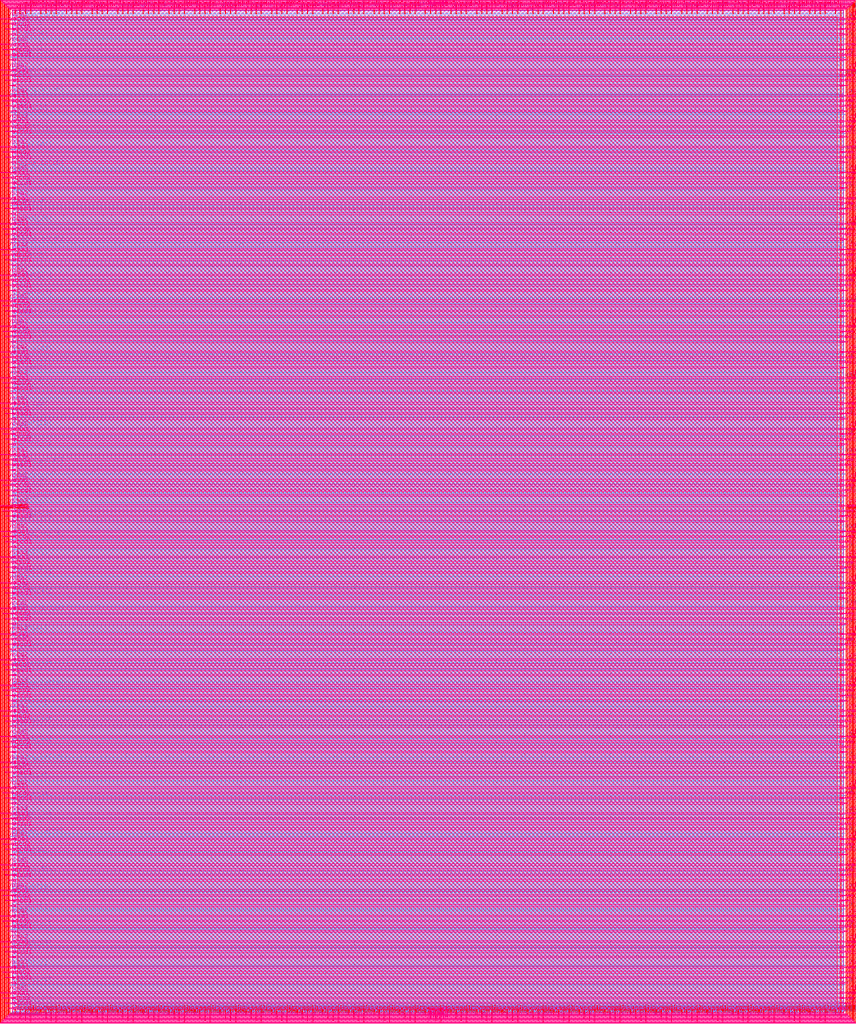
<source format=lef>
VERSION 5.7 ;
  NOWIREEXTENSIONATPIN ON ;
  DIVIDERCHAR "/" ;
  BUSBITCHARS "[]" ;
MACRO user_project_wrapper
  CLASS BLOCK ;
  FOREIGN user_project_wrapper ;
  ORIGIN 0.000 0.000 ;
  SIZE 2920.000 BY 3520.000 ;
  PIN analog_io[0]
    DIRECTION INOUT ;
    USE SIGNAL ;
    PORT
      LAYER met3 ;
        RECT 2917.600 1426.380 2924.800 1427.580 ;
    END
  END analog_io[0]
  PIN analog_io[10]
    DIRECTION INOUT ;
    USE SIGNAL ;
    PORT
      LAYER met2 ;
        RECT 2230.490 3517.600 2231.050 3524.800 ;
    END
  END analog_io[10]
  PIN analog_io[11]
    DIRECTION INOUT ;
    USE SIGNAL ;
    PORT
      LAYER met2 ;
        RECT 1905.730 3517.600 1906.290 3524.800 ;
    END
  END analog_io[11]
  PIN analog_io[12]
    DIRECTION INOUT ;
    USE SIGNAL ;
    PORT
      LAYER met2 ;
        RECT 1581.430 3517.600 1581.990 3524.800 ;
    END
  END analog_io[12]
  PIN analog_io[13]
    DIRECTION INOUT ;
    USE SIGNAL ;
    PORT
      LAYER met2 ;
        RECT 1257.130 3517.600 1257.690 3524.800 ;
    END
  END analog_io[13]
  PIN analog_io[14]
    DIRECTION INOUT ;
    USE SIGNAL ;
    PORT
      LAYER met2 ;
        RECT 932.370 3517.600 932.930 3524.800 ;
    END
  END analog_io[14]
  PIN analog_io[15]
    DIRECTION INOUT ;
    USE SIGNAL ;
    PORT
      LAYER met2 ;
        RECT 608.070 3517.600 608.630 3524.800 ;
    END
  END analog_io[15]
  PIN analog_io[16]
    DIRECTION INOUT ;
    USE SIGNAL ;
    PORT
      LAYER met2 ;
        RECT 283.770 3517.600 284.330 3524.800 ;
    END
  END analog_io[16]
  PIN analog_io[17]
    DIRECTION INOUT ;
    USE SIGNAL ;
    PORT
      LAYER met3 ;
        RECT -4.800 3486.100 2.400 3487.300 ;
    END
  END analog_io[17]
  PIN analog_io[18]
    DIRECTION INOUT ;
    USE SIGNAL ;
    PORT
      LAYER met3 ;
        RECT -4.800 3224.980 2.400 3226.180 ;
    END
  END analog_io[18]
  PIN analog_io[19]
    DIRECTION INOUT ;
    USE SIGNAL ;
    PORT
      LAYER met3 ;
        RECT -4.800 2964.540 2.400 2965.740 ;
    END
  END analog_io[19]
  PIN analog_io[1]
    DIRECTION INOUT ;
    USE SIGNAL ;
    PORT
      LAYER met3 ;
        RECT 2917.600 1692.260 2924.800 1693.460 ;
    END
  END analog_io[1]
  PIN analog_io[20]
    DIRECTION INOUT ;
    USE SIGNAL ;
    PORT
      LAYER met3 ;
        RECT -4.800 2703.420 2.400 2704.620 ;
    END
  END analog_io[20]
  PIN analog_io[21]
    DIRECTION INOUT ;
    USE SIGNAL ;
    PORT
      LAYER met3 ;
        RECT -4.800 2442.980 2.400 2444.180 ;
    END
  END analog_io[21]
  PIN analog_io[22]
    DIRECTION INOUT ;
    USE SIGNAL ;
    PORT
      LAYER met3 ;
        RECT -4.800 2182.540 2.400 2183.740 ;
    END
  END analog_io[22]
  PIN analog_io[23]
    DIRECTION INOUT ;
    USE SIGNAL ;
    PORT
      LAYER met3 ;
        RECT -4.800 1921.420 2.400 1922.620 ;
    END
  END analog_io[23]
  PIN analog_io[24]
    DIRECTION INOUT ;
    USE SIGNAL ;
    PORT
      LAYER met3 ;
        RECT -4.800 1660.980 2.400 1662.180 ;
    END
  END analog_io[24]
  PIN analog_io[25]
    DIRECTION INOUT ;
    USE SIGNAL ;
    PORT
      LAYER met3 ;
        RECT -4.800 1399.860 2.400 1401.060 ;
    END
  END analog_io[25]
  PIN analog_io[26]
    DIRECTION INOUT ;
    USE SIGNAL ;
    PORT
      LAYER met3 ;
        RECT -4.800 1139.420 2.400 1140.620 ;
    END
  END analog_io[26]
  PIN analog_io[27]
    DIRECTION INOUT ;
    USE SIGNAL ;
    PORT
      LAYER met3 ;
        RECT -4.800 878.980 2.400 880.180 ;
    END
  END analog_io[27]
  PIN analog_io[28]
    DIRECTION INOUT ;
    USE SIGNAL ;
    PORT
      LAYER met3 ;
        RECT -4.800 617.860 2.400 619.060 ;
    END
  END analog_io[28]
  PIN analog_io[2]
    DIRECTION INOUT ;
    USE SIGNAL ;
    PORT
      LAYER met3 ;
        RECT 2917.600 1958.140 2924.800 1959.340 ;
    END
  END analog_io[2]
  PIN analog_io[3]
    DIRECTION INOUT ;
    USE SIGNAL ;
    PORT
      LAYER met3 ;
        RECT 2917.600 2223.340 2924.800 2224.540 ;
    END
  END analog_io[3]
  PIN analog_io[4]
    DIRECTION INOUT ;
    USE SIGNAL ;
    PORT
      LAYER met3 ;
        RECT 2917.600 2489.220 2924.800 2490.420 ;
    END
  END analog_io[4]
  PIN analog_io[5]
    DIRECTION INOUT ;
    USE SIGNAL ;
    PORT
      LAYER met3 ;
        RECT 2917.600 2755.100 2924.800 2756.300 ;
    END
  END analog_io[5]
  PIN analog_io[6]
    DIRECTION INOUT ;
    USE SIGNAL ;
    PORT
      LAYER met3 ;
        RECT 2917.600 3020.300 2924.800 3021.500 ;
    END
  END analog_io[6]
  PIN analog_io[7]
    DIRECTION INOUT ;
    USE SIGNAL ;
    PORT
      LAYER met3 ;
        RECT 2917.600 3286.180 2924.800 3287.380 ;
    END
  END analog_io[7]
  PIN analog_io[8]
    DIRECTION INOUT ;
    USE SIGNAL ;
    PORT
      LAYER met2 ;
        RECT 2879.090 3517.600 2879.650 3524.800 ;
    END
  END analog_io[8]
  PIN analog_io[9]
    DIRECTION INOUT ;
    USE SIGNAL ;
    PORT
      LAYER met2 ;
        RECT 2554.790 3517.600 2555.350 3524.800 ;
    END
  END analog_io[9]
  PIN io_in[0]
    DIRECTION INPUT ;
    USE SIGNAL ;
    PORT
      LAYER met3 ;
        RECT 2917.600 32.380 2924.800 33.580 ;
    END
  END io_in[0]
  PIN io_in[10]
    DIRECTION INPUT ;
    USE SIGNAL ;
    PORT
      LAYER met3 ;
        RECT 2917.600 2289.980 2924.800 2291.180 ;
    END
  END io_in[10]
  PIN io_in[11]
    DIRECTION INPUT ;
    USE SIGNAL ;
    PORT
      LAYER met3 ;
        RECT 2917.600 2555.860 2924.800 2557.060 ;
    END
  END io_in[11]
  PIN io_in[12]
    DIRECTION INPUT ;
    USE SIGNAL ;
    PORT
      LAYER met3 ;
        RECT 2917.600 2821.060 2924.800 2822.260 ;
    END
  END io_in[12]
  PIN io_in[13]
    DIRECTION INPUT ;
    USE SIGNAL ;
    PORT
      LAYER met3 ;
        RECT 2917.600 3086.940 2924.800 3088.140 ;
    END
  END io_in[13]
  PIN io_in[14]
    DIRECTION INPUT ;
    USE SIGNAL ;
    PORT
      LAYER met3 ;
        RECT 2917.600 3352.820 2924.800 3354.020 ;
    END
  END io_in[14]
  PIN io_in[15]
    DIRECTION INPUT ;
    USE SIGNAL ;
    PORT
      LAYER met2 ;
        RECT 2798.130 3517.600 2798.690 3524.800 ;
    END
  END io_in[15]
  PIN io_in[16]
    DIRECTION INPUT ;
    USE SIGNAL ;
    PORT
      LAYER met2 ;
        RECT 2473.830 3517.600 2474.390 3524.800 ;
    END
  END io_in[16]
  PIN io_in[17]
    DIRECTION INPUT ;
    USE SIGNAL ;
    PORT
      LAYER met2 ;
        RECT 2149.070 3517.600 2149.630 3524.800 ;
    END
  END io_in[17]
  PIN io_in[18]
    DIRECTION INPUT ;
    USE SIGNAL ;
    PORT
      LAYER met2 ;
        RECT 1824.770 3517.600 1825.330 3524.800 ;
    END
  END io_in[18]
  PIN io_in[19]
    DIRECTION INPUT ;
    USE SIGNAL ;
    PORT
      LAYER met2 ;
        RECT 1500.470 3517.600 1501.030 3524.800 ;
    END
  END io_in[19]
  PIN io_in[1]
    DIRECTION INPUT ;
    USE SIGNAL ;
    PORT
      LAYER met3 ;
        RECT 2917.600 230.940 2924.800 232.140 ;
    END
  END io_in[1]
  PIN io_in[20]
    DIRECTION INPUT ;
    USE SIGNAL ;
    PORT
      LAYER met2 ;
        RECT 1175.710 3517.600 1176.270 3524.800 ;
    END
  END io_in[20]
  PIN io_in[21]
    DIRECTION INPUT ;
    USE SIGNAL ;
    PORT
      LAYER met2 ;
        RECT 851.410 3517.600 851.970 3524.800 ;
    END
  END io_in[21]
  PIN io_in[22]
    DIRECTION INPUT ;
    USE SIGNAL ;
    PORT
      LAYER met2 ;
        RECT 527.110 3517.600 527.670 3524.800 ;
    END
  END io_in[22]
  PIN io_in[23]
    DIRECTION INPUT ;
    USE SIGNAL ;
    PORT
      LAYER met2 ;
        RECT 202.350 3517.600 202.910 3524.800 ;
    END
  END io_in[23]
  PIN io_in[24]
    DIRECTION INPUT ;
    USE SIGNAL ;
    PORT
      LAYER met3 ;
        RECT -4.800 3420.820 2.400 3422.020 ;
    END
  END io_in[24]
  PIN io_in[25]
    DIRECTION INPUT ;
    USE SIGNAL ;
    PORT
      LAYER met3 ;
        RECT -4.800 3159.700 2.400 3160.900 ;
    END
  END io_in[25]
  PIN io_in[26]
    DIRECTION INPUT ;
    USE SIGNAL ;
    PORT
      LAYER met3 ;
        RECT -4.800 2899.260 2.400 2900.460 ;
    END
  END io_in[26]
  PIN io_in[27]
    DIRECTION INPUT ;
    USE SIGNAL ;
    PORT
      LAYER met3 ;
        RECT -4.800 2638.820 2.400 2640.020 ;
    END
  END io_in[27]
  PIN io_in[28]
    DIRECTION INPUT ;
    USE SIGNAL ;
    PORT
      LAYER met3 ;
        RECT -4.800 2377.700 2.400 2378.900 ;
    END
  END io_in[28]
  PIN io_in[29]
    DIRECTION INPUT ;
    USE SIGNAL ;
    PORT
      LAYER met3 ;
        RECT -4.800 2117.260 2.400 2118.460 ;
    END
  END io_in[29]
  PIN io_in[2]
    DIRECTION INPUT ;
    USE SIGNAL ;
    PORT
      LAYER met3 ;
        RECT 2917.600 430.180 2924.800 431.380 ;
    END
  END io_in[2]
  PIN io_in[30]
    DIRECTION INPUT ;
    USE SIGNAL ;
    PORT
      LAYER met3 ;
        RECT -4.800 1856.140 2.400 1857.340 ;
    END
  END io_in[30]
  PIN io_in[31]
    DIRECTION INPUT ;
    USE SIGNAL ;
    PORT
      LAYER met3 ;
        RECT -4.800 1595.700 2.400 1596.900 ;
    END
  END io_in[31]
  PIN io_in[32]
    DIRECTION INPUT ;
    USE SIGNAL ;
    PORT
      LAYER met3 ;
        RECT -4.800 1335.260 2.400 1336.460 ;
    END
  END io_in[32]
  PIN io_in[33]
    DIRECTION INPUT ;
    USE SIGNAL ;
    PORT
      LAYER met3 ;
        RECT -4.800 1074.140 2.400 1075.340 ;
    END
  END io_in[33]
  PIN io_in[34]
    DIRECTION INPUT ;
    USE SIGNAL ;
    PORT
      LAYER met3 ;
        RECT -4.800 813.700 2.400 814.900 ;
    END
  END io_in[34]
  PIN io_in[35]
    DIRECTION INPUT ;
    USE SIGNAL ;
    PORT
      LAYER met3 ;
        RECT -4.800 552.580 2.400 553.780 ;
    END
  END io_in[35]
  PIN io_in[36]
    DIRECTION INPUT ;
    USE SIGNAL ;
    PORT
      LAYER met3 ;
        RECT -4.800 357.420 2.400 358.620 ;
    END
  END io_in[36]
  PIN io_in[37]
    DIRECTION INPUT ;
    USE SIGNAL ;
    PORT
      LAYER met3 ;
        RECT -4.800 161.580 2.400 162.780 ;
    END
  END io_in[37]
  PIN io_in[3]
    DIRECTION INPUT ;
    USE SIGNAL ;
    PORT
      LAYER met3 ;
        RECT 2917.600 629.420 2924.800 630.620 ;
    END
  END io_in[3]
  PIN io_in[4]
    DIRECTION INPUT ;
    USE SIGNAL ;
    PORT
      LAYER met3 ;
        RECT 2917.600 828.660 2924.800 829.860 ;
    END
  END io_in[4]
  PIN io_in[5]
    DIRECTION INPUT ;
    USE SIGNAL ;
    PORT
      LAYER met3 ;
        RECT 2917.600 1027.900 2924.800 1029.100 ;
    END
  END io_in[5]
  PIN io_in[6]
    DIRECTION INPUT ;
    USE SIGNAL ;
    PORT
      LAYER met3 ;
        RECT 2917.600 1227.140 2924.800 1228.340 ;
    END
  END io_in[6]
  PIN io_in[7]
    DIRECTION INPUT ;
    USE SIGNAL ;
    PORT
      LAYER met3 ;
        RECT 2917.600 1493.020 2924.800 1494.220 ;
    END
  END io_in[7]
  PIN io_in[8]
    DIRECTION INPUT ;
    USE SIGNAL ;
    PORT
      LAYER met3 ;
        RECT 2917.600 1758.900 2924.800 1760.100 ;
    END
  END io_in[8]
  PIN io_in[9]
    DIRECTION INPUT ;
    USE SIGNAL ;
    PORT
      LAYER met3 ;
        RECT 2917.600 2024.100 2924.800 2025.300 ;
    END
  END io_in[9]
  PIN io_oeb[0]
    DIRECTION OUTPUT TRISTATE ;
    USE SIGNAL ;
    PORT
      LAYER met3 ;
        RECT 2917.600 164.980 2924.800 166.180 ;
    END
  END io_oeb[0]
  PIN io_oeb[10]
    DIRECTION OUTPUT TRISTATE ;
    USE SIGNAL ;
    PORT
      LAYER met3 ;
        RECT 2917.600 2422.580 2924.800 2423.780 ;
    END
  END io_oeb[10]
  PIN io_oeb[11]
    DIRECTION OUTPUT TRISTATE ;
    USE SIGNAL ;
    PORT
      LAYER met3 ;
        RECT 2917.600 2688.460 2924.800 2689.660 ;
    END
  END io_oeb[11]
  PIN io_oeb[12]
    DIRECTION OUTPUT TRISTATE ;
    USE SIGNAL ;
    PORT
      LAYER met3 ;
        RECT 2917.600 2954.340 2924.800 2955.540 ;
    END
  END io_oeb[12]
  PIN io_oeb[13]
    DIRECTION OUTPUT TRISTATE ;
    USE SIGNAL ;
    PORT
      LAYER met3 ;
        RECT 2917.600 3219.540 2924.800 3220.740 ;
    END
  END io_oeb[13]
  PIN io_oeb[14]
    DIRECTION OUTPUT TRISTATE ;
    USE SIGNAL ;
    PORT
      LAYER met3 ;
        RECT 2917.600 3485.420 2924.800 3486.620 ;
    END
  END io_oeb[14]
  PIN io_oeb[15]
    DIRECTION OUTPUT TRISTATE ;
    USE SIGNAL ;
    PORT
      LAYER met2 ;
        RECT 2635.750 3517.600 2636.310 3524.800 ;
    END
  END io_oeb[15]
  PIN io_oeb[16]
    DIRECTION OUTPUT TRISTATE ;
    USE SIGNAL ;
    PORT
      LAYER met2 ;
        RECT 2311.450 3517.600 2312.010 3524.800 ;
    END
  END io_oeb[16]
  PIN io_oeb[17]
    DIRECTION OUTPUT TRISTATE ;
    USE SIGNAL ;
    PORT
      LAYER met2 ;
        RECT 1987.150 3517.600 1987.710 3524.800 ;
    END
  END io_oeb[17]
  PIN io_oeb[18]
    DIRECTION OUTPUT TRISTATE ;
    USE SIGNAL ;
    PORT
      LAYER met2 ;
        RECT 1662.390 3517.600 1662.950 3524.800 ;
    END
  END io_oeb[18]
  PIN io_oeb[19]
    DIRECTION OUTPUT TRISTATE ;
    USE SIGNAL ;
    PORT
      LAYER met2 ;
        RECT 1338.090 3517.600 1338.650 3524.800 ;
    END
  END io_oeb[19]
  PIN io_oeb[1]
    DIRECTION OUTPUT TRISTATE ;
    USE SIGNAL ;
    PORT
      LAYER met3 ;
        RECT 2917.600 364.220 2924.800 365.420 ;
    END
  END io_oeb[1]
  PIN io_oeb[20]
    DIRECTION OUTPUT TRISTATE ;
    USE SIGNAL ;
    PORT
      LAYER met2 ;
        RECT 1013.790 3517.600 1014.350 3524.800 ;
    END
  END io_oeb[20]
  PIN io_oeb[21]
    DIRECTION OUTPUT TRISTATE ;
    USE SIGNAL ;
    PORT
      LAYER met2 ;
        RECT 689.030 3517.600 689.590 3524.800 ;
    END
  END io_oeb[21]
  PIN io_oeb[22]
    DIRECTION OUTPUT TRISTATE ;
    USE SIGNAL ;
    PORT
      LAYER met2 ;
        RECT 364.730 3517.600 365.290 3524.800 ;
    END
  END io_oeb[22]
  PIN io_oeb[23]
    DIRECTION OUTPUT TRISTATE ;
    USE SIGNAL ;
    PORT
      LAYER met2 ;
        RECT 40.430 3517.600 40.990 3524.800 ;
    END
  END io_oeb[23]
  PIN io_oeb[24]
    DIRECTION OUTPUT TRISTATE ;
    USE SIGNAL ;
    PORT
      LAYER met3 ;
        RECT -4.800 3290.260 2.400 3291.460 ;
    END
  END io_oeb[24]
  PIN io_oeb[25]
    DIRECTION OUTPUT TRISTATE ;
    USE SIGNAL ;
    PORT
      LAYER met3 ;
        RECT -4.800 3029.820 2.400 3031.020 ;
    END
  END io_oeb[25]
  PIN io_oeb[26]
    DIRECTION OUTPUT TRISTATE ;
    USE SIGNAL ;
    PORT
      LAYER met3 ;
        RECT -4.800 2768.700 2.400 2769.900 ;
    END
  END io_oeb[26]
  PIN io_oeb[27]
    DIRECTION OUTPUT TRISTATE ;
    USE SIGNAL ;
    PORT
      LAYER met3 ;
        RECT -4.800 2508.260 2.400 2509.460 ;
    END
  END io_oeb[27]
  PIN io_oeb[28]
    DIRECTION OUTPUT TRISTATE ;
    USE SIGNAL ;
    PORT
      LAYER met3 ;
        RECT -4.800 2247.140 2.400 2248.340 ;
    END
  END io_oeb[28]
  PIN io_oeb[29]
    DIRECTION OUTPUT TRISTATE ;
    USE SIGNAL ;
    PORT
      LAYER met3 ;
        RECT -4.800 1986.700 2.400 1987.900 ;
    END
  END io_oeb[29]
  PIN io_oeb[2]
    DIRECTION OUTPUT TRISTATE ;
    USE SIGNAL ;
    PORT
      LAYER met3 ;
        RECT 2917.600 563.460 2924.800 564.660 ;
    END
  END io_oeb[2]
  PIN io_oeb[30]
    DIRECTION OUTPUT TRISTATE ;
    USE SIGNAL ;
    PORT
      LAYER met3 ;
        RECT -4.800 1726.260 2.400 1727.460 ;
    END
  END io_oeb[30]
  PIN io_oeb[31]
    DIRECTION OUTPUT TRISTATE ;
    USE SIGNAL ;
    PORT
      LAYER met3 ;
        RECT -4.800 1465.140 2.400 1466.340 ;
    END
  END io_oeb[31]
  PIN io_oeb[32]
    DIRECTION OUTPUT TRISTATE ;
    USE SIGNAL ;
    PORT
      LAYER met3 ;
        RECT -4.800 1204.700 2.400 1205.900 ;
    END
  END io_oeb[32]
  PIN io_oeb[33]
    DIRECTION OUTPUT TRISTATE ;
    USE SIGNAL ;
    PORT
      LAYER met3 ;
        RECT -4.800 943.580 2.400 944.780 ;
    END
  END io_oeb[33]
  PIN io_oeb[34]
    DIRECTION OUTPUT TRISTATE ;
    USE SIGNAL ;
    PORT
      LAYER met3 ;
        RECT -4.800 683.140 2.400 684.340 ;
    END
  END io_oeb[34]
  PIN io_oeb[35]
    DIRECTION OUTPUT TRISTATE ;
    USE SIGNAL ;
    PORT
      LAYER met3 ;
        RECT -4.800 422.700 2.400 423.900 ;
    END
  END io_oeb[35]
  PIN io_oeb[36]
    DIRECTION OUTPUT TRISTATE ;
    USE SIGNAL ;
    PORT
      LAYER met3 ;
        RECT -4.800 226.860 2.400 228.060 ;
    END
  END io_oeb[36]
  PIN io_oeb[37]
    DIRECTION OUTPUT TRISTATE ;
    USE SIGNAL ;
    PORT
      LAYER met3 ;
        RECT -4.800 31.700 2.400 32.900 ;
    END
  END io_oeb[37]
  PIN io_oeb[3]
    DIRECTION OUTPUT TRISTATE ;
    USE SIGNAL ;
    PORT
      LAYER met3 ;
        RECT 2917.600 762.700 2924.800 763.900 ;
    END
  END io_oeb[3]
  PIN io_oeb[4]
    DIRECTION OUTPUT TRISTATE ;
    USE SIGNAL ;
    PORT
      LAYER met3 ;
        RECT 2917.600 961.940 2924.800 963.140 ;
    END
  END io_oeb[4]
  PIN io_oeb[5]
    DIRECTION OUTPUT TRISTATE ;
    USE SIGNAL ;
    PORT
      LAYER met3 ;
        RECT 2917.600 1161.180 2924.800 1162.380 ;
    END
  END io_oeb[5]
  PIN io_oeb[6]
    DIRECTION OUTPUT TRISTATE ;
    USE SIGNAL ;
    PORT
      LAYER met3 ;
        RECT 2917.600 1360.420 2924.800 1361.620 ;
    END
  END io_oeb[6]
  PIN io_oeb[7]
    DIRECTION OUTPUT TRISTATE ;
    USE SIGNAL ;
    PORT
      LAYER met3 ;
        RECT 2917.600 1625.620 2924.800 1626.820 ;
    END
  END io_oeb[7]
  PIN io_oeb[8]
    DIRECTION OUTPUT TRISTATE ;
    USE SIGNAL ;
    PORT
      LAYER met3 ;
        RECT 2917.600 1891.500 2924.800 1892.700 ;
    END
  END io_oeb[8]
  PIN io_oeb[9]
    DIRECTION OUTPUT TRISTATE ;
    USE SIGNAL ;
    PORT
      LAYER met3 ;
        RECT 2917.600 2157.380 2924.800 2158.580 ;
    END
  END io_oeb[9]
  PIN io_out[0]
    DIRECTION OUTPUT TRISTATE ;
    USE SIGNAL ;
    PORT
      LAYER met3 ;
        RECT 2917.600 98.340 2924.800 99.540 ;
    END
  END io_out[0]
  PIN io_out[10]
    DIRECTION OUTPUT TRISTATE ;
    USE SIGNAL ;
    PORT
      LAYER met3 ;
        RECT 2917.600 2356.620 2924.800 2357.820 ;
    END
  END io_out[10]
  PIN io_out[11]
    DIRECTION OUTPUT TRISTATE ;
    USE SIGNAL ;
    PORT
      LAYER met3 ;
        RECT 2917.600 2621.820 2924.800 2623.020 ;
    END
  END io_out[11]
  PIN io_out[12]
    DIRECTION OUTPUT TRISTATE ;
    USE SIGNAL ;
    PORT
      LAYER met3 ;
        RECT 2917.600 2887.700 2924.800 2888.900 ;
    END
  END io_out[12]
  PIN io_out[13]
    DIRECTION OUTPUT TRISTATE ;
    USE SIGNAL ;
    PORT
      LAYER met3 ;
        RECT 2917.600 3153.580 2924.800 3154.780 ;
    END
  END io_out[13]
  PIN io_out[14]
    DIRECTION OUTPUT TRISTATE ;
    USE SIGNAL ;
    PORT
      LAYER met3 ;
        RECT 2917.600 3418.780 2924.800 3419.980 ;
    END
  END io_out[14]
  PIN io_out[15]
    DIRECTION OUTPUT TRISTATE ;
    USE SIGNAL ;
    PORT
      LAYER met2 ;
        RECT 2717.170 3517.600 2717.730 3524.800 ;
    END
  END io_out[15]
  PIN io_out[16]
    DIRECTION OUTPUT TRISTATE ;
    USE SIGNAL ;
    PORT
      LAYER met2 ;
        RECT 2392.410 3517.600 2392.970 3524.800 ;
    END
  END io_out[16]
  PIN io_out[17]
    DIRECTION OUTPUT TRISTATE ;
    USE SIGNAL ;
    PORT
      LAYER met2 ;
        RECT 2068.110 3517.600 2068.670 3524.800 ;
    END
  END io_out[17]
  PIN io_out[18]
    DIRECTION OUTPUT TRISTATE ;
    USE SIGNAL ;
    PORT
      LAYER met2 ;
        RECT 1743.810 3517.600 1744.370 3524.800 ;
    END
  END io_out[18]
  PIN io_out[19]
    DIRECTION OUTPUT TRISTATE ;
    USE SIGNAL ;
    PORT
      LAYER met2 ;
        RECT 1419.050 3517.600 1419.610 3524.800 ;
    END
  END io_out[19]
  PIN io_out[1]
    DIRECTION OUTPUT TRISTATE ;
    USE SIGNAL ;
    PORT
      LAYER met3 ;
        RECT 2917.600 297.580 2924.800 298.780 ;
    END
  END io_out[1]
  PIN io_out[20]
    DIRECTION OUTPUT TRISTATE ;
    USE SIGNAL ;
    PORT
      LAYER met2 ;
        RECT 1094.750 3517.600 1095.310 3524.800 ;
    END
  END io_out[20]
  PIN io_out[21]
    DIRECTION OUTPUT TRISTATE ;
    USE SIGNAL ;
    PORT
      LAYER met2 ;
        RECT 770.450 3517.600 771.010 3524.800 ;
    END
  END io_out[21]
  PIN io_out[22]
    DIRECTION OUTPUT TRISTATE ;
    USE SIGNAL ;
    PORT
      LAYER met2 ;
        RECT 445.690 3517.600 446.250 3524.800 ;
    END
  END io_out[22]
  PIN io_out[23]
    DIRECTION OUTPUT TRISTATE ;
    USE SIGNAL ;
    PORT
      LAYER met2 ;
        RECT 121.390 3517.600 121.950 3524.800 ;
    END
  END io_out[23]
  PIN io_out[24]
    DIRECTION OUTPUT TRISTATE ;
    USE SIGNAL ;
    PORT
      LAYER met3 ;
        RECT -4.800 3355.540 2.400 3356.740 ;
    END
  END io_out[24]
  PIN io_out[25]
    DIRECTION OUTPUT TRISTATE ;
    USE SIGNAL ;
    PORT
      LAYER met3 ;
        RECT -4.800 3095.100 2.400 3096.300 ;
    END
  END io_out[25]
  PIN io_out[26]
    DIRECTION OUTPUT TRISTATE ;
    USE SIGNAL ;
    PORT
      LAYER met3 ;
        RECT -4.800 2833.980 2.400 2835.180 ;
    END
  END io_out[26]
  PIN io_out[27]
    DIRECTION OUTPUT TRISTATE ;
    USE SIGNAL ;
    PORT
      LAYER met3 ;
        RECT -4.800 2573.540 2.400 2574.740 ;
    END
  END io_out[27]
  PIN io_out[28]
    DIRECTION OUTPUT TRISTATE ;
    USE SIGNAL ;
    PORT
      LAYER met3 ;
        RECT -4.800 2312.420 2.400 2313.620 ;
    END
  END io_out[28]
  PIN io_out[29]
    DIRECTION OUTPUT TRISTATE ;
    USE SIGNAL ;
    PORT
      LAYER met3 ;
        RECT -4.800 2051.980 2.400 2053.180 ;
    END
  END io_out[29]
  PIN io_out[2]
    DIRECTION OUTPUT TRISTATE ;
    USE SIGNAL ;
    PORT
      LAYER met3 ;
        RECT 2917.600 496.820 2924.800 498.020 ;
    END
  END io_out[2]
  PIN io_out[30]
    DIRECTION OUTPUT TRISTATE ;
    USE SIGNAL ;
    PORT
      LAYER met3 ;
        RECT -4.800 1791.540 2.400 1792.740 ;
    END
  END io_out[30]
  PIN io_out[31]
    DIRECTION OUTPUT TRISTATE ;
    USE SIGNAL ;
    PORT
      LAYER met3 ;
        RECT -4.800 1530.420 2.400 1531.620 ;
    END
  END io_out[31]
  PIN io_out[32]
    DIRECTION OUTPUT TRISTATE ;
    USE SIGNAL ;
    PORT
      LAYER met3 ;
        RECT -4.800 1269.980 2.400 1271.180 ;
    END
  END io_out[32]
  PIN io_out[33]
    DIRECTION OUTPUT TRISTATE ;
    USE SIGNAL ;
    PORT
      LAYER met3 ;
        RECT -4.800 1008.860 2.400 1010.060 ;
    END
  END io_out[33]
  PIN io_out[34]
    DIRECTION OUTPUT TRISTATE ;
    USE SIGNAL ;
    PORT
      LAYER met3 ;
        RECT -4.800 748.420 2.400 749.620 ;
    END
  END io_out[34]
  PIN io_out[35]
    DIRECTION OUTPUT TRISTATE ;
    USE SIGNAL ;
    PORT
      LAYER met3 ;
        RECT -4.800 487.300 2.400 488.500 ;
    END
  END io_out[35]
  PIN io_out[36]
    DIRECTION OUTPUT TRISTATE ;
    USE SIGNAL ;
    PORT
      LAYER met3 ;
        RECT -4.800 292.140 2.400 293.340 ;
    END
  END io_out[36]
  PIN io_out[37]
    DIRECTION OUTPUT TRISTATE ;
    USE SIGNAL ;
    PORT
      LAYER met3 ;
        RECT -4.800 96.300 2.400 97.500 ;
    END
  END io_out[37]
  PIN io_out[3]
    DIRECTION OUTPUT TRISTATE ;
    USE SIGNAL ;
    PORT
      LAYER met3 ;
        RECT 2917.600 696.060 2924.800 697.260 ;
    END
  END io_out[3]
  PIN io_out[4]
    DIRECTION OUTPUT TRISTATE ;
    USE SIGNAL ;
    PORT
      LAYER met3 ;
        RECT 2917.600 895.300 2924.800 896.500 ;
    END
  END io_out[4]
  PIN io_out[5]
    DIRECTION OUTPUT TRISTATE ;
    USE SIGNAL ;
    PORT
      LAYER met3 ;
        RECT 2917.600 1094.540 2924.800 1095.740 ;
    END
  END io_out[5]
  PIN io_out[6]
    DIRECTION OUTPUT TRISTATE ;
    USE SIGNAL ;
    PORT
      LAYER met3 ;
        RECT 2917.600 1293.780 2924.800 1294.980 ;
    END
  END io_out[6]
  PIN io_out[7]
    DIRECTION OUTPUT TRISTATE ;
    USE SIGNAL ;
    PORT
      LAYER met3 ;
        RECT 2917.600 1559.660 2924.800 1560.860 ;
    END
  END io_out[7]
  PIN io_out[8]
    DIRECTION OUTPUT TRISTATE ;
    USE SIGNAL ;
    PORT
      LAYER met3 ;
        RECT 2917.600 1824.860 2924.800 1826.060 ;
    END
  END io_out[8]
  PIN io_out[9]
    DIRECTION OUTPUT TRISTATE ;
    USE SIGNAL ;
    PORT
      LAYER met3 ;
        RECT 2917.600 2090.740 2924.800 2091.940 ;
    END
  END io_out[9]
  PIN la_data_in[0]
    DIRECTION INPUT ;
    USE SIGNAL ;
    PORT
      LAYER met2 ;
        RECT 629.230 -4.800 629.790 2.400 ;
    END
  END la_data_in[0]
  PIN la_data_in[100]
    DIRECTION INPUT ;
    USE SIGNAL ;
    PORT
      LAYER met2 ;
        RECT 2402.530 -4.800 2403.090 2.400 ;
    END
  END la_data_in[100]
  PIN la_data_in[101]
    DIRECTION INPUT ;
    USE SIGNAL ;
    PORT
      LAYER met2 ;
        RECT 2420.010 -4.800 2420.570 2.400 ;
    END
  END la_data_in[101]
  PIN la_data_in[102]
    DIRECTION INPUT ;
    USE SIGNAL ;
    PORT
      LAYER met2 ;
        RECT 2437.950 -4.800 2438.510 2.400 ;
    END
  END la_data_in[102]
  PIN la_data_in[103]
    DIRECTION INPUT ;
    USE SIGNAL ;
    PORT
      LAYER met2 ;
        RECT 2455.430 -4.800 2455.990 2.400 ;
    END
  END la_data_in[103]
  PIN la_data_in[104]
    DIRECTION INPUT ;
    USE SIGNAL ;
    PORT
      LAYER met2 ;
        RECT 2473.370 -4.800 2473.930 2.400 ;
    END
  END la_data_in[104]
  PIN la_data_in[105]
    DIRECTION INPUT ;
    USE SIGNAL ;
    PORT
      LAYER met2 ;
        RECT 2490.850 -4.800 2491.410 2.400 ;
    END
  END la_data_in[105]
  PIN la_data_in[106]
    DIRECTION INPUT ;
    USE SIGNAL ;
    PORT
      LAYER met2 ;
        RECT 2508.790 -4.800 2509.350 2.400 ;
    END
  END la_data_in[106]
  PIN la_data_in[107]
    DIRECTION INPUT ;
    USE SIGNAL ;
    PORT
      LAYER met2 ;
        RECT 2526.730 -4.800 2527.290 2.400 ;
    END
  END la_data_in[107]
  PIN la_data_in[108]
    DIRECTION INPUT ;
    USE SIGNAL ;
    PORT
      LAYER met2 ;
        RECT 2544.210 -4.800 2544.770 2.400 ;
    END
  END la_data_in[108]
  PIN la_data_in[109]
    DIRECTION INPUT ;
    USE SIGNAL ;
    PORT
      LAYER met2 ;
        RECT 2562.150 -4.800 2562.710 2.400 ;
    END
  END la_data_in[109]
  PIN la_data_in[10]
    DIRECTION INPUT ;
    USE SIGNAL ;
    PORT
      LAYER met2 ;
        RECT 806.330 -4.800 806.890 2.400 ;
    END
  END la_data_in[10]
  PIN la_data_in[110]
    DIRECTION INPUT ;
    USE SIGNAL ;
    PORT
      LAYER met2 ;
        RECT 2579.630 -4.800 2580.190 2.400 ;
    END
  END la_data_in[110]
  PIN la_data_in[111]
    DIRECTION INPUT ;
    USE SIGNAL ;
    PORT
      LAYER met2 ;
        RECT 2597.570 -4.800 2598.130 2.400 ;
    END
  END la_data_in[111]
  PIN la_data_in[112]
    DIRECTION INPUT ;
    USE SIGNAL ;
    PORT
      LAYER met2 ;
        RECT 2615.050 -4.800 2615.610 2.400 ;
    END
  END la_data_in[112]
  PIN la_data_in[113]
    DIRECTION INPUT ;
    USE SIGNAL ;
    PORT
      LAYER met2 ;
        RECT 2632.990 -4.800 2633.550 2.400 ;
    END
  END la_data_in[113]
  PIN la_data_in[114]
    DIRECTION INPUT ;
    USE SIGNAL ;
    PORT
      LAYER met2 ;
        RECT 2650.470 -4.800 2651.030 2.400 ;
    END
  END la_data_in[114]
  PIN la_data_in[115]
    DIRECTION INPUT ;
    USE SIGNAL ;
    PORT
      LAYER met2 ;
        RECT 2668.410 -4.800 2668.970 2.400 ;
    END
  END la_data_in[115]
  PIN la_data_in[116]
    DIRECTION INPUT ;
    USE SIGNAL ;
    PORT
      LAYER met2 ;
        RECT 2685.890 -4.800 2686.450 2.400 ;
    END
  END la_data_in[116]
  PIN la_data_in[117]
    DIRECTION INPUT ;
    USE SIGNAL ;
    PORT
      LAYER met2 ;
        RECT 2703.830 -4.800 2704.390 2.400 ;
    END
  END la_data_in[117]
  PIN la_data_in[118]
    DIRECTION INPUT ;
    USE SIGNAL ;
    PORT
      LAYER met2 ;
        RECT 2721.770 -4.800 2722.330 2.400 ;
    END
  END la_data_in[118]
  PIN la_data_in[119]
    DIRECTION INPUT ;
    USE SIGNAL ;
    PORT
      LAYER met2 ;
        RECT 2739.250 -4.800 2739.810 2.400 ;
    END
  END la_data_in[119]
  PIN la_data_in[11]
    DIRECTION INPUT ;
    USE SIGNAL ;
    PORT
      LAYER met2 ;
        RECT 824.270 -4.800 824.830 2.400 ;
    END
  END la_data_in[11]
  PIN la_data_in[120]
    DIRECTION INPUT ;
    USE SIGNAL ;
    PORT
      LAYER met2 ;
        RECT 2757.190 -4.800 2757.750 2.400 ;
    END
  END la_data_in[120]
  PIN la_data_in[121]
    DIRECTION INPUT ;
    USE SIGNAL ;
    PORT
      LAYER met2 ;
        RECT 2774.670 -4.800 2775.230 2.400 ;
    END
  END la_data_in[121]
  PIN la_data_in[122]
    DIRECTION INPUT ;
    USE SIGNAL ;
    PORT
      LAYER met2 ;
        RECT 2792.610 -4.800 2793.170 2.400 ;
    END
  END la_data_in[122]
  PIN la_data_in[123]
    DIRECTION INPUT ;
    USE SIGNAL ;
    PORT
      LAYER met2 ;
        RECT 2810.090 -4.800 2810.650 2.400 ;
    END
  END la_data_in[123]
  PIN la_data_in[124]
    DIRECTION INPUT ;
    USE SIGNAL ;
    PORT
      LAYER met2 ;
        RECT 2828.030 -4.800 2828.590 2.400 ;
    END
  END la_data_in[124]
  PIN la_data_in[125]
    DIRECTION INPUT ;
    USE SIGNAL ;
    PORT
      LAYER met2 ;
        RECT 2845.510 -4.800 2846.070 2.400 ;
    END
  END la_data_in[125]
  PIN la_data_in[126]
    DIRECTION INPUT ;
    USE SIGNAL ;
    PORT
      LAYER met2 ;
        RECT 2863.450 -4.800 2864.010 2.400 ;
    END
  END la_data_in[126]
  PIN la_data_in[127]
    DIRECTION INPUT ;
    USE SIGNAL ;
    PORT
      LAYER met2 ;
        RECT 2881.390 -4.800 2881.950 2.400 ;
    END
  END la_data_in[127]
  PIN la_data_in[12]
    DIRECTION INPUT ;
    USE SIGNAL ;
    PORT
      LAYER met2 ;
        RECT 841.750 -4.800 842.310 2.400 ;
    END
  END la_data_in[12]
  PIN la_data_in[13]
    DIRECTION INPUT ;
    USE SIGNAL ;
    PORT
      LAYER met2 ;
        RECT 859.690 -4.800 860.250 2.400 ;
    END
  END la_data_in[13]
  PIN la_data_in[14]
    DIRECTION INPUT ;
    USE SIGNAL ;
    PORT
      LAYER met2 ;
        RECT 877.170 -4.800 877.730 2.400 ;
    END
  END la_data_in[14]
  PIN la_data_in[15]
    DIRECTION INPUT ;
    USE SIGNAL ;
    PORT
      LAYER met2 ;
        RECT 895.110 -4.800 895.670 2.400 ;
    END
  END la_data_in[15]
  PIN la_data_in[16]
    DIRECTION INPUT ;
    USE SIGNAL ;
    PORT
      LAYER met2 ;
        RECT 912.590 -4.800 913.150 2.400 ;
    END
  END la_data_in[16]
  PIN la_data_in[17]
    DIRECTION INPUT ;
    USE SIGNAL ;
    PORT
      LAYER met2 ;
        RECT 930.530 -4.800 931.090 2.400 ;
    END
  END la_data_in[17]
  PIN la_data_in[18]
    DIRECTION INPUT ;
    USE SIGNAL ;
    PORT
      LAYER met2 ;
        RECT 948.470 -4.800 949.030 2.400 ;
    END
  END la_data_in[18]
  PIN la_data_in[19]
    DIRECTION INPUT ;
    USE SIGNAL ;
    PORT
      LAYER met2 ;
        RECT 965.950 -4.800 966.510 2.400 ;
    END
  END la_data_in[19]
  PIN la_data_in[1]
    DIRECTION INPUT ;
    USE SIGNAL ;
    PORT
      LAYER met2 ;
        RECT 646.710 -4.800 647.270 2.400 ;
    END
  END la_data_in[1]
  PIN la_data_in[20]
    DIRECTION INPUT ;
    USE SIGNAL ;
    PORT
      LAYER met2 ;
        RECT 983.890 -4.800 984.450 2.400 ;
    END
  END la_data_in[20]
  PIN la_data_in[21]
    DIRECTION INPUT ;
    USE SIGNAL ;
    PORT
      LAYER met2 ;
        RECT 1001.370 -4.800 1001.930 2.400 ;
    END
  END la_data_in[21]
  PIN la_data_in[22]
    DIRECTION INPUT ;
    USE SIGNAL ;
    PORT
      LAYER met2 ;
        RECT 1019.310 -4.800 1019.870 2.400 ;
    END
  END la_data_in[22]
  PIN la_data_in[23]
    DIRECTION INPUT ;
    USE SIGNAL ;
    PORT
      LAYER met2 ;
        RECT 1036.790 -4.800 1037.350 2.400 ;
    END
  END la_data_in[23]
  PIN la_data_in[24]
    DIRECTION INPUT ;
    USE SIGNAL ;
    PORT
      LAYER met2 ;
        RECT 1054.730 -4.800 1055.290 2.400 ;
    END
  END la_data_in[24]
  PIN la_data_in[25]
    DIRECTION INPUT ;
    USE SIGNAL ;
    PORT
      LAYER met2 ;
        RECT 1072.210 -4.800 1072.770 2.400 ;
    END
  END la_data_in[25]
  PIN la_data_in[26]
    DIRECTION INPUT ;
    USE SIGNAL ;
    PORT
      LAYER met2 ;
        RECT 1090.150 -4.800 1090.710 2.400 ;
    END
  END la_data_in[26]
  PIN la_data_in[27]
    DIRECTION INPUT ;
    USE SIGNAL ;
    PORT
      LAYER met2 ;
        RECT 1107.630 -4.800 1108.190 2.400 ;
    END
  END la_data_in[27]
  PIN la_data_in[28]
    DIRECTION INPUT ;
    USE SIGNAL ;
    PORT
      LAYER met2 ;
        RECT 1125.570 -4.800 1126.130 2.400 ;
    END
  END la_data_in[28]
  PIN la_data_in[29]
    DIRECTION INPUT ;
    USE SIGNAL ;
    PORT
      LAYER met2 ;
        RECT 1143.510 -4.800 1144.070 2.400 ;
    END
  END la_data_in[29]
  PIN la_data_in[2]
    DIRECTION INPUT ;
    USE SIGNAL ;
    PORT
      LAYER met2 ;
        RECT 664.650 -4.800 665.210 2.400 ;
    END
  END la_data_in[2]
  PIN la_data_in[30]
    DIRECTION INPUT ;
    USE SIGNAL ;
    PORT
      LAYER met2 ;
        RECT 1160.990 -4.800 1161.550 2.400 ;
    END
  END la_data_in[30]
  PIN la_data_in[31]
    DIRECTION INPUT ;
    USE SIGNAL ;
    PORT
      LAYER met2 ;
        RECT 1178.930 -4.800 1179.490 2.400 ;
    END
  END la_data_in[31]
  PIN la_data_in[32]
    DIRECTION INPUT ;
    USE SIGNAL ;
    PORT
      LAYER met2 ;
        RECT 1196.410 -4.800 1196.970 2.400 ;
    END
  END la_data_in[32]
  PIN la_data_in[33]
    DIRECTION INPUT ;
    USE SIGNAL ;
    PORT
      LAYER met2 ;
        RECT 1214.350 -4.800 1214.910 2.400 ;
    END
  END la_data_in[33]
  PIN la_data_in[34]
    DIRECTION INPUT ;
    USE SIGNAL ;
    PORT
      LAYER met2 ;
        RECT 1231.830 -4.800 1232.390 2.400 ;
    END
  END la_data_in[34]
  PIN la_data_in[35]
    DIRECTION INPUT ;
    USE SIGNAL ;
    PORT
      LAYER met2 ;
        RECT 1249.770 -4.800 1250.330 2.400 ;
    END
  END la_data_in[35]
  PIN la_data_in[36]
    DIRECTION INPUT ;
    USE SIGNAL ;
    PORT
      LAYER met2 ;
        RECT 1267.250 -4.800 1267.810 2.400 ;
    END
  END la_data_in[36]
  PIN la_data_in[37]
    DIRECTION INPUT ;
    USE SIGNAL ;
    PORT
      LAYER met2 ;
        RECT 1285.190 -4.800 1285.750 2.400 ;
    END
  END la_data_in[37]
  PIN la_data_in[38]
    DIRECTION INPUT ;
    USE SIGNAL ;
    PORT
      LAYER met2 ;
        RECT 1303.130 -4.800 1303.690 2.400 ;
    END
  END la_data_in[38]
  PIN la_data_in[39]
    DIRECTION INPUT ;
    USE SIGNAL ;
    PORT
      LAYER met2 ;
        RECT 1320.610 -4.800 1321.170 2.400 ;
    END
  END la_data_in[39]
  PIN la_data_in[3]
    DIRECTION INPUT ;
    USE SIGNAL ;
    PORT
      LAYER met2 ;
        RECT 682.130 -4.800 682.690 2.400 ;
    END
  END la_data_in[3]
  PIN la_data_in[40]
    DIRECTION INPUT ;
    USE SIGNAL ;
    PORT
      LAYER met2 ;
        RECT 1338.550 -4.800 1339.110 2.400 ;
    END
  END la_data_in[40]
  PIN la_data_in[41]
    DIRECTION INPUT ;
    USE SIGNAL ;
    PORT
      LAYER met2 ;
        RECT 1356.030 -4.800 1356.590 2.400 ;
    END
  END la_data_in[41]
  PIN la_data_in[42]
    DIRECTION INPUT ;
    USE SIGNAL ;
    PORT
      LAYER met2 ;
        RECT 1373.970 -4.800 1374.530 2.400 ;
    END
  END la_data_in[42]
  PIN la_data_in[43]
    DIRECTION INPUT ;
    USE SIGNAL ;
    PORT
      LAYER met2 ;
        RECT 1391.450 -4.800 1392.010 2.400 ;
    END
  END la_data_in[43]
  PIN la_data_in[44]
    DIRECTION INPUT ;
    USE SIGNAL ;
    PORT
      LAYER met2 ;
        RECT 1409.390 -4.800 1409.950 2.400 ;
    END
  END la_data_in[44]
  PIN la_data_in[45]
    DIRECTION INPUT ;
    USE SIGNAL ;
    PORT
      LAYER met2 ;
        RECT 1426.870 -4.800 1427.430 2.400 ;
    END
  END la_data_in[45]
  PIN la_data_in[46]
    DIRECTION INPUT ;
    USE SIGNAL ;
    PORT
      LAYER met2 ;
        RECT 1444.810 -4.800 1445.370 2.400 ;
    END
  END la_data_in[46]
  PIN la_data_in[47]
    DIRECTION INPUT ;
    USE SIGNAL ;
    PORT
      LAYER met2 ;
        RECT 1462.750 -4.800 1463.310 2.400 ;
    END
  END la_data_in[47]
  PIN la_data_in[48]
    DIRECTION INPUT ;
    USE SIGNAL ;
    PORT
      LAYER met2 ;
        RECT 1480.230 -4.800 1480.790 2.400 ;
    END
  END la_data_in[48]
  PIN la_data_in[49]
    DIRECTION INPUT ;
    USE SIGNAL ;
    PORT
      LAYER met2 ;
        RECT 1498.170 -4.800 1498.730 2.400 ;
    END
  END la_data_in[49]
  PIN la_data_in[4]
    DIRECTION INPUT ;
    USE SIGNAL ;
    PORT
      LAYER met2 ;
        RECT 700.070 -4.800 700.630 2.400 ;
    END
  END la_data_in[4]
  PIN la_data_in[50]
    DIRECTION INPUT ;
    USE SIGNAL ;
    PORT
      LAYER met2 ;
        RECT 1515.650 -4.800 1516.210 2.400 ;
    END
  END la_data_in[50]
  PIN la_data_in[51]
    DIRECTION INPUT ;
    USE SIGNAL ;
    PORT
      LAYER met2 ;
        RECT 1533.590 -4.800 1534.150 2.400 ;
    END
  END la_data_in[51]
  PIN la_data_in[52]
    DIRECTION INPUT ;
    USE SIGNAL ;
    PORT
      LAYER met2 ;
        RECT 1551.070 -4.800 1551.630 2.400 ;
    END
  END la_data_in[52]
  PIN la_data_in[53]
    DIRECTION INPUT ;
    USE SIGNAL ;
    PORT
      LAYER met2 ;
        RECT 1569.010 -4.800 1569.570 2.400 ;
    END
  END la_data_in[53]
  PIN la_data_in[54]
    DIRECTION INPUT ;
    USE SIGNAL ;
    PORT
      LAYER met2 ;
        RECT 1586.490 -4.800 1587.050 2.400 ;
    END
  END la_data_in[54]
  PIN la_data_in[55]
    DIRECTION INPUT ;
    USE SIGNAL ;
    PORT
      LAYER met2 ;
        RECT 1604.430 -4.800 1604.990 2.400 ;
    END
  END la_data_in[55]
  PIN la_data_in[56]
    DIRECTION INPUT ;
    USE SIGNAL ;
    PORT
      LAYER met2 ;
        RECT 1621.910 -4.800 1622.470 2.400 ;
    END
  END la_data_in[56]
  PIN la_data_in[57]
    DIRECTION INPUT ;
    USE SIGNAL ;
    PORT
      LAYER met2 ;
        RECT 1639.850 -4.800 1640.410 2.400 ;
    END
  END la_data_in[57]
  PIN la_data_in[58]
    DIRECTION INPUT ;
    USE SIGNAL ;
    PORT
      LAYER met2 ;
        RECT 1657.790 -4.800 1658.350 2.400 ;
    END
  END la_data_in[58]
  PIN la_data_in[59]
    DIRECTION INPUT ;
    USE SIGNAL ;
    PORT
      LAYER met2 ;
        RECT 1675.270 -4.800 1675.830 2.400 ;
    END
  END la_data_in[59]
  PIN la_data_in[5]
    DIRECTION INPUT ;
    USE SIGNAL ;
    PORT
      LAYER met2 ;
        RECT 717.550 -4.800 718.110 2.400 ;
    END
  END la_data_in[5]
  PIN la_data_in[60]
    DIRECTION INPUT ;
    USE SIGNAL ;
    PORT
      LAYER met2 ;
        RECT 1693.210 -4.800 1693.770 2.400 ;
    END
  END la_data_in[60]
  PIN la_data_in[61]
    DIRECTION INPUT ;
    USE SIGNAL ;
    PORT
      LAYER met2 ;
        RECT 1710.690 -4.800 1711.250 2.400 ;
    END
  END la_data_in[61]
  PIN la_data_in[62]
    DIRECTION INPUT ;
    USE SIGNAL ;
    PORT
      LAYER met2 ;
        RECT 1728.630 -4.800 1729.190 2.400 ;
    END
  END la_data_in[62]
  PIN la_data_in[63]
    DIRECTION INPUT ;
    USE SIGNAL ;
    PORT
      LAYER met2 ;
        RECT 1746.110 -4.800 1746.670 2.400 ;
    END
  END la_data_in[63]
  PIN la_data_in[64]
    DIRECTION INPUT ;
    USE SIGNAL ;
    PORT
      LAYER met2 ;
        RECT 1764.050 -4.800 1764.610 2.400 ;
    END
  END la_data_in[64]
  PIN la_data_in[65]
    DIRECTION INPUT ;
    USE SIGNAL ;
    PORT
      LAYER met2 ;
        RECT 1781.530 -4.800 1782.090 2.400 ;
    END
  END la_data_in[65]
  PIN la_data_in[66]
    DIRECTION INPUT ;
    USE SIGNAL ;
    PORT
      LAYER met2 ;
        RECT 1799.470 -4.800 1800.030 2.400 ;
    END
  END la_data_in[66]
  PIN la_data_in[67]
    DIRECTION INPUT ;
    USE SIGNAL ;
    PORT
      LAYER met2 ;
        RECT 1817.410 -4.800 1817.970 2.400 ;
    END
  END la_data_in[67]
  PIN la_data_in[68]
    DIRECTION INPUT ;
    USE SIGNAL ;
    PORT
      LAYER met2 ;
        RECT 1834.890 -4.800 1835.450 2.400 ;
    END
  END la_data_in[68]
  PIN la_data_in[69]
    DIRECTION INPUT ;
    USE SIGNAL ;
    PORT
      LAYER met2 ;
        RECT 1852.830 -4.800 1853.390 2.400 ;
    END
  END la_data_in[69]
  PIN la_data_in[6]
    DIRECTION INPUT ;
    USE SIGNAL ;
    PORT
      LAYER met2 ;
        RECT 735.490 -4.800 736.050 2.400 ;
    END
  END la_data_in[6]
  PIN la_data_in[70]
    DIRECTION INPUT ;
    USE SIGNAL ;
    PORT
      LAYER met2 ;
        RECT 1870.310 -4.800 1870.870 2.400 ;
    END
  END la_data_in[70]
  PIN la_data_in[71]
    DIRECTION INPUT ;
    USE SIGNAL ;
    PORT
      LAYER met2 ;
        RECT 1888.250 -4.800 1888.810 2.400 ;
    END
  END la_data_in[71]
  PIN la_data_in[72]
    DIRECTION INPUT ;
    USE SIGNAL ;
    PORT
      LAYER met2 ;
        RECT 1905.730 -4.800 1906.290 2.400 ;
    END
  END la_data_in[72]
  PIN la_data_in[73]
    DIRECTION INPUT ;
    USE SIGNAL ;
    PORT
      LAYER met2 ;
        RECT 1923.670 -4.800 1924.230 2.400 ;
    END
  END la_data_in[73]
  PIN la_data_in[74]
    DIRECTION INPUT ;
    USE SIGNAL ;
    PORT
      LAYER met2 ;
        RECT 1941.150 -4.800 1941.710 2.400 ;
    END
  END la_data_in[74]
  PIN la_data_in[75]
    DIRECTION INPUT ;
    USE SIGNAL ;
    PORT
      LAYER met2 ;
        RECT 1959.090 -4.800 1959.650 2.400 ;
    END
  END la_data_in[75]
  PIN la_data_in[76]
    DIRECTION INPUT ;
    USE SIGNAL ;
    PORT
      LAYER met2 ;
        RECT 1976.570 -4.800 1977.130 2.400 ;
    END
  END la_data_in[76]
  PIN la_data_in[77]
    DIRECTION INPUT ;
    USE SIGNAL ;
    PORT
      LAYER met2 ;
        RECT 1994.510 -4.800 1995.070 2.400 ;
    END
  END la_data_in[77]
  PIN la_data_in[78]
    DIRECTION INPUT ;
    USE SIGNAL ;
    PORT
      LAYER met2 ;
        RECT 2012.450 -4.800 2013.010 2.400 ;
    END
  END la_data_in[78]
  PIN la_data_in[79]
    DIRECTION INPUT ;
    USE SIGNAL ;
    PORT
      LAYER met2 ;
        RECT 2029.930 -4.800 2030.490 2.400 ;
    END
  END la_data_in[79]
  PIN la_data_in[7]
    DIRECTION INPUT ;
    USE SIGNAL ;
    PORT
      LAYER met2 ;
        RECT 752.970 -4.800 753.530 2.400 ;
    END
  END la_data_in[7]
  PIN la_data_in[80]
    DIRECTION INPUT ;
    USE SIGNAL ;
    PORT
      LAYER met2 ;
        RECT 2047.870 -4.800 2048.430 2.400 ;
    END
  END la_data_in[80]
  PIN la_data_in[81]
    DIRECTION INPUT ;
    USE SIGNAL ;
    PORT
      LAYER met2 ;
        RECT 2065.350 -4.800 2065.910 2.400 ;
    END
  END la_data_in[81]
  PIN la_data_in[82]
    DIRECTION INPUT ;
    USE SIGNAL ;
    PORT
      LAYER met2 ;
        RECT 2083.290 -4.800 2083.850 2.400 ;
    END
  END la_data_in[82]
  PIN la_data_in[83]
    DIRECTION INPUT ;
    USE SIGNAL ;
    PORT
      LAYER met2 ;
        RECT 2100.770 -4.800 2101.330 2.400 ;
    END
  END la_data_in[83]
  PIN la_data_in[84]
    DIRECTION INPUT ;
    USE SIGNAL ;
    PORT
      LAYER met2 ;
        RECT 2118.710 -4.800 2119.270 2.400 ;
    END
  END la_data_in[84]
  PIN la_data_in[85]
    DIRECTION INPUT ;
    USE SIGNAL ;
    PORT
      LAYER met2 ;
        RECT 2136.190 -4.800 2136.750 2.400 ;
    END
  END la_data_in[85]
  PIN la_data_in[86]
    DIRECTION INPUT ;
    USE SIGNAL ;
    PORT
      LAYER met2 ;
        RECT 2154.130 -4.800 2154.690 2.400 ;
    END
  END la_data_in[86]
  PIN la_data_in[87]
    DIRECTION INPUT ;
    USE SIGNAL ;
    PORT
      LAYER met2 ;
        RECT 2172.070 -4.800 2172.630 2.400 ;
    END
  END la_data_in[87]
  PIN la_data_in[88]
    DIRECTION INPUT ;
    USE SIGNAL ;
    PORT
      LAYER met2 ;
        RECT 2189.550 -4.800 2190.110 2.400 ;
    END
  END la_data_in[88]
  PIN la_data_in[89]
    DIRECTION INPUT ;
    USE SIGNAL ;
    PORT
      LAYER met2 ;
        RECT 2207.490 -4.800 2208.050 2.400 ;
    END
  END la_data_in[89]
  PIN la_data_in[8]
    DIRECTION INPUT ;
    USE SIGNAL ;
    PORT
      LAYER met2 ;
        RECT 770.910 -4.800 771.470 2.400 ;
    END
  END la_data_in[8]
  PIN la_data_in[90]
    DIRECTION INPUT ;
    USE SIGNAL ;
    PORT
      LAYER met2 ;
        RECT 2224.970 -4.800 2225.530 2.400 ;
    END
  END la_data_in[90]
  PIN la_data_in[91]
    DIRECTION INPUT ;
    USE SIGNAL ;
    PORT
      LAYER met2 ;
        RECT 2242.910 -4.800 2243.470 2.400 ;
    END
  END la_data_in[91]
  PIN la_data_in[92]
    DIRECTION INPUT ;
    USE SIGNAL ;
    PORT
      LAYER met2 ;
        RECT 2260.390 -4.800 2260.950 2.400 ;
    END
  END la_data_in[92]
  PIN la_data_in[93]
    DIRECTION INPUT ;
    USE SIGNAL ;
    PORT
      LAYER met2 ;
        RECT 2278.330 -4.800 2278.890 2.400 ;
    END
  END la_data_in[93]
  PIN la_data_in[94]
    DIRECTION INPUT ;
    USE SIGNAL ;
    PORT
      LAYER met2 ;
        RECT 2295.810 -4.800 2296.370 2.400 ;
    END
  END la_data_in[94]
  PIN la_data_in[95]
    DIRECTION INPUT ;
    USE SIGNAL ;
    PORT
      LAYER met2 ;
        RECT 2313.750 -4.800 2314.310 2.400 ;
    END
  END la_data_in[95]
  PIN la_data_in[96]
    DIRECTION INPUT ;
    USE SIGNAL ;
    PORT
      LAYER met2 ;
        RECT 2331.230 -4.800 2331.790 2.400 ;
    END
  END la_data_in[96]
  PIN la_data_in[97]
    DIRECTION INPUT ;
    USE SIGNAL ;
    PORT
      LAYER met2 ;
        RECT 2349.170 -4.800 2349.730 2.400 ;
    END
  END la_data_in[97]
  PIN la_data_in[98]
    DIRECTION INPUT ;
    USE SIGNAL ;
    PORT
      LAYER met2 ;
        RECT 2367.110 -4.800 2367.670 2.400 ;
    END
  END la_data_in[98]
  PIN la_data_in[99]
    DIRECTION INPUT ;
    USE SIGNAL ;
    PORT
      LAYER met2 ;
        RECT 2384.590 -4.800 2385.150 2.400 ;
    END
  END la_data_in[99]
  PIN la_data_in[9]
    DIRECTION INPUT ;
    USE SIGNAL ;
    PORT
      LAYER met2 ;
        RECT 788.850 -4.800 789.410 2.400 ;
    END
  END la_data_in[9]
  PIN la_data_out[0]
    DIRECTION OUTPUT TRISTATE ;
    USE SIGNAL ;
    PORT
      LAYER met2 ;
        RECT 634.750 -4.800 635.310 2.400 ;
    END
  END la_data_out[0]
  PIN la_data_out[100]
    DIRECTION OUTPUT TRISTATE ;
    USE SIGNAL ;
    PORT
      LAYER met2 ;
        RECT 2408.510 -4.800 2409.070 2.400 ;
    END
  END la_data_out[100]
  PIN la_data_out[101]
    DIRECTION OUTPUT TRISTATE ;
    USE SIGNAL ;
    PORT
      LAYER met2 ;
        RECT 2425.990 -4.800 2426.550 2.400 ;
    END
  END la_data_out[101]
  PIN la_data_out[102]
    DIRECTION OUTPUT TRISTATE ;
    USE SIGNAL ;
    PORT
      LAYER met2 ;
        RECT 2443.930 -4.800 2444.490 2.400 ;
    END
  END la_data_out[102]
  PIN la_data_out[103]
    DIRECTION OUTPUT TRISTATE ;
    USE SIGNAL ;
    PORT
      LAYER met2 ;
        RECT 2461.410 -4.800 2461.970 2.400 ;
    END
  END la_data_out[103]
  PIN la_data_out[104]
    DIRECTION OUTPUT TRISTATE ;
    USE SIGNAL ;
    PORT
      LAYER met2 ;
        RECT 2479.350 -4.800 2479.910 2.400 ;
    END
  END la_data_out[104]
  PIN la_data_out[105]
    DIRECTION OUTPUT TRISTATE ;
    USE SIGNAL ;
    PORT
      LAYER met2 ;
        RECT 2496.830 -4.800 2497.390 2.400 ;
    END
  END la_data_out[105]
  PIN la_data_out[106]
    DIRECTION OUTPUT TRISTATE ;
    USE SIGNAL ;
    PORT
      LAYER met2 ;
        RECT 2514.770 -4.800 2515.330 2.400 ;
    END
  END la_data_out[106]
  PIN la_data_out[107]
    DIRECTION OUTPUT TRISTATE ;
    USE SIGNAL ;
    PORT
      LAYER met2 ;
        RECT 2532.250 -4.800 2532.810 2.400 ;
    END
  END la_data_out[107]
  PIN la_data_out[108]
    DIRECTION OUTPUT TRISTATE ;
    USE SIGNAL ;
    PORT
      LAYER met2 ;
        RECT 2550.190 -4.800 2550.750 2.400 ;
    END
  END la_data_out[108]
  PIN la_data_out[109]
    DIRECTION OUTPUT TRISTATE ;
    USE SIGNAL ;
    PORT
      LAYER met2 ;
        RECT 2567.670 -4.800 2568.230 2.400 ;
    END
  END la_data_out[109]
  PIN la_data_out[10]
    DIRECTION OUTPUT TRISTATE ;
    USE SIGNAL ;
    PORT
      LAYER met2 ;
        RECT 812.310 -4.800 812.870 2.400 ;
    END
  END la_data_out[10]
  PIN la_data_out[110]
    DIRECTION OUTPUT TRISTATE ;
    USE SIGNAL ;
    PORT
      LAYER met2 ;
        RECT 2585.610 -4.800 2586.170 2.400 ;
    END
  END la_data_out[110]
  PIN la_data_out[111]
    DIRECTION OUTPUT TRISTATE ;
    USE SIGNAL ;
    PORT
      LAYER met2 ;
        RECT 2603.550 -4.800 2604.110 2.400 ;
    END
  END la_data_out[111]
  PIN la_data_out[112]
    DIRECTION OUTPUT TRISTATE ;
    USE SIGNAL ;
    PORT
      LAYER met2 ;
        RECT 2621.030 -4.800 2621.590 2.400 ;
    END
  END la_data_out[112]
  PIN la_data_out[113]
    DIRECTION OUTPUT TRISTATE ;
    USE SIGNAL ;
    PORT
      LAYER met2 ;
        RECT 2638.970 -4.800 2639.530 2.400 ;
    END
  END la_data_out[113]
  PIN la_data_out[114]
    DIRECTION OUTPUT TRISTATE ;
    USE SIGNAL ;
    PORT
      LAYER met2 ;
        RECT 2656.450 -4.800 2657.010 2.400 ;
    END
  END la_data_out[114]
  PIN la_data_out[115]
    DIRECTION OUTPUT TRISTATE ;
    USE SIGNAL ;
    PORT
      LAYER met2 ;
        RECT 2674.390 -4.800 2674.950 2.400 ;
    END
  END la_data_out[115]
  PIN la_data_out[116]
    DIRECTION OUTPUT TRISTATE ;
    USE SIGNAL ;
    PORT
      LAYER met2 ;
        RECT 2691.870 -4.800 2692.430 2.400 ;
    END
  END la_data_out[116]
  PIN la_data_out[117]
    DIRECTION OUTPUT TRISTATE ;
    USE SIGNAL ;
    PORT
      LAYER met2 ;
        RECT 2709.810 -4.800 2710.370 2.400 ;
    END
  END la_data_out[117]
  PIN la_data_out[118]
    DIRECTION OUTPUT TRISTATE ;
    USE SIGNAL ;
    PORT
      LAYER met2 ;
        RECT 2727.290 -4.800 2727.850 2.400 ;
    END
  END la_data_out[118]
  PIN la_data_out[119]
    DIRECTION OUTPUT TRISTATE ;
    USE SIGNAL ;
    PORT
      LAYER met2 ;
        RECT 2745.230 -4.800 2745.790 2.400 ;
    END
  END la_data_out[119]
  PIN la_data_out[11]
    DIRECTION OUTPUT TRISTATE ;
    USE SIGNAL ;
    PORT
      LAYER met2 ;
        RECT 830.250 -4.800 830.810 2.400 ;
    END
  END la_data_out[11]
  PIN la_data_out[120]
    DIRECTION OUTPUT TRISTATE ;
    USE SIGNAL ;
    PORT
      LAYER met2 ;
        RECT 2763.170 -4.800 2763.730 2.400 ;
    END
  END la_data_out[120]
  PIN la_data_out[121]
    DIRECTION OUTPUT TRISTATE ;
    USE SIGNAL ;
    PORT
      LAYER met2 ;
        RECT 2780.650 -4.800 2781.210 2.400 ;
    END
  END la_data_out[121]
  PIN la_data_out[122]
    DIRECTION OUTPUT TRISTATE ;
    USE SIGNAL ;
    PORT
      LAYER met2 ;
        RECT 2798.590 -4.800 2799.150 2.400 ;
    END
  END la_data_out[122]
  PIN la_data_out[123]
    DIRECTION OUTPUT TRISTATE ;
    USE SIGNAL ;
    PORT
      LAYER met2 ;
        RECT 2816.070 -4.800 2816.630 2.400 ;
    END
  END la_data_out[123]
  PIN la_data_out[124]
    DIRECTION OUTPUT TRISTATE ;
    USE SIGNAL ;
    PORT
      LAYER met2 ;
        RECT 2834.010 -4.800 2834.570 2.400 ;
    END
  END la_data_out[124]
  PIN la_data_out[125]
    DIRECTION OUTPUT TRISTATE ;
    USE SIGNAL ;
    PORT
      LAYER met2 ;
        RECT 2851.490 -4.800 2852.050 2.400 ;
    END
  END la_data_out[125]
  PIN la_data_out[126]
    DIRECTION OUTPUT TRISTATE ;
    USE SIGNAL ;
    PORT
      LAYER met2 ;
        RECT 2869.430 -4.800 2869.990 2.400 ;
    END
  END la_data_out[126]
  PIN la_data_out[127]
    DIRECTION OUTPUT TRISTATE ;
    USE SIGNAL ;
    PORT
      LAYER met2 ;
        RECT 2886.910 -4.800 2887.470 2.400 ;
    END
  END la_data_out[127]
  PIN la_data_out[12]
    DIRECTION OUTPUT TRISTATE ;
    USE SIGNAL ;
    PORT
      LAYER met2 ;
        RECT 847.730 -4.800 848.290 2.400 ;
    END
  END la_data_out[12]
  PIN la_data_out[13]
    DIRECTION OUTPUT TRISTATE ;
    USE SIGNAL ;
    PORT
      LAYER met2 ;
        RECT 865.670 -4.800 866.230 2.400 ;
    END
  END la_data_out[13]
  PIN la_data_out[14]
    DIRECTION OUTPUT TRISTATE ;
    USE SIGNAL ;
    PORT
      LAYER met2 ;
        RECT 883.150 -4.800 883.710 2.400 ;
    END
  END la_data_out[14]
  PIN la_data_out[15]
    DIRECTION OUTPUT TRISTATE ;
    USE SIGNAL ;
    PORT
      LAYER met2 ;
        RECT 901.090 -4.800 901.650 2.400 ;
    END
  END la_data_out[15]
  PIN la_data_out[16]
    DIRECTION OUTPUT TRISTATE ;
    USE SIGNAL ;
    PORT
      LAYER met2 ;
        RECT 918.570 -4.800 919.130 2.400 ;
    END
  END la_data_out[16]
  PIN la_data_out[17]
    DIRECTION OUTPUT TRISTATE ;
    USE SIGNAL ;
    PORT
      LAYER met2 ;
        RECT 936.510 -4.800 937.070 2.400 ;
    END
  END la_data_out[17]
  PIN la_data_out[18]
    DIRECTION OUTPUT TRISTATE ;
    USE SIGNAL ;
    PORT
      LAYER met2 ;
        RECT 953.990 -4.800 954.550 2.400 ;
    END
  END la_data_out[18]
  PIN la_data_out[19]
    DIRECTION OUTPUT TRISTATE ;
    USE SIGNAL ;
    PORT
      LAYER met2 ;
        RECT 971.930 -4.800 972.490 2.400 ;
    END
  END la_data_out[19]
  PIN la_data_out[1]
    DIRECTION OUTPUT TRISTATE ;
    USE SIGNAL ;
    PORT
      LAYER met2 ;
        RECT 652.690 -4.800 653.250 2.400 ;
    END
  END la_data_out[1]
  PIN la_data_out[20]
    DIRECTION OUTPUT TRISTATE ;
    USE SIGNAL ;
    PORT
      LAYER met2 ;
        RECT 989.410 -4.800 989.970 2.400 ;
    END
  END la_data_out[20]
  PIN la_data_out[21]
    DIRECTION OUTPUT TRISTATE ;
    USE SIGNAL ;
    PORT
      LAYER met2 ;
        RECT 1007.350 -4.800 1007.910 2.400 ;
    END
  END la_data_out[21]
  PIN la_data_out[22]
    DIRECTION OUTPUT TRISTATE ;
    USE SIGNAL ;
    PORT
      LAYER met2 ;
        RECT 1025.290 -4.800 1025.850 2.400 ;
    END
  END la_data_out[22]
  PIN la_data_out[23]
    DIRECTION OUTPUT TRISTATE ;
    USE SIGNAL ;
    PORT
      LAYER met2 ;
        RECT 1042.770 -4.800 1043.330 2.400 ;
    END
  END la_data_out[23]
  PIN la_data_out[24]
    DIRECTION OUTPUT TRISTATE ;
    USE SIGNAL ;
    PORT
      LAYER met2 ;
        RECT 1060.710 -4.800 1061.270 2.400 ;
    END
  END la_data_out[24]
  PIN la_data_out[25]
    DIRECTION OUTPUT TRISTATE ;
    USE SIGNAL ;
    PORT
      LAYER met2 ;
        RECT 1078.190 -4.800 1078.750 2.400 ;
    END
  END la_data_out[25]
  PIN la_data_out[26]
    DIRECTION OUTPUT TRISTATE ;
    USE SIGNAL ;
    PORT
      LAYER met2 ;
        RECT 1096.130 -4.800 1096.690 2.400 ;
    END
  END la_data_out[26]
  PIN la_data_out[27]
    DIRECTION OUTPUT TRISTATE ;
    USE SIGNAL ;
    PORT
      LAYER met2 ;
        RECT 1113.610 -4.800 1114.170 2.400 ;
    END
  END la_data_out[27]
  PIN la_data_out[28]
    DIRECTION OUTPUT TRISTATE ;
    USE SIGNAL ;
    PORT
      LAYER met2 ;
        RECT 1131.550 -4.800 1132.110 2.400 ;
    END
  END la_data_out[28]
  PIN la_data_out[29]
    DIRECTION OUTPUT TRISTATE ;
    USE SIGNAL ;
    PORT
      LAYER met2 ;
        RECT 1149.030 -4.800 1149.590 2.400 ;
    END
  END la_data_out[29]
  PIN la_data_out[2]
    DIRECTION OUTPUT TRISTATE ;
    USE SIGNAL ;
    PORT
      LAYER met2 ;
        RECT 670.630 -4.800 671.190 2.400 ;
    END
  END la_data_out[2]
  PIN la_data_out[30]
    DIRECTION OUTPUT TRISTATE ;
    USE SIGNAL ;
    PORT
      LAYER met2 ;
        RECT 1166.970 -4.800 1167.530 2.400 ;
    END
  END la_data_out[30]
  PIN la_data_out[31]
    DIRECTION OUTPUT TRISTATE ;
    USE SIGNAL ;
    PORT
      LAYER met2 ;
        RECT 1184.910 -4.800 1185.470 2.400 ;
    END
  END la_data_out[31]
  PIN la_data_out[32]
    DIRECTION OUTPUT TRISTATE ;
    USE SIGNAL ;
    PORT
      LAYER met2 ;
        RECT 1202.390 -4.800 1202.950 2.400 ;
    END
  END la_data_out[32]
  PIN la_data_out[33]
    DIRECTION OUTPUT TRISTATE ;
    USE SIGNAL ;
    PORT
      LAYER met2 ;
        RECT 1220.330 -4.800 1220.890 2.400 ;
    END
  END la_data_out[33]
  PIN la_data_out[34]
    DIRECTION OUTPUT TRISTATE ;
    USE SIGNAL ;
    PORT
      LAYER met2 ;
        RECT 1237.810 -4.800 1238.370 2.400 ;
    END
  END la_data_out[34]
  PIN la_data_out[35]
    DIRECTION OUTPUT TRISTATE ;
    USE SIGNAL ;
    PORT
      LAYER met2 ;
        RECT 1255.750 -4.800 1256.310 2.400 ;
    END
  END la_data_out[35]
  PIN la_data_out[36]
    DIRECTION OUTPUT TRISTATE ;
    USE SIGNAL ;
    PORT
      LAYER met2 ;
        RECT 1273.230 -4.800 1273.790 2.400 ;
    END
  END la_data_out[36]
  PIN la_data_out[37]
    DIRECTION OUTPUT TRISTATE ;
    USE SIGNAL ;
    PORT
      LAYER met2 ;
        RECT 1291.170 -4.800 1291.730 2.400 ;
    END
  END la_data_out[37]
  PIN la_data_out[38]
    DIRECTION OUTPUT TRISTATE ;
    USE SIGNAL ;
    PORT
      LAYER met2 ;
        RECT 1308.650 -4.800 1309.210 2.400 ;
    END
  END la_data_out[38]
  PIN la_data_out[39]
    DIRECTION OUTPUT TRISTATE ;
    USE SIGNAL ;
    PORT
      LAYER met2 ;
        RECT 1326.590 -4.800 1327.150 2.400 ;
    END
  END la_data_out[39]
  PIN la_data_out[3]
    DIRECTION OUTPUT TRISTATE ;
    USE SIGNAL ;
    PORT
      LAYER met2 ;
        RECT 688.110 -4.800 688.670 2.400 ;
    END
  END la_data_out[3]
  PIN la_data_out[40]
    DIRECTION OUTPUT TRISTATE ;
    USE SIGNAL ;
    PORT
      LAYER met2 ;
        RECT 1344.070 -4.800 1344.630 2.400 ;
    END
  END la_data_out[40]
  PIN la_data_out[41]
    DIRECTION OUTPUT TRISTATE ;
    USE SIGNAL ;
    PORT
      LAYER met2 ;
        RECT 1362.010 -4.800 1362.570 2.400 ;
    END
  END la_data_out[41]
  PIN la_data_out[42]
    DIRECTION OUTPUT TRISTATE ;
    USE SIGNAL ;
    PORT
      LAYER met2 ;
        RECT 1379.950 -4.800 1380.510 2.400 ;
    END
  END la_data_out[42]
  PIN la_data_out[43]
    DIRECTION OUTPUT TRISTATE ;
    USE SIGNAL ;
    PORT
      LAYER met2 ;
        RECT 1397.430 -4.800 1397.990 2.400 ;
    END
  END la_data_out[43]
  PIN la_data_out[44]
    DIRECTION OUTPUT TRISTATE ;
    USE SIGNAL ;
    PORT
      LAYER met2 ;
        RECT 1415.370 -4.800 1415.930 2.400 ;
    END
  END la_data_out[44]
  PIN la_data_out[45]
    DIRECTION OUTPUT TRISTATE ;
    USE SIGNAL ;
    PORT
      LAYER met2 ;
        RECT 1432.850 -4.800 1433.410 2.400 ;
    END
  END la_data_out[45]
  PIN la_data_out[46]
    DIRECTION OUTPUT TRISTATE ;
    USE SIGNAL ;
    PORT
      LAYER met2 ;
        RECT 1450.790 -4.800 1451.350 2.400 ;
    END
  END la_data_out[46]
  PIN la_data_out[47]
    DIRECTION OUTPUT TRISTATE ;
    USE SIGNAL ;
    PORT
      LAYER met2 ;
        RECT 1468.270 -4.800 1468.830 2.400 ;
    END
  END la_data_out[47]
  PIN la_data_out[48]
    DIRECTION OUTPUT TRISTATE ;
    USE SIGNAL ;
    PORT
      LAYER met2 ;
        RECT 1486.210 -4.800 1486.770 2.400 ;
    END
  END la_data_out[48]
  PIN la_data_out[49]
    DIRECTION OUTPUT TRISTATE ;
    USE SIGNAL ;
    PORT
      LAYER met2 ;
        RECT 1503.690 -4.800 1504.250 2.400 ;
    END
  END la_data_out[49]
  PIN la_data_out[4]
    DIRECTION OUTPUT TRISTATE ;
    USE SIGNAL ;
    PORT
      LAYER met2 ;
        RECT 706.050 -4.800 706.610 2.400 ;
    END
  END la_data_out[4]
  PIN la_data_out[50]
    DIRECTION OUTPUT TRISTATE ;
    USE SIGNAL ;
    PORT
      LAYER met2 ;
        RECT 1521.630 -4.800 1522.190 2.400 ;
    END
  END la_data_out[50]
  PIN la_data_out[51]
    DIRECTION OUTPUT TRISTATE ;
    USE SIGNAL ;
    PORT
      LAYER met2 ;
        RECT 1539.570 -4.800 1540.130 2.400 ;
    END
  END la_data_out[51]
  PIN la_data_out[52]
    DIRECTION OUTPUT TRISTATE ;
    USE SIGNAL ;
    PORT
      LAYER met2 ;
        RECT 1557.050 -4.800 1557.610 2.400 ;
    END
  END la_data_out[52]
  PIN la_data_out[53]
    DIRECTION OUTPUT TRISTATE ;
    USE SIGNAL ;
    PORT
      LAYER met2 ;
        RECT 1574.990 -4.800 1575.550 2.400 ;
    END
  END la_data_out[53]
  PIN la_data_out[54]
    DIRECTION OUTPUT TRISTATE ;
    USE SIGNAL ;
    PORT
      LAYER met2 ;
        RECT 1592.470 -4.800 1593.030 2.400 ;
    END
  END la_data_out[54]
  PIN la_data_out[55]
    DIRECTION OUTPUT TRISTATE ;
    USE SIGNAL ;
    PORT
      LAYER met2 ;
        RECT 1610.410 -4.800 1610.970 2.400 ;
    END
  END la_data_out[55]
  PIN la_data_out[56]
    DIRECTION OUTPUT TRISTATE ;
    USE SIGNAL ;
    PORT
      LAYER met2 ;
        RECT 1627.890 -4.800 1628.450 2.400 ;
    END
  END la_data_out[56]
  PIN la_data_out[57]
    DIRECTION OUTPUT TRISTATE ;
    USE SIGNAL ;
    PORT
      LAYER met2 ;
        RECT 1645.830 -4.800 1646.390 2.400 ;
    END
  END la_data_out[57]
  PIN la_data_out[58]
    DIRECTION OUTPUT TRISTATE ;
    USE SIGNAL ;
    PORT
      LAYER met2 ;
        RECT 1663.310 -4.800 1663.870 2.400 ;
    END
  END la_data_out[58]
  PIN la_data_out[59]
    DIRECTION OUTPUT TRISTATE ;
    USE SIGNAL ;
    PORT
      LAYER met2 ;
        RECT 1681.250 -4.800 1681.810 2.400 ;
    END
  END la_data_out[59]
  PIN la_data_out[5]
    DIRECTION OUTPUT TRISTATE ;
    USE SIGNAL ;
    PORT
      LAYER met2 ;
        RECT 723.530 -4.800 724.090 2.400 ;
    END
  END la_data_out[5]
  PIN la_data_out[60]
    DIRECTION OUTPUT TRISTATE ;
    USE SIGNAL ;
    PORT
      LAYER met2 ;
        RECT 1699.190 -4.800 1699.750 2.400 ;
    END
  END la_data_out[60]
  PIN la_data_out[61]
    DIRECTION OUTPUT TRISTATE ;
    USE SIGNAL ;
    PORT
      LAYER met2 ;
        RECT 1716.670 -4.800 1717.230 2.400 ;
    END
  END la_data_out[61]
  PIN la_data_out[62]
    DIRECTION OUTPUT TRISTATE ;
    USE SIGNAL ;
    PORT
      LAYER met2 ;
        RECT 1734.610 -4.800 1735.170 2.400 ;
    END
  END la_data_out[62]
  PIN la_data_out[63]
    DIRECTION OUTPUT TRISTATE ;
    USE SIGNAL ;
    PORT
      LAYER met2 ;
        RECT 1752.090 -4.800 1752.650 2.400 ;
    END
  END la_data_out[63]
  PIN la_data_out[64]
    DIRECTION OUTPUT TRISTATE ;
    USE SIGNAL ;
    PORT
      LAYER met2 ;
        RECT 1770.030 -4.800 1770.590 2.400 ;
    END
  END la_data_out[64]
  PIN la_data_out[65]
    DIRECTION OUTPUT TRISTATE ;
    USE SIGNAL ;
    PORT
      LAYER met2 ;
        RECT 1787.510 -4.800 1788.070 2.400 ;
    END
  END la_data_out[65]
  PIN la_data_out[66]
    DIRECTION OUTPUT TRISTATE ;
    USE SIGNAL ;
    PORT
      LAYER met2 ;
        RECT 1805.450 -4.800 1806.010 2.400 ;
    END
  END la_data_out[66]
  PIN la_data_out[67]
    DIRECTION OUTPUT TRISTATE ;
    USE SIGNAL ;
    PORT
      LAYER met2 ;
        RECT 1822.930 -4.800 1823.490 2.400 ;
    END
  END la_data_out[67]
  PIN la_data_out[68]
    DIRECTION OUTPUT TRISTATE ;
    USE SIGNAL ;
    PORT
      LAYER met2 ;
        RECT 1840.870 -4.800 1841.430 2.400 ;
    END
  END la_data_out[68]
  PIN la_data_out[69]
    DIRECTION OUTPUT TRISTATE ;
    USE SIGNAL ;
    PORT
      LAYER met2 ;
        RECT 1858.350 -4.800 1858.910 2.400 ;
    END
  END la_data_out[69]
  PIN la_data_out[6]
    DIRECTION OUTPUT TRISTATE ;
    USE SIGNAL ;
    PORT
      LAYER met2 ;
        RECT 741.470 -4.800 742.030 2.400 ;
    END
  END la_data_out[6]
  PIN la_data_out[70]
    DIRECTION OUTPUT TRISTATE ;
    USE SIGNAL ;
    PORT
      LAYER met2 ;
        RECT 1876.290 -4.800 1876.850 2.400 ;
    END
  END la_data_out[70]
  PIN la_data_out[71]
    DIRECTION OUTPUT TRISTATE ;
    USE SIGNAL ;
    PORT
      LAYER met2 ;
        RECT 1894.230 -4.800 1894.790 2.400 ;
    END
  END la_data_out[71]
  PIN la_data_out[72]
    DIRECTION OUTPUT TRISTATE ;
    USE SIGNAL ;
    PORT
      LAYER met2 ;
        RECT 1911.710 -4.800 1912.270 2.400 ;
    END
  END la_data_out[72]
  PIN la_data_out[73]
    DIRECTION OUTPUT TRISTATE ;
    USE SIGNAL ;
    PORT
      LAYER met2 ;
        RECT 1929.650 -4.800 1930.210 2.400 ;
    END
  END la_data_out[73]
  PIN la_data_out[74]
    DIRECTION OUTPUT TRISTATE ;
    USE SIGNAL ;
    PORT
      LAYER met2 ;
        RECT 1947.130 -4.800 1947.690 2.400 ;
    END
  END la_data_out[74]
  PIN la_data_out[75]
    DIRECTION OUTPUT TRISTATE ;
    USE SIGNAL ;
    PORT
      LAYER met2 ;
        RECT 1965.070 -4.800 1965.630 2.400 ;
    END
  END la_data_out[75]
  PIN la_data_out[76]
    DIRECTION OUTPUT TRISTATE ;
    USE SIGNAL ;
    PORT
      LAYER met2 ;
        RECT 1982.550 -4.800 1983.110 2.400 ;
    END
  END la_data_out[76]
  PIN la_data_out[77]
    DIRECTION OUTPUT TRISTATE ;
    USE SIGNAL ;
    PORT
      LAYER met2 ;
        RECT 2000.490 -4.800 2001.050 2.400 ;
    END
  END la_data_out[77]
  PIN la_data_out[78]
    DIRECTION OUTPUT TRISTATE ;
    USE SIGNAL ;
    PORT
      LAYER met2 ;
        RECT 2017.970 -4.800 2018.530 2.400 ;
    END
  END la_data_out[78]
  PIN la_data_out[79]
    DIRECTION OUTPUT TRISTATE ;
    USE SIGNAL ;
    PORT
      LAYER met2 ;
        RECT 2035.910 -4.800 2036.470 2.400 ;
    END
  END la_data_out[79]
  PIN la_data_out[7]
    DIRECTION OUTPUT TRISTATE ;
    USE SIGNAL ;
    PORT
      LAYER met2 ;
        RECT 758.950 -4.800 759.510 2.400 ;
    END
  END la_data_out[7]
  PIN la_data_out[80]
    DIRECTION OUTPUT TRISTATE ;
    USE SIGNAL ;
    PORT
      LAYER met2 ;
        RECT 2053.850 -4.800 2054.410 2.400 ;
    END
  END la_data_out[80]
  PIN la_data_out[81]
    DIRECTION OUTPUT TRISTATE ;
    USE SIGNAL ;
    PORT
      LAYER met2 ;
        RECT 2071.330 -4.800 2071.890 2.400 ;
    END
  END la_data_out[81]
  PIN la_data_out[82]
    DIRECTION OUTPUT TRISTATE ;
    USE SIGNAL ;
    PORT
      LAYER met2 ;
        RECT 2089.270 -4.800 2089.830 2.400 ;
    END
  END la_data_out[82]
  PIN la_data_out[83]
    DIRECTION OUTPUT TRISTATE ;
    USE SIGNAL ;
    PORT
      LAYER met2 ;
        RECT 2106.750 -4.800 2107.310 2.400 ;
    END
  END la_data_out[83]
  PIN la_data_out[84]
    DIRECTION OUTPUT TRISTATE ;
    USE SIGNAL ;
    PORT
      LAYER met2 ;
        RECT 2124.690 -4.800 2125.250 2.400 ;
    END
  END la_data_out[84]
  PIN la_data_out[85]
    DIRECTION OUTPUT TRISTATE ;
    USE SIGNAL ;
    PORT
      LAYER met2 ;
        RECT 2142.170 -4.800 2142.730 2.400 ;
    END
  END la_data_out[85]
  PIN la_data_out[86]
    DIRECTION OUTPUT TRISTATE ;
    USE SIGNAL ;
    PORT
      LAYER met2 ;
        RECT 2160.110 -4.800 2160.670 2.400 ;
    END
  END la_data_out[86]
  PIN la_data_out[87]
    DIRECTION OUTPUT TRISTATE ;
    USE SIGNAL ;
    PORT
      LAYER met2 ;
        RECT 2177.590 -4.800 2178.150 2.400 ;
    END
  END la_data_out[87]
  PIN la_data_out[88]
    DIRECTION OUTPUT TRISTATE ;
    USE SIGNAL ;
    PORT
      LAYER met2 ;
        RECT 2195.530 -4.800 2196.090 2.400 ;
    END
  END la_data_out[88]
  PIN la_data_out[89]
    DIRECTION OUTPUT TRISTATE ;
    USE SIGNAL ;
    PORT
      LAYER met2 ;
        RECT 2213.010 -4.800 2213.570 2.400 ;
    END
  END la_data_out[89]
  PIN la_data_out[8]
    DIRECTION OUTPUT TRISTATE ;
    USE SIGNAL ;
    PORT
      LAYER met2 ;
        RECT 776.890 -4.800 777.450 2.400 ;
    END
  END la_data_out[8]
  PIN la_data_out[90]
    DIRECTION OUTPUT TRISTATE ;
    USE SIGNAL ;
    PORT
      LAYER met2 ;
        RECT 2230.950 -4.800 2231.510 2.400 ;
    END
  END la_data_out[90]
  PIN la_data_out[91]
    DIRECTION OUTPUT TRISTATE ;
    USE SIGNAL ;
    PORT
      LAYER met2 ;
        RECT 2248.890 -4.800 2249.450 2.400 ;
    END
  END la_data_out[91]
  PIN la_data_out[92]
    DIRECTION OUTPUT TRISTATE ;
    USE SIGNAL ;
    PORT
      LAYER met2 ;
        RECT 2266.370 -4.800 2266.930 2.400 ;
    END
  END la_data_out[92]
  PIN la_data_out[93]
    DIRECTION OUTPUT TRISTATE ;
    USE SIGNAL ;
    PORT
      LAYER met2 ;
        RECT 2284.310 -4.800 2284.870 2.400 ;
    END
  END la_data_out[93]
  PIN la_data_out[94]
    DIRECTION OUTPUT TRISTATE ;
    USE SIGNAL ;
    PORT
      LAYER met2 ;
        RECT 2301.790 -4.800 2302.350 2.400 ;
    END
  END la_data_out[94]
  PIN la_data_out[95]
    DIRECTION OUTPUT TRISTATE ;
    USE SIGNAL ;
    PORT
      LAYER met2 ;
        RECT 2319.730 -4.800 2320.290 2.400 ;
    END
  END la_data_out[95]
  PIN la_data_out[96]
    DIRECTION OUTPUT TRISTATE ;
    USE SIGNAL ;
    PORT
      LAYER met2 ;
        RECT 2337.210 -4.800 2337.770 2.400 ;
    END
  END la_data_out[96]
  PIN la_data_out[97]
    DIRECTION OUTPUT TRISTATE ;
    USE SIGNAL ;
    PORT
      LAYER met2 ;
        RECT 2355.150 -4.800 2355.710 2.400 ;
    END
  END la_data_out[97]
  PIN la_data_out[98]
    DIRECTION OUTPUT TRISTATE ;
    USE SIGNAL ;
    PORT
      LAYER met2 ;
        RECT 2372.630 -4.800 2373.190 2.400 ;
    END
  END la_data_out[98]
  PIN la_data_out[99]
    DIRECTION OUTPUT TRISTATE ;
    USE SIGNAL ;
    PORT
      LAYER met2 ;
        RECT 2390.570 -4.800 2391.130 2.400 ;
    END
  END la_data_out[99]
  PIN la_data_out[9]
    DIRECTION OUTPUT TRISTATE ;
    USE SIGNAL ;
    PORT
      LAYER met2 ;
        RECT 794.370 -4.800 794.930 2.400 ;
    END
  END la_data_out[9]
  PIN la_oenb[0]
    DIRECTION INPUT ;
    USE SIGNAL ;
    PORT
      LAYER met2 ;
        RECT 640.730 -4.800 641.290 2.400 ;
    END
  END la_oenb[0]
  PIN la_oenb[100]
    DIRECTION INPUT ;
    USE SIGNAL ;
    PORT
      LAYER met2 ;
        RECT 2414.030 -4.800 2414.590 2.400 ;
    END
  END la_oenb[100]
  PIN la_oenb[101]
    DIRECTION INPUT ;
    USE SIGNAL ;
    PORT
      LAYER met2 ;
        RECT 2431.970 -4.800 2432.530 2.400 ;
    END
  END la_oenb[101]
  PIN la_oenb[102]
    DIRECTION INPUT ;
    USE SIGNAL ;
    PORT
      LAYER met2 ;
        RECT 2449.450 -4.800 2450.010 2.400 ;
    END
  END la_oenb[102]
  PIN la_oenb[103]
    DIRECTION INPUT ;
    USE SIGNAL ;
    PORT
      LAYER met2 ;
        RECT 2467.390 -4.800 2467.950 2.400 ;
    END
  END la_oenb[103]
  PIN la_oenb[104]
    DIRECTION INPUT ;
    USE SIGNAL ;
    PORT
      LAYER met2 ;
        RECT 2485.330 -4.800 2485.890 2.400 ;
    END
  END la_oenb[104]
  PIN la_oenb[105]
    DIRECTION INPUT ;
    USE SIGNAL ;
    PORT
      LAYER met2 ;
        RECT 2502.810 -4.800 2503.370 2.400 ;
    END
  END la_oenb[105]
  PIN la_oenb[106]
    DIRECTION INPUT ;
    USE SIGNAL ;
    PORT
      LAYER met2 ;
        RECT 2520.750 -4.800 2521.310 2.400 ;
    END
  END la_oenb[106]
  PIN la_oenb[107]
    DIRECTION INPUT ;
    USE SIGNAL ;
    PORT
      LAYER met2 ;
        RECT 2538.230 -4.800 2538.790 2.400 ;
    END
  END la_oenb[107]
  PIN la_oenb[108]
    DIRECTION INPUT ;
    USE SIGNAL ;
    PORT
      LAYER met2 ;
        RECT 2556.170 -4.800 2556.730 2.400 ;
    END
  END la_oenb[108]
  PIN la_oenb[109]
    DIRECTION INPUT ;
    USE SIGNAL ;
    PORT
      LAYER met2 ;
        RECT 2573.650 -4.800 2574.210 2.400 ;
    END
  END la_oenb[109]
  PIN la_oenb[10]
    DIRECTION INPUT ;
    USE SIGNAL ;
    PORT
      LAYER met2 ;
        RECT 818.290 -4.800 818.850 2.400 ;
    END
  END la_oenb[10]
  PIN la_oenb[110]
    DIRECTION INPUT ;
    USE SIGNAL ;
    PORT
      LAYER met2 ;
        RECT 2591.590 -4.800 2592.150 2.400 ;
    END
  END la_oenb[110]
  PIN la_oenb[111]
    DIRECTION INPUT ;
    USE SIGNAL ;
    PORT
      LAYER met2 ;
        RECT 2609.070 -4.800 2609.630 2.400 ;
    END
  END la_oenb[111]
  PIN la_oenb[112]
    DIRECTION INPUT ;
    USE SIGNAL ;
    PORT
      LAYER met2 ;
        RECT 2627.010 -4.800 2627.570 2.400 ;
    END
  END la_oenb[112]
  PIN la_oenb[113]
    DIRECTION INPUT ;
    USE SIGNAL ;
    PORT
      LAYER met2 ;
        RECT 2644.950 -4.800 2645.510 2.400 ;
    END
  END la_oenb[113]
  PIN la_oenb[114]
    DIRECTION INPUT ;
    USE SIGNAL ;
    PORT
      LAYER met2 ;
        RECT 2662.430 -4.800 2662.990 2.400 ;
    END
  END la_oenb[114]
  PIN la_oenb[115]
    DIRECTION INPUT ;
    USE SIGNAL ;
    PORT
      LAYER met2 ;
        RECT 2680.370 -4.800 2680.930 2.400 ;
    END
  END la_oenb[115]
  PIN la_oenb[116]
    DIRECTION INPUT ;
    USE SIGNAL ;
    PORT
      LAYER met2 ;
        RECT 2697.850 -4.800 2698.410 2.400 ;
    END
  END la_oenb[116]
  PIN la_oenb[117]
    DIRECTION INPUT ;
    USE SIGNAL ;
    PORT
      LAYER met2 ;
        RECT 2715.790 -4.800 2716.350 2.400 ;
    END
  END la_oenb[117]
  PIN la_oenb[118]
    DIRECTION INPUT ;
    USE SIGNAL ;
    PORT
      LAYER met2 ;
        RECT 2733.270 -4.800 2733.830 2.400 ;
    END
  END la_oenb[118]
  PIN la_oenb[119]
    DIRECTION INPUT ;
    USE SIGNAL ;
    PORT
      LAYER met2 ;
        RECT 2751.210 -4.800 2751.770 2.400 ;
    END
  END la_oenb[119]
  PIN la_oenb[11]
    DIRECTION INPUT ;
    USE SIGNAL ;
    PORT
      LAYER met2 ;
        RECT 835.770 -4.800 836.330 2.400 ;
    END
  END la_oenb[11]
  PIN la_oenb[120]
    DIRECTION INPUT ;
    USE SIGNAL ;
    PORT
      LAYER met2 ;
        RECT 2768.690 -4.800 2769.250 2.400 ;
    END
  END la_oenb[120]
  PIN la_oenb[121]
    DIRECTION INPUT ;
    USE SIGNAL ;
    PORT
      LAYER met2 ;
        RECT 2786.630 -4.800 2787.190 2.400 ;
    END
  END la_oenb[121]
  PIN la_oenb[122]
    DIRECTION INPUT ;
    USE SIGNAL ;
    PORT
      LAYER met2 ;
        RECT 2804.110 -4.800 2804.670 2.400 ;
    END
  END la_oenb[122]
  PIN la_oenb[123]
    DIRECTION INPUT ;
    USE SIGNAL ;
    PORT
      LAYER met2 ;
        RECT 2822.050 -4.800 2822.610 2.400 ;
    END
  END la_oenb[123]
  PIN la_oenb[124]
    DIRECTION INPUT ;
    USE SIGNAL ;
    PORT
      LAYER met2 ;
        RECT 2839.990 -4.800 2840.550 2.400 ;
    END
  END la_oenb[124]
  PIN la_oenb[125]
    DIRECTION INPUT ;
    USE SIGNAL ;
    PORT
      LAYER met2 ;
        RECT 2857.470 -4.800 2858.030 2.400 ;
    END
  END la_oenb[125]
  PIN la_oenb[126]
    DIRECTION INPUT ;
    USE SIGNAL ;
    PORT
      LAYER met2 ;
        RECT 2875.410 -4.800 2875.970 2.400 ;
    END
  END la_oenb[126]
  PIN la_oenb[127]
    DIRECTION INPUT ;
    USE SIGNAL ;
    PORT
      LAYER met2 ;
        RECT 2892.890 -4.800 2893.450 2.400 ;
    END
  END la_oenb[127]
  PIN la_oenb[12]
    DIRECTION INPUT ;
    USE SIGNAL ;
    PORT
      LAYER met2 ;
        RECT 853.710 -4.800 854.270 2.400 ;
    END
  END la_oenb[12]
  PIN la_oenb[13]
    DIRECTION INPUT ;
    USE SIGNAL ;
    PORT
      LAYER met2 ;
        RECT 871.190 -4.800 871.750 2.400 ;
    END
  END la_oenb[13]
  PIN la_oenb[14]
    DIRECTION INPUT ;
    USE SIGNAL ;
    PORT
      LAYER met2 ;
        RECT 889.130 -4.800 889.690 2.400 ;
    END
  END la_oenb[14]
  PIN la_oenb[15]
    DIRECTION INPUT ;
    USE SIGNAL ;
    PORT
      LAYER met2 ;
        RECT 907.070 -4.800 907.630 2.400 ;
    END
  END la_oenb[15]
  PIN la_oenb[16]
    DIRECTION INPUT ;
    USE SIGNAL ;
    PORT
      LAYER met2 ;
        RECT 924.550 -4.800 925.110 2.400 ;
    END
  END la_oenb[16]
  PIN la_oenb[17]
    DIRECTION INPUT ;
    USE SIGNAL ;
    PORT
      LAYER met2 ;
        RECT 942.490 -4.800 943.050 2.400 ;
    END
  END la_oenb[17]
  PIN la_oenb[18]
    DIRECTION INPUT ;
    USE SIGNAL ;
    PORT
      LAYER met2 ;
        RECT 959.970 -4.800 960.530 2.400 ;
    END
  END la_oenb[18]
  PIN la_oenb[19]
    DIRECTION INPUT ;
    USE SIGNAL ;
    PORT
      LAYER met2 ;
        RECT 977.910 -4.800 978.470 2.400 ;
    END
  END la_oenb[19]
  PIN la_oenb[1]
    DIRECTION INPUT ;
    USE SIGNAL ;
    PORT
      LAYER met2 ;
        RECT 658.670 -4.800 659.230 2.400 ;
    END
  END la_oenb[1]
  PIN la_oenb[20]
    DIRECTION INPUT ;
    USE SIGNAL ;
    PORT
      LAYER met2 ;
        RECT 995.390 -4.800 995.950 2.400 ;
    END
  END la_oenb[20]
  PIN la_oenb[21]
    DIRECTION INPUT ;
    USE SIGNAL ;
    PORT
      LAYER met2 ;
        RECT 1013.330 -4.800 1013.890 2.400 ;
    END
  END la_oenb[21]
  PIN la_oenb[22]
    DIRECTION INPUT ;
    USE SIGNAL ;
    PORT
      LAYER met2 ;
        RECT 1030.810 -4.800 1031.370 2.400 ;
    END
  END la_oenb[22]
  PIN la_oenb[23]
    DIRECTION INPUT ;
    USE SIGNAL ;
    PORT
      LAYER met2 ;
        RECT 1048.750 -4.800 1049.310 2.400 ;
    END
  END la_oenb[23]
  PIN la_oenb[24]
    DIRECTION INPUT ;
    USE SIGNAL ;
    PORT
      LAYER met2 ;
        RECT 1066.690 -4.800 1067.250 2.400 ;
    END
  END la_oenb[24]
  PIN la_oenb[25]
    DIRECTION INPUT ;
    USE SIGNAL ;
    PORT
      LAYER met2 ;
        RECT 1084.170 -4.800 1084.730 2.400 ;
    END
  END la_oenb[25]
  PIN la_oenb[26]
    DIRECTION INPUT ;
    USE SIGNAL ;
    PORT
      LAYER met2 ;
        RECT 1102.110 -4.800 1102.670 2.400 ;
    END
  END la_oenb[26]
  PIN la_oenb[27]
    DIRECTION INPUT ;
    USE SIGNAL ;
    PORT
      LAYER met2 ;
        RECT 1119.590 -4.800 1120.150 2.400 ;
    END
  END la_oenb[27]
  PIN la_oenb[28]
    DIRECTION INPUT ;
    USE SIGNAL ;
    PORT
      LAYER met2 ;
        RECT 1137.530 -4.800 1138.090 2.400 ;
    END
  END la_oenb[28]
  PIN la_oenb[29]
    DIRECTION INPUT ;
    USE SIGNAL ;
    PORT
      LAYER met2 ;
        RECT 1155.010 -4.800 1155.570 2.400 ;
    END
  END la_oenb[29]
  PIN la_oenb[2]
    DIRECTION INPUT ;
    USE SIGNAL ;
    PORT
      LAYER met2 ;
        RECT 676.150 -4.800 676.710 2.400 ;
    END
  END la_oenb[2]
  PIN la_oenb[30]
    DIRECTION INPUT ;
    USE SIGNAL ;
    PORT
      LAYER met2 ;
        RECT 1172.950 -4.800 1173.510 2.400 ;
    END
  END la_oenb[30]
  PIN la_oenb[31]
    DIRECTION INPUT ;
    USE SIGNAL ;
    PORT
      LAYER met2 ;
        RECT 1190.430 -4.800 1190.990 2.400 ;
    END
  END la_oenb[31]
  PIN la_oenb[32]
    DIRECTION INPUT ;
    USE SIGNAL ;
    PORT
      LAYER met2 ;
        RECT 1208.370 -4.800 1208.930 2.400 ;
    END
  END la_oenb[32]
  PIN la_oenb[33]
    DIRECTION INPUT ;
    USE SIGNAL ;
    PORT
      LAYER met2 ;
        RECT 1225.850 -4.800 1226.410 2.400 ;
    END
  END la_oenb[33]
  PIN la_oenb[34]
    DIRECTION INPUT ;
    USE SIGNAL ;
    PORT
      LAYER met2 ;
        RECT 1243.790 -4.800 1244.350 2.400 ;
    END
  END la_oenb[34]
  PIN la_oenb[35]
    DIRECTION INPUT ;
    USE SIGNAL ;
    PORT
      LAYER met2 ;
        RECT 1261.730 -4.800 1262.290 2.400 ;
    END
  END la_oenb[35]
  PIN la_oenb[36]
    DIRECTION INPUT ;
    USE SIGNAL ;
    PORT
      LAYER met2 ;
        RECT 1279.210 -4.800 1279.770 2.400 ;
    END
  END la_oenb[36]
  PIN la_oenb[37]
    DIRECTION INPUT ;
    USE SIGNAL ;
    PORT
      LAYER met2 ;
        RECT 1297.150 -4.800 1297.710 2.400 ;
    END
  END la_oenb[37]
  PIN la_oenb[38]
    DIRECTION INPUT ;
    USE SIGNAL ;
    PORT
      LAYER met2 ;
        RECT 1314.630 -4.800 1315.190 2.400 ;
    END
  END la_oenb[38]
  PIN la_oenb[39]
    DIRECTION INPUT ;
    USE SIGNAL ;
    PORT
      LAYER met2 ;
        RECT 1332.570 -4.800 1333.130 2.400 ;
    END
  END la_oenb[39]
  PIN la_oenb[3]
    DIRECTION INPUT ;
    USE SIGNAL ;
    PORT
      LAYER met2 ;
        RECT 694.090 -4.800 694.650 2.400 ;
    END
  END la_oenb[3]
  PIN la_oenb[40]
    DIRECTION INPUT ;
    USE SIGNAL ;
    PORT
      LAYER met2 ;
        RECT 1350.050 -4.800 1350.610 2.400 ;
    END
  END la_oenb[40]
  PIN la_oenb[41]
    DIRECTION INPUT ;
    USE SIGNAL ;
    PORT
      LAYER met2 ;
        RECT 1367.990 -4.800 1368.550 2.400 ;
    END
  END la_oenb[41]
  PIN la_oenb[42]
    DIRECTION INPUT ;
    USE SIGNAL ;
    PORT
      LAYER met2 ;
        RECT 1385.470 -4.800 1386.030 2.400 ;
    END
  END la_oenb[42]
  PIN la_oenb[43]
    DIRECTION INPUT ;
    USE SIGNAL ;
    PORT
      LAYER met2 ;
        RECT 1403.410 -4.800 1403.970 2.400 ;
    END
  END la_oenb[43]
  PIN la_oenb[44]
    DIRECTION INPUT ;
    USE SIGNAL ;
    PORT
      LAYER met2 ;
        RECT 1421.350 -4.800 1421.910 2.400 ;
    END
  END la_oenb[44]
  PIN la_oenb[45]
    DIRECTION INPUT ;
    USE SIGNAL ;
    PORT
      LAYER met2 ;
        RECT 1438.830 -4.800 1439.390 2.400 ;
    END
  END la_oenb[45]
  PIN la_oenb[46]
    DIRECTION INPUT ;
    USE SIGNAL ;
    PORT
      LAYER met2 ;
        RECT 1456.770 -4.800 1457.330 2.400 ;
    END
  END la_oenb[46]
  PIN la_oenb[47]
    DIRECTION INPUT ;
    USE SIGNAL ;
    PORT
      LAYER met2 ;
        RECT 1474.250 -4.800 1474.810 2.400 ;
    END
  END la_oenb[47]
  PIN la_oenb[48]
    DIRECTION INPUT ;
    USE SIGNAL ;
    PORT
      LAYER met2 ;
        RECT 1492.190 -4.800 1492.750 2.400 ;
    END
  END la_oenb[48]
  PIN la_oenb[49]
    DIRECTION INPUT ;
    USE SIGNAL ;
    PORT
      LAYER met2 ;
        RECT 1509.670 -4.800 1510.230 2.400 ;
    END
  END la_oenb[49]
  PIN la_oenb[4]
    DIRECTION INPUT ;
    USE SIGNAL ;
    PORT
      LAYER met2 ;
        RECT 712.030 -4.800 712.590 2.400 ;
    END
  END la_oenb[4]
  PIN la_oenb[50]
    DIRECTION INPUT ;
    USE SIGNAL ;
    PORT
      LAYER met2 ;
        RECT 1527.610 -4.800 1528.170 2.400 ;
    END
  END la_oenb[50]
  PIN la_oenb[51]
    DIRECTION INPUT ;
    USE SIGNAL ;
    PORT
      LAYER met2 ;
        RECT 1545.090 -4.800 1545.650 2.400 ;
    END
  END la_oenb[51]
  PIN la_oenb[52]
    DIRECTION INPUT ;
    USE SIGNAL ;
    PORT
      LAYER met2 ;
        RECT 1563.030 -4.800 1563.590 2.400 ;
    END
  END la_oenb[52]
  PIN la_oenb[53]
    DIRECTION INPUT ;
    USE SIGNAL ;
    PORT
      LAYER met2 ;
        RECT 1580.970 -4.800 1581.530 2.400 ;
    END
  END la_oenb[53]
  PIN la_oenb[54]
    DIRECTION INPUT ;
    USE SIGNAL ;
    PORT
      LAYER met2 ;
        RECT 1598.450 -4.800 1599.010 2.400 ;
    END
  END la_oenb[54]
  PIN la_oenb[55]
    DIRECTION INPUT ;
    USE SIGNAL ;
    PORT
      LAYER met2 ;
        RECT 1616.390 -4.800 1616.950 2.400 ;
    END
  END la_oenb[55]
  PIN la_oenb[56]
    DIRECTION INPUT ;
    USE SIGNAL ;
    PORT
      LAYER met2 ;
        RECT 1633.870 -4.800 1634.430 2.400 ;
    END
  END la_oenb[56]
  PIN la_oenb[57]
    DIRECTION INPUT ;
    USE SIGNAL ;
    PORT
      LAYER met2 ;
        RECT 1651.810 -4.800 1652.370 2.400 ;
    END
  END la_oenb[57]
  PIN la_oenb[58]
    DIRECTION INPUT ;
    USE SIGNAL ;
    PORT
      LAYER met2 ;
        RECT 1669.290 -4.800 1669.850 2.400 ;
    END
  END la_oenb[58]
  PIN la_oenb[59]
    DIRECTION INPUT ;
    USE SIGNAL ;
    PORT
      LAYER met2 ;
        RECT 1687.230 -4.800 1687.790 2.400 ;
    END
  END la_oenb[59]
  PIN la_oenb[5]
    DIRECTION INPUT ;
    USE SIGNAL ;
    PORT
      LAYER met2 ;
        RECT 729.510 -4.800 730.070 2.400 ;
    END
  END la_oenb[5]
  PIN la_oenb[60]
    DIRECTION INPUT ;
    USE SIGNAL ;
    PORT
      LAYER met2 ;
        RECT 1704.710 -4.800 1705.270 2.400 ;
    END
  END la_oenb[60]
  PIN la_oenb[61]
    DIRECTION INPUT ;
    USE SIGNAL ;
    PORT
      LAYER met2 ;
        RECT 1722.650 -4.800 1723.210 2.400 ;
    END
  END la_oenb[61]
  PIN la_oenb[62]
    DIRECTION INPUT ;
    USE SIGNAL ;
    PORT
      LAYER met2 ;
        RECT 1740.130 -4.800 1740.690 2.400 ;
    END
  END la_oenb[62]
  PIN la_oenb[63]
    DIRECTION INPUT ;
    USE SIGNAL ;
    PORT
      LAYER met2 ;
        RECT 1758.070 -4.800 1758.630 2.400 ;
    END
  END la_oenb[63]
  PIN la_oenb[64]
    DIRECTION INPUT ;
    USE SIGNAL ;
    PORT
      LAYER met2 ;
        RECT 1776.010 -4.800 1776.570 2.400 ;
    END
  END la_oenb[64]
  PIN la_oenb[65]
    DIRECTION INPUT ;
    USE SIGNAL ;
    PORT
      LAYER met2 ;
        RECT 1793.490 -4.800 1794.050 2.400 ;
    END
  END la_oenb[65]
  PIN la_oenb[66]
    DIRECTION INPUT ;
    USE SIGNAL ;
    PORT
      LAYER met2 ;
        RECT 1811.430 -4.800 1811.990 2.400 ;
    END
  END la_oenb[66]
  PIN la_oenb[67]
    DIRECTION INPUT ;
    USE SIGNAL ;
    PORT
      LAYER met2 ;
        RECT 1828.910 -4.800 1829.470 2.400 ;
    END
  END la_oenb[67]
  PIN la_oenb[68]
    DIRECTION INPUT ;
    USE SIGNAL ;
    PORT
      LAYER met2 ;
        RECT 1846.850 -4.800 1847.410 2.400 ;
    END
  END la_oenb[68]
  PIN la_oenb[69]
    DIRECTION INPUT ;
    USE SIGNAL ;
    PORT
      LAYER met2 ;
        RECT 1864.330 -4.800 1864.890 2.400 ;
    END
  END la_oenb[69]
  PIN la_oenb[6]
    DIRECTION INPUT ;
    USE SIGNAL ;
    PORT
      LAYER met2 ;
        RECT 747.450 -4.800 748.010 2.400 ;
    END
  END la_oenb[6]
  PIN la_oenb[70]
    DIRECTION INPUT ;
    USE SIGNAL ;
    PORT
      LAYER met2 ;
        RECT 1882.270 -4.800 1882.830 2.400 ;
    END
  END la_oenb[70]
  PIN la_oenb[71]
    DIRECTION INPUT ;
    USE SIGNAL ;
    PORT
      LAYER met2 ;
        RECT 1899.750 -4.800 1900.310 2.400 ;
    END
  END la_oenb[71]
  PIN la_oenb[72]
    DIRECTION INPUT ;
    USE SIGNAL ;
    PORT
      LAYER met2 ;
        RECT 1917.690 -4.800 1918.250 2.400 ;
    END
  END la_oenb[72]
  PIN la_oenb[73]
    DIRECTION INPUT ;
    USE SIGNAL ;
    PORT
      LAYER met2 ;
        RECT 1935.630 -4.800 1936.190 2.400 ;
    END
  END la_oenb[73]
  PIN la_oenb[74]
    DIRECTION INPUT ;
    USE SIGNAL ;
    PORT
      LAYER met2 ;
        RECT 1953.110 -4.800 1953.670 2.400 ;
    END
  END la_oenb[74]
  PIN la_oenb[75]
    DIRECTION INPUT ;
    USE SIGNAL ;
    PORT
      LAYER met2 ;
        RECT 1971.050 -4.800 1971.610 2.400 ;
    END
  END la_oenb[75]
  PIN la_oenb[76]
    DIRECTION INPUT ;
    USE SIGNAL ;
    PORT
      LAYER met2 ;
        RECT 1988.530 -4.800 1989.090 2.400 ;
    END
  END la_oenb[76]
  PIN la_oenb[77]
    DIRECTION INPUT ;
    USE SIGNAL ;
    PORT
      LAYER met2 ;
        RECT 2006.470 -4.800 2007.030 2.400 ;
    END
  END la_oenb[77]
  PIN la_oenb[78]
    DIRECTION INPUT ;
    USE SIGNAL ;
    PORT
      LAYER met2 ;
        RECT 2023.950 -4.800 2024.510 2.400 ;
    END
  END la_oenb[78]
  PIN la_oenb[79]
    DIRECTION INPUT ;
    USE SIGNAL ;
    PORT
      LAYER met2 ;
        RECT 2041.890 -4.800 2042.450 2.400 ;
    END
  END la_oenb[79]
  PIN la_oenb[7]
    DIRECTION INPUT ;
    USE SIGNAL ;
    PORT
      LAYER met2 ;
        RECT 764.930 -4.800 765.490 2.400 ;
    END
  END la_oenb[7]
  PIN la_oenb[80]
    DIRECTION INPUT ;
    USE SIGNAL ;
    PORT
      LAYER met2 ;
        RECT 2059.370 -4.800 2059.930 2.400 ;
    END
  END la_oenb[80]
  PIN la_oenb[81]
    DIRECTION INPUT ;
    USE SIGNAL ;
    PORT
      LAYER met2 ;
        RECT 2077.310 -4.800 2077.870 2.400 ;
    END
  END la_oenb[81]
  PIN la_oenb[82]
    DIRECTION INPUT ;
    USE SIGNAL ;
    PORT
      LAYER met2 ;
        RECT 2094.790 -4.800 2095.350 2.400 ;
    END
  END la_oenb[82]
  PIN la_oenb[83]
    DIRECTION INPUT ;
    USE SIGNAL ;
    PORT
      LAYER met2 ;
        RECT 2112.730 -4.800 2113.290 2.400 ;
    END
  END la_oenb[83]
  PIN la_oenb[84]
    DIRECTION INPUT ;
    USE SIGNAL ;
    PORT
      LAYER met2 ;
        RECT 2130.670 -4.800 2131.230 2.400 ;
    END
  END la_oenb[84]
  PIN la_oenb[85]
    DIRECTION INPUT ;
    USE SIGNAL ;
    PORT
      LAYER met2 ;
        RECT 2148.150 -4.800 2148.710 2.400 ;
    END
  END la_oenb[85]
  PIN la_oenb[86]
    DIRECTION INPUT ;
    USE SIGNAL ;
    PORT
      LAYER met2 ;
        RECT 2166.090 -4.800 2166.650 2.400 ;
    END
  END la_oenb[86]
  PIN la_oenb[87]
    DIRECTION INPUT ;
    USE SIGNAL ;
    PORT
      LAYER met2 ;
        RECT 2183.570 -4.800 2184.130 2.400 ;
    END
  END la_oenb[87]
  PIN la_oenb[88]
    DIRECTION INPUT ;
    USE SIGNAL ;
    PORT
      LAYER met2 ;
        RECT 2201.510 -4.800 2202.070 2.400 ;
    END
  END la_oenb[88]
  PIN la_oenb[89]
    DIRECTION INPUT ;
    USE SIGNAL ;
    PORT
      LAYER met2 ;
        RECT 2218.990 -4.800 2219.550 2.400 ;
    END
  END la_oenb[89]
  PIN la_oenb[8]
    DIRECTION INPUT ;
    USE SIGNAL ;
    PORT
      LAYER met2 ;
        RECT 782.870 -4.800 783.430 2.400 ;
    END
  END la_oenb[8]
  PIN la_oenb[90]
    DIRECTION INPUT ;
    USE SIGNAL ;
    PORT
      LAYER met2 ;
        RECT 2236.930 -4.800 2237.490 2.400 ;
    END
  END la_oenb[90]
  PIN la_oenb[91]
    DIRECTION INPUT ;
    USE SIGNAL ;
    PORT
      LAYER met2 ;
        RECT 2254.410 -4.800 2254.970 2.400 ;
    END
  END la_oenb[91]
  PIN la_oenb[92]
    DIRECTION INPUT ;
    USE SIGNAL ;
    PORT
      LAYER met2 ;
        RECT 2272.350 -4.800 2272.910 2.400 ;
    END
  END la_oenb[92]
  PIN la_oenb[93]
    DIRECTION INPUT ;
    USE SIGNAL ;
    PORT
      LAYER met2 ;
        RECT 2290.290 -4.800 2290.850 2.400 ;
    END
  END la_oenb[93]
  PIN la_oenb[94]
    DIRECTION INPUT ;
    USE SIGNAL ;
    PORT
      LAYER met2 ;
        RECT 2307.770 -4.800 2308.330 2.400 ;
    END
  END la_oenb[94]
  PIN la_oenb[95]
    DIRECTION INPUT ;
    USE SIGNAL ;
    PORT
      LAYER met2 ;
        RECT 2325.710 -4.800 2326.270 2.400 ;
    END
  END la_oenb[95]
  PIN la_oenb[96]
    DIRECTION INPUT ;
    USE SIGNAL ;
    PORT
      LAYER met2 ;
        RECT 2343.190 -4.800 2343.750 2.400 ;
    END
  END la_oenb[96]
  PIN la_oenb[97]
    DIRECTION INPUT ;
    USE SIGNAL ;
    PORT
      LAYER met2 ;
        RECT 2361.130 -4.800 2361.690 2.400 ;
    END
  END la_oenb[97]
  PIN la_oenb[98]
    DIRECTION INPUT ;
    USE SIGNAL ;
    PORT
      LAYER met2 ;
        RECT 2378.610 -4.800 2379.170 2.400 ;
    END
  END la_oenb[98]
  PIN la_oenb[99]
    DIRECTION INPUT ;
    USE SIGNAL ;
    PORT
      LAYER met2 ;
        RECT 2396.550 -4.800 2397.110 2.400 ;
    END
  END la_oenb[99]
  PIN la_oenb[9]
    DIRECTION INPUT ;
    USE SIGNAL ;
    PORT
      LAYER met2 ;
        RECT 800.350 -4.800 800.910 2.400 ;
    END
  END la_oenb[9]
  PIN user_clock2
    DIRECTION INPUT ;
    USE SIGNAL ;
    PORT
      LAYER met2 ;
        RECT 2898.870 -4.800 2899.430 2.400 ;
    END
  END user_clock2
  PIN user_irq[0]
    DIRECTION OUTPUT TRISTATE ;
    USE SIGNAL ;
    PORT
      LAYER met2 ;
        RECT 2904.850 -4.800 2905.410 2.400 ;
    END
  END user_irq[0]
  PIN user_irq[1]
    DIRECTION OUTPUT TRISTATE ;
    USE SIGNAL ;
    PORT
      LAYER met2 ;
        RECT 2910.830 -4.800 2911.390 2.400 ;
    END
  END user_irq[1]
  PIN user_irq[2]
    DIRECTION OUTPUT TRISTATE ;
    USE SIGNAL ;
    PORT
      LAYER met2 ;
        RECT 2916.810 -4.800 2917.370 2.400 ;
    END
  END user_irq[2]
  PIN wb_clk_i
    DIRECTION INPUT ;
    USE SIGNAL ;
    PORT
      LAYER met2 ;
        RECT 2.710 -4.800 3.270 2.400 ;
    END
  END wb_clk_i
  PIN wb_rst_i
    DIRECTION INPUT ;
    USE SIGNAL ;
    PORT
      LAYER met2 ;
        RECT 8.230 -4.800 8.790 2.400 ;
    END
  END wb_rst_i
  PIN wbs_ack_o
    DIRECTION OUTPUT TRISTATE ;
    USE SIGNAL ;
    PORT
      LAYER met2 ;
        RECT 14.210 -4.800 14.770 2.400 ;
    END
  END wbs_ack_o
  PIN wbs_adr_i[0]
    DIRECTION INPUT ;
    USE SIGNAL ;
    PORT
      LAYER met2 ;
        RECT 38.130 -4.800 38.690 2.400 ;
    END
  END wbs_adr_i[0]
  PIN wbs_adr_i[10]
    DIRECTION INPUT ;
    USE SIGNAL ;
    PORT
      LAYER met2 ;
        RECT 239.150 -4.800 239.710 2.400 ;
    END
  END wbs_adr_i[10]
  PIN wbs_adr_i[11]
    DIRECTION INPUT ;
    USE SIGNAL ;
    PORT
      LAYER met2 ;
        RECT 256.630 -4.800 257.190 2.400 ;
    END
  END wbs_adr_i[11]
  PIN wbs_adr_i[12]
    DIRECTION INPUT ;
    USE SIGNAL ;
    PORT
      LAYER met2 ;
        RECT 274.570 -4.800 275.130 2.400 ;
    END
  END wbs_adr_i[12]
  PIN wbs_adr_i[13]
    DIRECTION INPUT ;
    USE SIGNAL ;
    PORT
      LAYER met2 ;
        RECT 292.050 -4.800 292.610 2.400 ;
    END
  END wbs_adr_i[13]
  PIN wbs_adr_i[14]
    DIRECTION INPUT ;
    USE SIGNAL ;
    PORT
      LAYER met2 ;
        RECT 309.990 -4.800 310.550 2.400 ;
    END
  END wbs_adr_i[14]
  PIN wbs_adr_i[15]
    DIRECTION INPUT ;
    USE SIGNAL ;
    PORT
      LAYER met2 ;
        RECT 327.470 -4.800 328.030 2.400 ;
    END
  END wbs_adr_i[15]
  PIN wbs_adr_i[16]
    DIRECTION INPUT ;
    USE SIGNAL ;
    PORT
      LAYER met2 ;
        RECT 345.410 -4.800 345.970 2.400 ;
    END
  END wbs_adr_i[16]
  PIN wbs_adr_i[17]
    DIRECTION INPUT ;
    USE SIGNAL ;
    PORT
      LAYER met2 ;
        RECT 362.890 -4.800 363.450 2.400 ;
    END
  END wbs_adr_i[17]
  PIN wbs_adr_i[18]
    DIRECTION INPUT ;
    USE SIGNAL ;
    PORT
      LAYER met2 ;
        RECT 380.830 -4.800 381.390 2.400 ;
    END
  END wbs_adr_i[18]
  PIN wbs_adr_i[19]
    DIRECTION INPUT ;
    USE SIGNAL ;
    PORT
      LAYER met2 ;
        RECT 398.310 -4.800 398.870 2.400 ;
    END
  END wbs_adr_i[19]
  PIN wbs_adr_i[1]
    DIRECTION INPUT ;
    USE SIGNAL ;
    PORT
      LAYER met2 ;
        RECT 61.590 -4.800 62.150 2.400 ;
    END
  END wbs_adr_i[1]
  PIN wbs_adr_i[20]
    DIRECTION INPUT ;
    USE SIGNAL ;
    PORT
      LAYER met2 ;
        RECT 416.250 -4.800 416.810 2.400 ;
    END
  END wbs_adr_i[20]
  PIN wbs_adr_i[21]
    DIRECTION INPUT ;
    USE SIGNAL ;
    PORT
      LAYER met2 ;
        RECT 434.190 -4.800 434.750 2.400 ;
    END
  END wbs_adr_i[21]
  PIN wbs_adr_i[22]
    DIRECTION INPUT ;
    USE SIGNAL ;
    PORT
      LAYER met2 ;
        RECT 451.670 -4.800 452.230 2.400 ;
    END
  END wbs_adr_i[22]
  PIN wbs_adr_i[23]
    DIRECTION INPUT ;
    USE SIGNAL ;
    PORT
      LAYER met2 ;
        RECT 469.610 -4.800 470.170 2.400 ;
    END
  END wbs_adr_i[23]
  PIN wbs_adr_i[24]
    DIRECTION INPUT ;
    USE SIGNAL ;
    PORT
      LAYER met2 ;
        RECT 487.090 -4.800 487.650 2.400 ;
    END
  END wbs_adr_i[24]
  PIN wbs_adr_i[25]
    DIRECTION INPUT ;
    USE SIGNAL ;
    PORT
      LAYER met2 ;
        RECT 505.030 -4.800 505.590 2.400 ;
    END
  END wbs_adr_i[25]
  PIN wbs_adr_i[26]
    DIRECTION INPUT ;
    USE SIGNAL ;
    PORT
      LAYER met2 ;
        RECT 522.510 -4.800 523.070 2.400 ;
    END
  END wbs_adr_i[26]
  PIN wbs_adr_i[27]
    DIRECTION INPUT ;
    USE SIGNAL ;
    PORT
      LAYER met2 ;
        RECT 540.450 -4.800 541.010 2.400 ;
    END
  END wbs_adr_i[27]
  PIN wbs_adr_i[28]
    DIRECTION INPUT ;
    USE SIGNAL ;
    PORT
      LAYER met2 ;
        RECT 557.930 -4.800 558.490 2.400 ;
    END
  END wbs_adr_i[28]
  PIN wbs_adr_i[29]
    DIRECTION INPUT ;
    USE SIGNAL ;
    PORT
      LAYER met2 ;
        RECT 575.870 -4.800 576.430 2.400 ;
    END
  END wbs_adr_i[29]
  PIN wbs_adr_i[2]
    DIRECTION INPUT ;
    USE SIGNAL ;
    PORT
      LAYER met2 ;
        RECT 85.050 -4.800 85.610 2.400 ;
    END
  END wbs_adr_i[2]
  PIN wbs_adr_i[30]
    DIRECTION INPUT ;
    USE SIGNAL ;
    PORT
      LAYER met2 ;
        RECT 593.810 -4.800 594.370 2.400 ;
    END
  END wbs_adr_i[30]
  PIN wbs_adr_i[31]
    DIRECTION INPUT ;
    USE SIGNAL ;
    PORT
      LAYER met2 ;
        RECT 611.290 -4.800 611.850 2.400 ;
    END
  END wbs_adr_i[31]
  PIN wbs_adr_i[3]
    DIRECTION INPUT ;
    USE SIGNAL ;
    PORT
      LAYER met2 ;
        RECT 108.970 -4.800 109.530 2.400 ;
    END
  END wbs_adr_i[3]
  PIN wbs_adr_i[4]
    DIRECTION INPUT ;
    USE SIGNAL ;
    PORT
      LAYER met2 ;
        RECT 132.430 -4.800 132.990 2.400 ;
    END
  END wbs_adr_i[4]
  PIN wbs_adr_i[5]
    DIRECTION INPUT ;
    USE SIGNAL ;
    PORT
      LAYER met2 ;
        RECT 150.370 -4.800 150.930 2.400 ;
    END
  END wbs_adr_i[5]
  PIN wbs_adr_i[6]
    DIRECTION INPUT ;
    USE SIGNAL ;
    PORT
      LAYER met2 ;
        RECT 167.850 -4.800 168.410 2.400 ;
    END
  END wbs_adr_i[6]
  PIN wbs_adr_i[7]
    DIRECTION INPUT ;
    USE SIGNAL ;
    PORT
      LAYER met2 ;
        RECT 185.790 -4.800 186.350 2.400 ;
    END
  END wbs_adr_i[7]
  PIN wbs_adr_i[8]
    DIRECTION INPUT ;
    USE SIGNAL ;
    PORT
      LAYER met2 ;
        RECT 203.270 -4.800 203.830 2.400 ;
    END
  END wbs_adr_i[8]
  PIN wbs_adr_i[9]
    DIRECTION INPUT ;
    USE SIGNAL ;
    PORT
      LAYER met2 ;
        RECT 221.210 -4.800 221.770 2.400 ;
    END
  END wbs_adr_i[9]
  PIN wbs_cyc_i
    DIRECTION INPUT ;
    USE SIGNAL ;
    PORT
      LAYER met2 ;
        RECT 20.190 -4.800 20.750 2.400 ;
    END
  END wbs_cyc_i
  PIN wbs_dat_i[0]
    DIRECTION INPUT ;
    USE SIGNAL ;
    PORT
      LAYER met2 ;
        RECT 43.650 -4.800 44.210 2.400 ;
    END
  END wbs_dat_i[0]
  PIN wbs_dat_i[10]
    DIRECTION INPUT ;
    USE SIGNAL ;
    PORT
      LAYER met2 ;
        RECT 244.670 -4.800 245.230 2.400 ;
    END
  END wbs_dat_i[10]
  PIN wbs_dat_i[11]
    DIRECTION INPUT ;
    USE SIGNAL ;
    PORT
      LAYER met2 ;
        RECT 262.610 -4.800 263.170 2.400 ;
    END
  END wbs_dat_i[11]
  PIN wbs_dat_i[12]
    DIRECTION INPUT ;
    USE SIGNAL ;
    PORT
      LAYER met2 ;
        RECT 280.090 -4.800 280.650 2.400 ;
    END
  END wbs_dat_i[12]
  PIN wbs_dat_i[13]
    DIRECTION INPUT ;
    USE SIGNAL ;
    PORT
      LAYER met2 ;
        RECT 298.030 -4.800 298.590 2.400 ;
    END
  END wbs_dat_i[13]
  PIN wbs_dat_i[14]
    DIRECTION INPUT ;
    USE SIGNAL ;
    PORT
      LAYER met2 ;
        RECT 315.970 -4.800 316.530 2.400 ;
    END
  END wbs_dat_i[14]
  PIN wbs_dat_i[15]
    DIRECTION INPUT ;
    USE SIGNAL ;
    PORT
      LAYER met2 ;
        RECT 333.450 -4.800 334.010 2.400 ;
    END
  END wbs_dat_i[15]
  PIN wbs_dat_i[16]
    DIRECTION INPUT ;
    USE SIGNAL ;
    PORT
      LAYER met2 ;
        RECT 351.390 -4.800 351.950 2.400 ;
    END
  END wbs_dat_i[16]
  PIN wbs_dat_i[17]
    DIRECTION INPUT ;
    USE SIGNAL ;
    PORT
      LAYER met2 ;
        RECT 368.870 -4.800 369.430 2.400 ;
    END
  END wbs_dat_i[17]
  PIN wbs_dat_i[18]
    DIRECTION INPUT ;
    USE SIGNAL ;
    PORT
      LAYER met2 ;
        RECT 386.810 -4.800 387.370 2.400 ;
    END
  END wbs_dat_i[18]
  PIN wbs_dat_i[19]
    DIRECTION INPUT ;
    USE SIGNAL ;
    PORT
      LAYER met2 ;
        RECT 404.290 -4.800 404.850 2.400 ;
    END
  END wbs_dat_i[19]
  PIN wbs_dat_i[1]
    DIRECTION INPUT ;
    USE SIGNAL ;
    PORT
      LAYER met2 ;
        RECT 67.570 -4.800 68.130 2.400 ;
    END
  END wbs_dat_i[1]
  PIN wbs_dat_i[20]
    DIRECTION INPUT ;
    USE SIGNAL ;
    PORT
      LAYER met2 ;
        RECT 422.230 -4.800 422.790 2.400 ;
    END
  END wbs_dat_i[20]
  PIN wbs_dat_i[21]
    DIRECTION INPUT ;
    USE SIGNAL ;
    PORT
      LAYER met2 ;
        RECT 439.710 -4.800 440.270 2.400 ;
    END
  END wbs_dat_i[21]
  PIN wbs_dat_i[22]
    DIRECTION INPUT ;
    USE SIGNAL ;
    PORT
      LAYER met2 ;
        RECT 457.650 -4.800 458.210 2.400 ;
    END
  END wbs_dat_i[22]
  PIN wbs_dat_i[23]
    DIRECTION INPUT ;
    USE SIGNAL ;
    PORT
      LAYER met2 ;
        RECT 475.590 -4.800 476.150 2.400 ;
    END
  END wbs_dat_i[23]
  PIN wbs_dat_i[24]
    DIRECTION INPUT ;
    USE SIGNAL ;
    PORT
      LAYER met2 ;
        RECT 493.070 -4.800 493.630 2.400 ;
    END
  END wbs_dat_i[24]
  PIN wbs_dat_i[25]
    DIRECTION INPUT ;
    USE SIGNAL ;
    PORT
      LAYER met2 ;
        RECT 511.010 -4.800 511.570 2.400 ;
    END
  END wbs_dat_i[25]
  PIN wbs_dat_i[26]
    DIRECTION INPUT ;
    USE SIGNAL ;
    PORT
      LAYER met2 ;
        RECT 528.490 -4.800 529.050 2.400 ;
    END
  END wbs_dat_i[26]
  PIN wbs_dat_i[27]
    DIRECTION INPUT ;
    USE SIGNAL ;
    PORT
      LAYER met2 ;
        RECT 546.430 -4.800 546.990 2.400 ;
    END
  END wbs_dat_i[27]
  PIN wbs_dat_i[28]
    DIRECTION INPUT ;
    USE SIGNAL ;
    PORT
      LAYER met2 ;
        RECT 563.910 -4.800 564.470 2.400 ;
    END
  END wbs_dat_i[28]
  PIN wbs_dat_i[29]
    DIRECTION INPUT ;
    USE SIGNAL ;
    PORT
      LAYER met2 ;
        RECT 581.850 -4.800 582.410 2.400 ;
    END
  END wbs_dat_i[29]
  PIN wbs_dat_i[2]
    DIRECTION INPUT ;
    USE SIGNAL ;
    PORT
      LAYER met2 ;
        RECT 91.030 -4.800 91.590 2.400 ;
    END
  END wbs_dat_i[2]
  PIN wbs_dat_i[30]
    DIRECTION INPUT ;
    USE SIGNAL ;
    PORT
      LAYER met2 ;
        RECT 599.330 -4.800 599.890 2.400 ;
    END
  END wbs_dat_i[30]
  PIN wbs_dat_i[31]
    DIRECTION INPUT ;
    USE SIGNAL ;
    PORT
      LAYER met2 ;
        RECT 617.270 -4.800 617.830 2.400 ;
    END
  END wbs_dat_i[31]
  PIN wbs_dat_i[3]
    DIRECTION INPUT ;
    USE SIGNAL ;
    PORT
      LAYER met2 ;
        RECT 114.950 -4.800 115.510 2.400 ;
    END
  END wbs_dat_i[3]
  PIN wbs_dat_i[4]
    DIRECTION INPUT ;
    USE SIGNAL ;
    PORT
      LAYER met2 ;
        RECT 138.410 -4.800 138.970 2.400 ;
    END
  END wbs_dat_i[4]
  PIN wbs_dat_i[5]
    DIRECTION INPUT ;
    USE SIGNAL ;
    PORT
      LAYER met2 ;
        RECT 156.350 -4.800 156.910 2.400 ;
    END
  END wbs_dat_i[5]
  PIN wbs_dat_i[6]
    DIRECTION INPUT ;
    USE SIGNAL ;
    PORT
      LAYER met2 ;
        RECT 173.830 -4.800 174.390 2.400 ;
    END
  END wbs_dat_i[6]
  PIN wbs_dat_i[7]
    DIRECTION INPUT ;
    USE SIGNAL ;
    PORT
      LAYER met2 ;
        RECT 191.770 -4.800 192.330 2.400 ;
    END
  END wbs_dat_i[7]
  PIN wbs_dat_i[8]
    DIRECTION INPUT ;
    USE SIGNAL ;
    PORT
      LAYER met2 ;
        RECT 209.250 -4.800 209.810 2.400 ;
    END
  END wbs_dat_i[8]
  PIN wbs_dat_i[9]
    DIRECTION INPUT ;
    USE SIGNAL ;
    PORT
      LAYER met2 ;
        RECT 227.190 -4.800 227.750 2.400 ;
    END
  END wbs_dat_i[9]
  PIN wbs_dat_o[0]
    DIRECTION OUTPUT TRISTATE ;
    USE SIGNAL ;
    PORT
      LAYER met2 ;
        RECT 49.630 -4.800 50.190 2.400 ;
    END
  END wbs_dat_o[0]
  PIN wbs_dat_o[10]
    DIRECTION OUTPUT TRISTATE ;
    USE SIGNAL ;
    PORT
      LAYER met2 ;
        RECT 250.650 -4.800 251.210 2.400 ;
    END
  END wbs_dat_o[10]
  PIN wbs_dat_o[11]
    DIRECTION OUTPUT TRISTATE ;
    USE SIGNAL ;
    PORT
      LAYER met2 ;
        RECT 268.590 -4.800 269.150 2.400 ;
    END
  END wbs_dat_o[11]
  PIN wbs_dat_o[12]
    DIRECTION OUTPUT TRISTATE ;
    USE SIGNAL ;
    PORT
      LAYER met2 ;
        RECT 286.070 -4.800 286.630 2.400 ;
    END
  END wbs_dat_o[12]
  PIN wbs_dat_o[13]
    DIRECTION OUTPUT TRISTATE ;
    USE SIGNAL ;
    PORT
      LAYER met2 ;
        RECT 304.010 -4.800 304.570 2.400 ;
    END
  END wbs_dat_o[13]
  PIN wbs_dat_o[14]
    DIRECTION OUTPUT TRISTATE ;
    USE SIGNAL ;
    PORT
      LAYER met2 ;
        RECT 321.490 -4.800 322.050 2.400 ;
    END
  END wbs_dat_o[14]
  PIN wbs_dat_o[15]
    DIRECTION OUTPUT TRISTATE ;
    USE SIGNAL ;
    PORT
      LAYER met2 ;
        RECT 339.430 -4.800 339.990 2.400 ;
    END
  END wbs_dat_o[15]
  PIN wbs_dat_o[16]
    DIRECTION OUTPUT TRISTATE ;
    USE SIGNAL ;
    PORT
      LAYER met2 ;
        RECT 357.370 -4.800 357.930 2.400 ;
    END
  END wbs_dat_o[16]
  PIN wbs_dat_o[17]
    DIRECTION OUTPUT TRISTATE ;
    USE SIGNAL ;
    PORT
      LAYER met2 ;
        RECT 374.850 -4.800 375.410 2.400 ;
    END
  END wbs_dat_o[17]
  PIN wbs_dat_o[18]
    DIRECTION OUTPUT TRISTATE ;
    USE SIGNAL ;
    PORT
      LAYER met2 ;
        RECT 392.790 -4.800 393.350 2.400 ;
    END
  END wbs_dat_o[18]
  PIN wbs_dat_o[19]
    DIRECTION OUTPUT TRISTATE ;
    USE SIGNAL ;
    PORT
      LAYER met2 ;
        RECT 410.270 -4.800 410.830 2.400 ;
    END
  END wbs_dat_o[19]
  PIN wbs_dat_o[1]
    DIRECTION OUTPUT TRISTATE ;
    USE SIGNAL ;
    PORT
      LAYER met2 ;
        RECT 73.550 -4.800 74.110 2.400 ;
    END
  END wbs_dat_o[1]
  PIN wbs_dat_o[20]
    DIRECTION OUTPUT TRISTATE ;
    USE SIGNAL ;
    PORT
      LAYER met2 ;
        RECT 428.210 -4.800 428.770 2.400 ;
    END
  END wbs_dat_o[20]
  PIN wbs_dat_o[21]
    DIRECTION OUTPUT TRISTATE ;
    USE SIGNAL ;
    PORT
      LAYER met2 ;
        RECT 445.690 -4.800 446.250 2.400 ;
    END
  END wbs_dat_o[21]
  PIN wbs_dat_o[22]
    DIRECTION OUTPUT TRISTATE ;
    USE SIGNAL ;
    PORT
      LAYER met2 ;
        RECT 463.630 -4.800 464.190 2.400 ;
    END
  END wbs_dat_o[22]
  PIN wbs_dat_o[23]
    DIRECTION OUTPUT TRISTATE ;
    USE SIGNAL ;
    PORT
      LAYER met2 ;
        RECT 481.110 -4.800 481.670 2.400 ;
    END
  END wbs_dat_o[23]
  PIN wbs_dat_o[24]
    DIRECTION OUTPUT TRISTATE ;
    USE SIGNAL ;
    PORT
      LAYER met2 ;
        RECT 499.050 -4.800 499.610 2.400 ;
    END
  END wbs_dat_o[24]
  PIN wbs_dat_o[25]
    DIRECTION OUTPUT TRISTATE ;
    USE SIGNAL ;
    PORT
      LAYER met2 ;
        RECT 516.530 -4.800 517.090 2.400 ;
    END
  END wbs_dat_o[25]
  PIN wbs_dat_o[26]
    DIRECTION OUTPUT TRISTATE ;
    USE SIGNAL ;
    PORT
      LAYER met2 ;
        RECT 534.470 -4.800 535.030 2.400 ;
    END
  END wbs_dat_o[26]
  PIN wbs_dat_o[27]
    DIRECTION OUTPUT TRISTATE ;
    USE SIGNAL ;
    PORT
      LAYER met2 ;
        RECT 552.410 -4.800 552.970 2.400 ;
    END
  END wbs_dat_o[27]
  PIN wbs_dat_o[28]
    DIRECTION OUTPUT TRISTATE ;
    USE SIGNAL ;
    PORT
      LAYER met2 ;
        RECT 569.890 -4.800 570.450 2.400 ;
    END
  END wbs_dat_o[28]
  PIN wbs_dat_o[29]
    DIRECTION OUTPUT TRISTATE ;
    USE SIGNAL ;
    PORT
      LAYER met2 ;
        RECT 587.830 -4.800 588.390 2.400 ;
    END
  END wbs_dat_o[29]
  PIN wbs_dat_o[2]
    DIRECTION OUTPUT TRISTATE ;
    USE SIGNAL ;
    PORT
      LAYER met2 ;
        RECT 97.010 -4.800 97.570 2.400 ;
    END
  END wbs_dat_o[2]
  PIN wbs_dat_o[30]
    DIRECTION OUTPUT TRISTATE ;
    USE SIGNAL ;
    PORT
      LAYER met2 ;
        RECT 605.310 -4.800 605.870 2.400 ;
    END
  END wbs_dat_o[30]
  PIN wbs_dat_o[31]
    DIRECTION OUTPUT TRISTATE ;
    USE SIGNAL ;
    PORT
      LAYER met2 ;
        RECT 623.250 -4.800 623.810 2.400 ;
    END
  END wbs_dat_o[31]
  PIN wbs_dat_o[3]
    DIRECTION OUTPUT TRISTATE ;
    USE SIGNAL ;
    PORT
      LAYER met2 ;
        RECT 120.930 -4.800 121.490 2.400 ;
    END
  END wbs_dat_o[3]
  PIN wbs_dat_o[4]
    DIRECTION OUTPUT TRISTATE ;
    USE SIGNAL ;
    PORT
      LAYER met2 ;
        RECT 144.390 -4.800 144.950 2.400 ;
    END
  END wbs_dat_o[4]
  PIN wbs_dat_o[5]
    DIRECTION OUTPUT TRISTATE ;
    USE SIGNAL ;
    PORT
      LAYER met2 ;
        RECT 161.870 -4.800 162.430 2.400 ;
    END
  END wbs_dat_o[5]
  PIN wbs_dat_o[6]
    DIRECTION OUTPUT TRISTATE ;
    USE SIGNAL ;
    PORT
      LAYER met2 ;
        RECT 179.810 -4.800 180.370 2.400 ;
    END
  END wbs_dat_o[6]
  PIN wbs_dat_o[7]
    DIRECTION OUTPUT TRISTATE ;
    USE SIGNAL ;
    PORT
      LAYER met2 ;
        RECT 197.750 -4.800 198.310 2.400 ;
    END
  END wbs_dat_o[7]
  PIN wbs_dat_o[8]
    DIRECTION OUTPUT TRISTATE ;
    USE SIGNAL ;
    PORT
      LAYER met2 ;
        RECT 215.230 -4.800 215.790 2.400 ;
    END
  END wbs_dat_o[8]
  PIN wbs_dat_o[9]
    DIRECTION OUTPUT TRISTATE ;
    USE SIGNAL ;
    PORT
      LAYER met2 ;
        RECT 233.170 -4.800 233.730 2.400 ;
    END
  END wbs_dat_o[9]
  PIN wbs_sel_i[0]
    DIRECTION INPUT ;
    USE SIGNAL ;
    PORT
      LAYER met2 ;
        RECT 55.610 -4.800 56.170 2.400 ;
    END
  END wbs_sel_i[0]
  PIN wbs_sel_i[1]
    DIRECTION INPUT ;
    USE SIGNAL ;
    PORT
      LAYER met2 ;
        RECT 79.530 -4.800 80.090 2.400 ;
    END
  END wbs_sel_i[1]
  PIN wbs_sel_i[2]
    DIRECTION INPUT ;
    USE SIGNAL ;
    PORT
      LAYER met2 ;
        RECT 102.990 -4.800 103.550 2.400 ;
    END
  END wbs_sel_i[2]
  PIN wbs_sel_i[3]
    DIRECTION INPUT ;
    USE SIGNAL ;
    PORT
      LAYER met2 ;
        RECT 126.450 -4.800 127.010 2.400 ;
    END
  END wbs_sel_i[3]
  PIN wbs_stb_i
    DIRECTION INPUT ;
    USE SIGNAL ;
    PORT
      LAYER met2 ;
        RECT 26.170 -4.800 26.730 2.400 ;
    END
  END wbs_stb_i
  PIN wbs_we_i
    DIRECTION INPUT ;
    USE SIGNAL ;
    PORT
      LAYER met2 ;
        RECT 32.150 -4.800 32.710 2.400 ;
    END
  END wbs_we_i
  PIN vccd1
    DIRECTION INOUT ;
    USE POWER ;
    PORT
      LAYER met4 ;
        RECT 2889.020 3506.940 2892.020 3529.000 ;
    END
  END vccd1
  PIN vccd1
    DIRECTION INOUT ;
    USE POWER ;
    PORT
      LAYER met4 ;
        RECT 2709.020 3506.940 2712.020 3529.000 ;
    END
  END vccd1
  PIN vccd1
    DIRECTION INOUT ;
    USE POWER ;
    PORT
      LAYER met4 ;
        RECT 2529.020 3506.940 2532.020 3529.000 ;
    END
  END vccd1
  PIN vccd1
    DIRECTION INOUT ;
    USE POWER ;
    PORT
      LAYER met4 ;
        RECT 2349.020 3506.940 2352.020 3529.000 ;
    END
  END vccd1
  PIN vccd1
    DIRECTION INOUT ;
    USE POWER ;
    PORT
      LAYER met4 ;
        RECT 2169.020 3506.940 2172.020 3529.000 ;
    END
  END vccd1
  PIN vccd1
    DIRECTION INOUT ;
    USE POWER ;
    PORT
      LAYER met4 ;
        RECT 1989.020 3506.940 1992.020 3529.000 ;
    END
  END vccd1
  PIN vccd1
    DIRECTION INOUT ;
    USE POWER ;
    PORT
      LAYER met4 ;
        RECT 1809.020 3506.940 1812.020 3529.000 ;
    END
  END vccd1
  PIN vccd1
    DIRECTION INOUT ;
    USE POWER ;
    PORT
      LAYER met4 ;
        RECT 1629.020 3506.940 1632.020 3529.000 ;
    END
  END vccd1
  PIN vccd1
    DIRECTION INOUT ;
    USE POWER ;
    PORT
      LAYER met4 ;
        RECT 1449.020 3506.940 1452.020 3529.000 ;
    END
  END vccd1
  PIN vccd1
    DIRECTION INOUT ;
    USE POWER ;
    PORT
      LAYER met4 ;
        RECT 1269.020 3506.940 1272.020 3529.000 ;
    END
  END vccd1
  PIN vccd1
    DIRECTION INOUT ;
    USE POWER ;
    PORT
      LAYER met4 ;
        RECT 1089.020 3506.940 1092.020 3529.000 ;
    END
  END vccd1
  PIN vccd1
    DIRECTION INOUT ;
    USE POWER ;
    PORT
      LAYER met4 ;
        RECT 909.020 3506.940 912.020 3529.000 ;
    END
  END vccd1
  PIN vccd1
    DIRECTION INOUT ;
    USE POWER ;
    PORT
      LAYER met4 ;
        RECT 729.020 3506.940 732.020 3529.000 ;
    END
  END vccd1
  PIN vccd1
    DIRECTION INOUT ;
    USE POWER ;
    PORT
      LAYER met4 ;
        RECT 549.020 3506.940 552.020 3529.000 ;
    END
  END vccd1
  PIN vccd1
    DIRECTION INOUT ;
    USE POWER ;
    PORT
      LAYER met4 ;
        RECT 369.020 3506.940 372.020 3529.000 ;
    END
  END vccd1
  PIN vccd1
    DIRECTION INOUT ;
    USE POWER ;
    PORT
      LAYER met4 ;
        RECT 189.020 3506.940 192.020 3529.000 ;
    END
  END vccd1
  PIN vccd1
    DIRECTION INOUT ;
    USE POWER ;
    PORT
      LAYER met4 ;
        RECT 9.020 3506.940 12.020 3529.000 ;
    END
  END vccd1
  PIN vccd1
    DIRECTION INOUT ;
    USE POWER ;
    PORT
      LAYER met4 ;
        RECT 2926.600 -4.620 2929.600 3524.300 ;
    END
  END vccd1
  PIN vccd1
    DIRECTION INOUT ;
    USE POWER ;
    PORT
      LAYER met4 ;
        RECT -9.980 -4.620 -6.980 3524.300 ;
    END
  END vccd1
  PIN vccd1
    DIRECTION INOUT ;
    USE POWER ;
    PORT
      LAYER met4 ;
        RECT 2889.020 -9.320 2892.020 10.240 ;
    END
  END vccd1
  PIN vccd1
    DIRECTION INOUT ;
    USE POWER ;
    PORT
      LAYER met4 ;
        RECT 2709.020 -9.320 2712.020 10.240 ;
    END
  END vccd1
  PIN vccd1
    DIRECTION INOUT ;
    USE POWER ;
    PORT
      LAYER met4 ;
        RECT 2529.020 -9.320 2532.020 10.240 ;
    END
  END vccd1
  PIN vccd1
    DIRECTION INOUT ;
    USE POWER ;
    PORT
      LAYER met4 ;
        RECT 2349.020 -9.320 2352.020 10.240 ;
    END
  END vccd1
  PIN vccd1
    DIRECTION INOUT ;
    USE POWER ;
    PORT
      LAYER met4 ;
        RECT 2169.020 -9.320 2172.020 10.240 ;
    END
  END vccd1
  PIN vccd1
    DIRECTION INOUT ;
    USE POWER ;
    PORT
      LAYER met4 ;
        RECT 1989.020 -9.320 1992.020 10.240 ;
    END
  END vccd1
  PIN vccd1
    DIRECTION INOUT ;
    USE POWER ;
    PORT
      LAYER met4 ;
        RECT 1809.020 -9.320 1812.020 10.240 ;
    END
  END vccd1
  PIN vccd1
    DIRECTION INOUT ;
    USE POWER ;
    PORT
      LAYER met4 ;
        RECT 1629.020 -9.320 1632.020 10.240 ;
    END
  END vccd1
  PIN vccd1
    DIRECTION INOUT ;
    USE POWER ;
    PORT
      LAYER met4 ;
        RECT 1449.020 -9.320 1452.020 10.240 ;
    END
  END vccd1
  PIN vccd1
    DIRECTION INOUT ;
    USE POWER ;
    PORT
      LAYER met4 ;
        RECT 1269.020 -9.320 1272.020 10.240 ;
    END
  END vccd1
  PIN vccd1
    DIRECTION INOUT ;
    USE POWER ;
    PORT
      LAYER met4 ;
        RECT 1089.020 -9.320 1092.020 10.240 ;
    END
  END vccd1
  PIN vccd1
    DIRECTION INOUT ;
    USE POWER ;
    PORT
      LAYER met4 ;
        RECT 909.020 -9.320 912.020 10.240 ;
    END
  END vccd1
  PIN vccd1
    DIRECTION INOUT ;
    USE POWER ;
    PORT
      LAYER met4 ;
        RECT 729.020 -9.320 732.020 10.240 ;
    END
  END vccd1
  PIN vccd1
    DIRECTION INOUT ;
    USE POWER ;
    PORT
      LAYER met4 ;
        RECT 549.020 -9.320 552.020 10.240 ;
    END
  END vccd1
  PIN vccd1
    DIRECTION INOUT ;
    USE POWER ;
    PORT
      LAYER met4 ;
        RECT 369.020 -9.320 372.020 10.240 ;
    END
  END vccd1
  PIN vccd1
    DIRECTION INOUT ;
    USE POWER ;
    PORT
      LAYER met4 ;
        RECT 189.020 -9.320 192.020 10.240 ;
    END
  END vccd1
  PIN vccd1
    DIRECTION INOUT ;
    USE POWER ;
    PORT
      LAYER met4 ;
        RECT 9.020 -9.320 12.020 10.240 ;
    END
  END vccd1
  PIN vccd1
    DIRECTION INOUT ;
    USE POWER ;
    PORT
      LAYER met5 ;
        RECT -9.980 3521.300 2929.600 3524.300 ;
    END
  END vccd1
  PIN vccd1
    DIRECTION INOUT ;
    USE POWER ;
    PORT
      LAYER met5 ;
        RECT 2906.840 3434.140 2934.300 3437.140 ;
    END
  END vccd1
  PIN vccd1
    DIRECTION INOUT ;
    USE POWER ;
    PORT
      LAYER met5 ;
        RECT -14.680 3434.140 10.000 3437.140 ;
    END
  END vccd1
  PIN vccd1
    DIRECTION INOUT ;
    USE POWER ;
    PORT
      LAYER met5 ;
        RECT 2906.840 3254.140 2934.300 3257.140 ;
    END
  END vccd1
  PIN vccd1
    DIRECTION INOUT ;
    USE POWER ;
    PORT
      LAYER met5 ;
        RECT -14.680 3254.140 10.000 3257.140 ;
    END
  END vccd1
  PIN vccd1
    DIRECTION INOUT ;
    USE POWER ;
    PORT
      LAYER met5 ;
        RECT 2906.840 3074.140 2934.300 3077.140 ;
    END
  END vccd1
  PIN vccd1
    DIRECTION INOUT ;
    USE POWER ;
    PORT
      LAYER met5 ;
        RECT -14.680 3074.140 10.000 3077.140 ;
    END
  END vccd1
  PIN vccd1
    DIRECTION INOUT ;
    USE POWER ;
    PORT
      LAYER met5 ;
        RECT 2906.840 2894.140 2934.300 2897.140 ;
    END
  END vccd1
  PIN vccd1
    DIRECTION INOUT ;
    USE POWER ;
    PORT
      LAYER met5 ;
        RECT -14.680 2894.140 10.000 2897.140 ;
    END
  END vccd1
  PIN vccd1
    DIRECTION INOUT ;
    USE POWER ;
    PORT
      LAYER met5 ;
        RECT 2906.840 2714.140 2934.300 2717.140 ;
    END
  END vccd1
  PIN vccd1
    DIRECTION INOUT ;
    USE POWER ;
    PORT
      LAYER met5 ;
        RECT -14.680 2714.140 10.000 2717.140 ;
    END
  END vccd1
  PIN vccd1
    DIRECTION INOUT ;
    USE POWER ;
    PORT
      LAYER met5 ;
        RECT 2906.840 2534.140 2934.300 2537.140 ;
    END
  END vccd1
  PIN vccd1
    DIRECTION INOUT ;
    USE POWER ;
    PORT
      LAYER met5 ;
        RECT -14.680 2534.140 10.000 2537.140 ;
    END
  END vccd1
  PIN vccd1
    DIRECTION INOUT ;
    USE POWER ;
    PORT
      LAYER met5 ;
        RECT 2906.840 2354.140 2934.300 2357.140 ;
    END
  END vccd1
  PIN vccd1
    DIRECTION INOUT ;
    USE POWER ;
    PORT
      LAYER met5 ;
        RECT -14.680 2354.140 10.000 2357.140 ;
    END
  END vccd1
  PIN vccd1
    DIRECTION INOUT ;
    USE POWER ;
    PORT
      LAYER met5 ;
        RECT 2906.840 2174.140 2934.300 2177.140 ;
    END
  END vccd1
  PIN vccd1
    DIRECTION INOUT ;
    USE POWER ;
    PORT
      LAYER met5 ;
        RECT -14.680 2174.140 10.000 2177.140 ;
    END
  END vccd1
  PIN vccd1
    DIRECTION INOUT ;
    USE POWER ;
    PORT
      LAYER met5 ;
        RECT 2906.840 1994.140 2934.300 1997.140 ;
    END
  END vccd1
  PIN vccd1
    DIRECTION INOUT ;
    USE POWER ;
    PORT
      LAYER met5 ;
        RECT -14.680 1994.140 10.000 1997.140 ;
    END
  END vccd1
  PIN vccd1
    DIRECTION INOUT ;
    USE POWER ;
    PORT
      LAYER met5 ;
        RECT 2906.840 1814.140 2934.300 1817.140 ;
    END
  END vccd1
  PIN vccd1
    DIRECTION INOUT ;
    USE POWER ;
    PORT
      LAYER met5 ;
        RECT -14.680 1814.140 10.000 1817.140 ;
    END
  END vccd1
  PIN vccd1
    DIRECTION INOUT ;
    USE POWER ;
    PORT
      LAYER met5 ;
        RECT 2906.840 1634.140 2934.300 1637.140 ;
    END
  END vccd1
  PIN vccd1
    DIRECTION INOUT ;
    USE POWER ;
    PORT
      LAYER met5 ;
        RECT -14.680 1634.140 10.000 1637.140 ;
    END
  END vccd1
  PIN vccd1
    DIRECTION INOUT ;
    USE POWER ;
    PORT
      LAYER met5 ;
        RECT 2906.840 1454.140 2934.300 1457.140 ;
    END
  END vccd1
  PIN vccd1
    DIRECTION INOUT ;
    USE POWER ;
    PORT
      LAYER met5 ;
        RECT -14.680 1454.140 10.000 1457.140 ;
    END
  END vccd1
  PIN vccd1
    DIRECTION INOUT ;
    USE POWER ;
    PORT
      LAYER met5 ;
        RECT 2906.840 1274.140 2934.300 1277.140 ;
    END
  END vccd1
  PIN vccd1
    DIRECTION INOUT ;
    USE POWER ;
    PORT
      LAYER met5 ;
        RECT -14.680 1274.140 10.000 1277.140 ;
    END
  END vccd1
  PIN vccd1
    DIRECTION INOUT ;
    USE POWER ;
    PORT
      LAYER met5 ;
        RECT 2906.840 1094.140 2934.300 1097.140 ;
    END
  END vccd1
  PIN vccd1
    DIRECTION INOUT ;
    USE POWER ;
    PORT
      LAYER met5 ;
        RECT -14.680 1094.140 10.000 1097.140 ;
    END
  END vccd1
  PIN vccd1
    DIRECTION INOUT ;
    USE POWER ;
    PORT
      LAYER met5 ;
        RECT 2906.840 914.140 2934.300 917.140 ;
    END
  END vccd1
  PIN vccd1
    DIRECTION INOUT ;
    USE POWER ;
    PORT
      LAYER met5 ;
        RECT -14.680 914.140 10.000 917.140 ;
    END
  END vccd1
  PIN vccd1
    DIRECTION INOUT ;
    USE POWER ;
    PORT
      LAYER met5 ;
        RECT 2906.840 734.140 2934.300 737.140 ;
    END
  END vccd1
  PIN vccd1
    DIRECTION INOUT ;
    USE POWER ;
    PORT
      LAYER met5 ;
        RECT -14.680 734.140 10.000 737.140 ;
    END
  END vccd1
  PIN vccd1
    DIRECTION INOUT ;
    USE POWER ;
    PORT
      LAYER met5 ;
        RECT 2906.840 554.140 2934.300 557.140 ;
    END
  END vccd1
  PIN vccd1
    DIRECTION INOUT ;
    USE POWER ;
    PORT
      LAYER met5 ;
        RECT -14.680 554.140 10.000 557.140 ;
    END
  END vccd1
  PIN vccd1
    DIRECTION INOUT ;
    USE POWER ;
    PORT
      LAYER met5 ;
        RECT 2906.840 374.140 2934.300 377.140 ;
    END
  END vccd1
  PIN vccd1
    DIRECTION INOUT ;
    USE POWER ;
    PORT
      LAYER met5 ;
        RECT -14.680 374.140 10.000 377.140 ;
    END
  END vccd1
  PIN vccd1
    DIRECTION INOUT ;
    USE POWER ;
    PORT
      LAYER met5 ;
        RECT 2906.840 194.140 2934.300 197.140 ;
    END
  END vccd1
  PIN vccd1
    DIRECTION INOUT ;
    USE POWER ;
    PORT
      LAYER met5 ;
        RECT -14.680 194.140 10.000 197.140 ;
    END
  END vccd1
  PIN vccd1
    DIRECTION INOUT ;
    USE POWER ;
    PORT
      LAYER met5 ;
        RECT 2906.840 14.140 2934.300 17.140 ;
    END
  END vccd1
  PIN vccd1
    DIRECTION INOUT ;
    USE POWER ;
    PORT
      LAYER met5 ;
        RECT -14.680 14.140 10.000 17.140 ;
    END
  END vccd1
  PIN vccd1
    DIRECTION INOUT ;
    USE POWER ;
    PORT
      LAYER met5 ;
        RECT -9.980 -4.620 2929.600 -1.620 ;
    END
  END vccd1
  PIN vssd1
    DIRECTION INOUT ;
    USE GROUND ;
    PORT
      LAYER met4 ;
        RECT 2931.300 -9.320 2934.300 3529.000 ;
    END
  END vssd1
  PIN vssd1
    DIRECTION INOUT ;
    USE GROUND ;
    PORT
      LAYER met4 ;
        RECT 2799.020 3506.940 2802.020 3529.000 ;
    END
  END vssd1
  PIN vssd1
    DIRECTION INOUT ;
    USE GROUND ;
    PORT
      LAYER met4 ;
        RECT 2619.020 3506.940 2622.020 3529.000 ;
    END
  END vssd1
  PIN vssd1
    DIRECTION INOUT ;
    USE GROUND ;
    PORT
      LAYER met4 ;
        RECT 2439.020 3506.940 2442.020 3529.000 ;
    END
  END vssd1
  PIN vssd1
    DIRECTION INOUT ;
    USE GROUND ;
    PORT
      LAYER met4 ;
        RECT 2259.020 3506.940 2262.020 3529.000 ;
    END
  END vssd1
  PIN vssd1
    DIRECTION INOUT ;
    USE GROUND ;
    PORT
      LAYER met4 ;
        RECT 2079.020 3506.940 2082.020 3529.000 ;
    END
  END vssd1
  PIN vssd1
    DIRECTION INOUT ;
    USE GROUND ;
    PORT
      LAYER met4 ;
        RECT 1899.020 3506.940 1902.020 3529.000 ;
    END
  END vssd1
  PIN vssd1
    DIRECTION INOUT ;
    USE GROUND ;
    PORT
      LAYER met4 ;
        RECT 1719.020 3506.940 1722.020 3529.000 ;
    END
  END vssd1
  PIN vssd1
    DIRECTION INOUT ;
    USE GROUND ;
    PORT
      LAYER met4 ;
        RECT 1539.020 3506.940 1542.020 3529.000 ;
    END
  END vssd1
  PIN vssd1
    DIRECTION INOUT ;
    USE GROUND ;
    PORT
      LAYER met4 ;
        RECT 1359.020 3506.940 1362.020 3529.000 ;
    END
  END vssd1
  PIN vssd1
    DIRECTION INOUT ;
    USE GROUND ;
    PORT
      LAYER met4 ;
        RECT 1179.020 3506.940 1182.020 3529.000 ;
    END
  END vssd1
  PIN vssd1
    DIRECTION INOUT ;
    USE GROUND ;
    PORT
      LAYER met4 ;
        RECT 999.020 3506.940 1002.020 3529.000 ;
    END
  END vssd1
  PIN vssd1
    DIRECTION INOUT ;
    USE GROUND ;
    PORT
      LAYER met4 ;
        RECT 819.020 3506.940 822.020 3529.000 ;
    END
  END vssd1
  PIN vssd1
    DIRECTION INOUT ;
    USE GROUND ;
    PORT
      LAYER met4 ;
        RECT 639.020 3506.940 642.020 3529.000 ;
    END
  END vssd1
  PIN vssd1
    DIRECTION INOUT ;
    USE GROUND ;
    PORT
      LAYER met4 ;
        RECT 459.020 3506.940 462.020 3529.000 ;
    END
  END vssd1
  PIN vssd1
    DIRECTION INOUT ;
    USE GROUND ;
    PORT
      LAYER met4 ;
        RECT 279.020 3506.940 282.020 3529.000 ;
    END
  END vssd1
  PIN vssd1
    DIRECTION INOUT ;
    USE GROUND ;
    PORT
      LAYER met4 ;
        RECT 99.020 3506.940 102.020 3529.000 ;
    END
  END vssd1
  PIN vssd1
    DIRECTION INOUT ;
    USE GROUND ;
    PORT
      LAYER met4 ;
        RECT -14.680 -9.320 -11.680 3529.000 ;
    END
  END vssd1
  PIN vssd1
    DIRECTION INOUT ;
    USE GROUND ;
    PORT
      LAYER met4 ;
        RECT 2799.020 -9.320 2802.020 10.240 ;
    END
  END vssd1
  PIN vssd1
    DIRECTION INOUT ;
    USE GROUND ;
    PORT
      LAYER met4 ;
        RECT 2619.020 -9.320 2622.020 10.240 ;
    END
  END vssd1
  PIN vssd1
    DIRECTION INOUT ;
    USE GROUND ;
    PORT
      LAYER met4 ;
        RECT 2439.020 -9.320 2442.020 10.240 ;
    END
  END vssd1
  PIN vssd1
    DIRECTION INOUT ;
    USE GROUND ;
    PORT
      LAYER met4 ;
        RECT 2259.020 -9.320 2262.020 10.240 ;
    END
  END vssd1
  PIN vssd1
    DIRECTION INOUT ;
    USE GROUND ;
    PORT
      LAYER met4 ;
        RECT 2079.020 -9.320 2082.020 10.240 ;
    END
  END vssd1
  PIN vssd1
    DIRECTION INOUT ;
    USE GROUND ;
    PORT
      LAYER met4 ;
        RECT 1899.020 -9.320 1902.020 10.240 ;
    END
  END vssd1
  PIN vssd1
    DIRECTION INOUT ;
    USE GROUND ;
    PORT
      LAYER met4 ;
        RECT 1719.020 -9.320 1722.020 10.240 ;
    END
  END vssd1
  PIN vssd1
    DIRECTION INOUT ;
    USE GROUND ;
    PORT
      LAYER met4 ;
        RECT 1539.020 -9.320 1542.020 10.240 ;
    END
  END vssd1
  PIN vssd1
    DIRECTION INOUT ;
    USE GROUND ;
    PORT
      LAYER met4 ;
        RECT 1359.020 -9.320 1362.020 10.240 ;
    END
  END vssd1
  PIN vssd1
    DIRECTION INOUT ;
    USE GROUND ;
    PORT
      LAYER met4 ;
        RECT 1179.020 -9.320 1182.020 10.240 ;
    END
  END vssd1
  PIN vssd1
    DIRECTION INOUT ;
    USE GROUND ;
    PORT
      LAYER met4 ;
        RECT 999.020 -9.320 1002.020 10.240 ;
    END
  END vssd1
  PIN vssd1
    DIRECTION INOUT ;
    USE GROUND ;
    PORT
      LAYER met4 ;
        RECT 819.020 -9.320 822.020 10.240 ;
    END
  END vssd1
  PIN vssd1
    DIRECTION INOUT ;
    USE GROUND ;
    PORT
      LAYER met4 ;
        RECT 639.020 -9.320 642.020 10.240 ;
    END
  END vssd1
  PIN vssd1
    DIRECTION INOUT ;
    USE GROUND ;
    PORT
      LAYER met4 ;
        RECT 459.020 -9.320 462.020 10.240 ;
    END
  END vssd1
  PIN vssd1
    DIRECTION INOUT ;
    USE GROUND ;
    PORT
      LAYER met4 ;
        RECT 279.020 -9.320 282.020 10.240 ;
    END
  END vssd1
  PIN vssd1
    DIRECTION INOUT ;
    USE GROUND ;
    PORT
      LAYER met4 ;
        RECT 99.020 -9.320 102.020 10.240 ;
    END
  END vssd1
  PIN vssd1
    DIRECTION INOUT ;
    USE GROUND ;
    PORT
      LAYER met5 ;
        RECT -14.680 3526.000 2934.300 3529.000 ;
    END
  END vssd1
  PIN vssd1
    DIRECTION INOUT ;
    USE GROUND ;
    PORT
      LAYER met5 ;
        RECT 2906.840 3344.140 2934.300 3347.140 ;
    END
  END vssd1
  PIN vssd1
    DIRECTION INOUT ;
    USE GROUND ;
    PORT
      LAYER met5 ;
        RECT -14.680 3344.140 10.000 3347.140 ;
    END
  END vssd1
  PIN vssd1
    DIRECTION INOUT ;
    USE GROUND ;
    PORT
      LAYER met5 ;
        RECT 2906.840 3164.140 2934.300 3167.140 ;
    END
  END vssd1
  PIN vssd1
    DIRECTION INOUT ;
    USE GROUND ;
    PORT
      LAYER met5 ;
        RECT -14.680 3164.140 10.000 3167.140 ;
    END
  END vssd1
  PIN vssd1
    DIRECTION INOUT ;
    USE GROUND ;
    PORT
      LAYER met5 ;
        RECT 2906.840 2984.140 2934.300 2987.140 ;
    END
  END vssd1
  PIN vssd1
    DIRECTION INOUT ;
    USE GROUND ;
    PORT
      LAYER met5 ;
        RECT -14.680 2984.140 10.000 2987.140 ;
    END
  END vssd1
  PIN vssd1
    DIRECTION INOUT ;
    USE GROUND ;
    PORT
      LAYER met5 ;
        RECT 2906.840 2804.140 2934.300 2807.140 ;
    END
  END vssd1
  PIN vssd1
    DIRECTION INOUT ;
    USE GROUND ;
    PORT
      LAYER met5 ;
        RECT -14.680 2804.140 10.000 2807.140 ;
    END
  END vssd1
  PIN vssd1
    DIRECTION INOUT ;
    USE GROUND ;
    PORT
      LAYER met5 ;
        RECT 2906.840 2624.140 2934.300 2627.140 ;
    END
  END vssd1
  PIN vssd1
    DIRECTION INOUT ;
    USE GROUND ;
    PORT
      LAYER met5 ;
        RECT -14.680 2624.140 10.000 2627.140 ;
    END
  END vssd1
  PIN vssd1
    DIRECTION INOUT ;
    USE GROUND ;
    PORT
      LAYER met5 ;
        RECT 2906.840 2444.140 2934.300 2447.140 ;
    END
  END vssd1
  PIN vssd1
    DIRECTION INOUT ;
    USE GROUND ;
    PORT
      LAYER met5 ;
        RECT -14.680 2444.140 10.000 2447.140 ;
    END
  END vssd1
  PIN vssd1
    DIRECTION INOUT ;
    USE GROUND ;
    PORT
      LAYER met5 ;
        RECT 2906.840 2264.140 2934.300 2267.140 ;
    END
  END vssd1
  PIN vssd1
    DIRECTION INOUT ;
    USE GROUND ;
    PORT
      LAYER met5 ;
        RECT -14.680 2264.140 10.000 2267.140 ;
    END
  END vssd1
  PIN vssd1
    DIRECTION INOUT ;
    USE GROUND ;
    PORT
      LAYER met5 ;
        RECT 2906.840 2084.140 2934.300 2087.140 ;
    END
  END vssd1
  PIN vssd1
    DIRECTION INOUT ;
    USE GROUND ;
    PORT
      LAYER met5 ;
        RECT -14.680 2084.140 10.000 2087.140 ;
    END
  END vssd1
  PIN vssd1
    DIRECTION INOUT ;
    USE GROUND ;
    PORT
      LAYER met5 ;
        RECT 2906.840 1904.140 2934.300 1907.140 ;
    END
  END vssd1
  PIN vssd1
    DIRECTION INOUT ;
    USE GROUND ;
    PORT
      LAYER met5 ;
        RECT -14.680 1904.140 10.000 1907.140 ;
    END
  END vssd1
  PIN vssd1
    DIRECTION INOUT ;
    USE GROUND ;
    PORT
      LAYER met5 ;
        RECT 2906.840 1724.140 2934.300 1727.140 ;
    END
  END vssd1
  PIN vssd1
    DIRECTION INOUT ;
    USE GROUND ;
    PORT
      LAYER met5 ;
        RECT -14.680 1724.140 10.000 1727.140 ;
    END
  END vssd1
  PIN vssd1
    DIRECTION INOUT ;
    USE GROUND ;
    PORT
      LAYER met5 ;
        RECT 2906.840 1544.140 2934.300 1547.140 ;
    END
  END vssd1
  PIN vssd1
    DIRECTION INOUT ;
    USE GROUND ;
    PORT
      LAYER met5 ;
        RECT -14.680 1544.140 10.000 1547.140 ;
    END
  END vssd1
  PIN vssd1
    DIRECTION INOUT ;
    USE GROUND ;
    PORT
      LAYER met5 ;
        RECT 2906.840 1364.140 2934.300 1367.140 ;
    END
  END vssd1
  PIN vssd1
    DIRECTION INOUT ;
    USE GROUND ;
    PORT
      LAYER met5 ;
        RECT -14.680 1364.140 10.000 1367.140 ;
    END
  END vssd1
  PIN vssd1
    DIRECTION INOUT ;
    USE GROUND ;
    PORT
      LAYER met5 ;
        RECT 2906.840 1184.140 2934.300 1187.140 ;
    END
  END vssd1
  PIN vssd1
    DIRECTION INOUT ;
    USE GROUND ;
    PORT
      LAYER met5 ;
        RECT -14.680 1184.140 10.000 1187.140 ;
    END
  END vssd1
  PIN vssd1
    DIRECTION INOUT ;
    USE GROUND ;
    PORT
      LAYER met5 ;
        RECT 2906.840 1004.140 2934.300 1007.140 ;
    END
  END vssd1
  PIN vssd1
    DIRECTION INOUT ;
    USE GROUND ;
    PORT
      LAYER met5 ;
        RECT -14.680 1004.140 10.000 1007.140 ;
    END
  END vssd1
  PIN vssd1
    DIRECTION INOUT ;
    USE GROUND ;
    PORT
      LAYER met5 ;
        RECT 2906.840 824.140 2934.300 827.140 ;
    END
  END vssd1
  PIN vssd1
    DIRECTION INOUT ;
    USE GROUND ;
    PORT
      LAYER met5 ;
        RECT -14.680 824.140 10.000 827.140 ;
    END
  END vssd1
  PIN vssd1
    DIRECTION INOUT ;
    USE GROUND ;
    PORT
      LAYER met5 ;
        RECT 2906.840 644.140 2934.300 647.140 ;
    END
  END vssd1
  PIN vssd1
    DIRECTION INOUT ;
    USE GROUND ;
    PORT
      LAYER met5 ;
        RECT -14.680 644.140 10.000 647.140 ;
    END
  END vssd1
  PIN vssd1
    DIRECTION INOUT ;
    USE GROUND ;
    PORT
      LAYER met5 ;
        RECT 2906.840 464.140 2934.300 467.140 ;
    END
  END vssd1
  PIN vssd1
    DIRECTION INOUT ;
    USE GROUND ;
    PORT
      LAYER met5 ;
        RECT -14.680 464.140 10.000 467.140 ;
    END
  END vssd1
  PIN vssd1
    DIRECTION INOUT ;
    USE GROUND ;
    PORT
      LAYER met5 ;
        RECT 2906.840 284.140 2934.300 287.140 ;
    END
  END vssd1
  PIN vssd1
    DIRECTION INOUT ;
    USE GROUND ;
    PORT
      LAYER met5 ;
        RECT -14.680 284.140 10.000 287.140 ;
    END
  END vssd1
  PIN vssd1
    DIRECTION INOUT ;
    USE GROUND ;
    PORT
      LAYER met5 ;
        RECT 2906.840 104.140 2934.300 107.140 ;
    END
  END vssd1
  PIN vssd1
    DIRECTION INOUT ;
    USE GROUND ;
    PORT
      LAYER met5 ;
        RECT -14.680 104.140 10.000 107.140 ;
    END
  END vssd1
  PIN vssd1
    DIRECTION INOUT ;
    USE GROUND ;
    PORT
      LAYER met5 ;
        RECT -14.680 -9.320 2934.300 -6.320 ;
    END
  END vssd1
  PIN vccd2
    DIRECTION INOUT ;
    USE POWER ;
    PORT
      LAYER met4 ;
        RECT 2907.020 -18.720 2910.020 3538.400 ;
    END
  END vccd2
  PIN vccd2
    DIRECTION INOUT ;
    USE POWER ;
    PORT
      LAYER met4 ;
        RECT 2727.020 3507.180 2730.020 3538.400 ;
    END
  END vccd2
  PIN vccd2
    DIRECTION INOUT ;
    USE POWER ;
    PORT
      LAYER met4 ;
        RECT 2547.020 3507.180 2550.020 3538.400 ;
    END
  END vccd2
  PIN vccd2
    DIRECTION INOUT ;
    USE POWER ;
    PORT
      LAYER met4 ;
        RECT 2367.020 3507.180 2370.020 3538.400 ;
    END
  END vccd2
  PIN vccd2
    DIRECTION INOUT ;
    USE POWER ;
    PORT
      LAYER met4 ;
        RECT 2187.020 3507.180 2190.020 3538.400 ;
    END
  END vccd2
  PIN vccd2
    DIRECTION INOUT ;
    USE POWER ;
    PORT
      LAYER met4 ;
        RECT 2007.020 3507.180 2010.020 3538.400 ;
    END
  END vccd2
  PIN vccd2
    DIRECTION INOUT ;
    USE POWER ;
    PORT
      LAYER met4 ;
        RECT 1827.020 3507.180 1830.020 3538.400 ;
    END
  END vccd2
  PIN vccd2
    DIRECTION INOUT ;
    USE POWER ;
    PORT
      LAYER met4 ;
        RECT 1647.020 3507.180 1650.020 3538.400 ;
    END
  END vccd2
  PIN vccd2
    DIRECTION INOUT ;
    USE POWER ;
    PORT
      LAYER met4 ;
        RECT 1467.020 3507.180 1470.020 3538.400 ;
    END
  END vccd2
  PIN vccd2
    DIRECTION INOUT ;
    USE POWER ;
    PORT
      LAYER met4 ;
        RECT 1287.020 3507.180 1290.020 3538.400 ;
    END
  END vccd2
  PIN vccd2
    DIRECTION INOUT ;
    USE POWER ;
    PORT
      LAYER met4 ;
        RECT 1107.020 3507.180 1110.020 3538.400 ;
    END
  END vccd2
  PIN vccd2
    DIRECTION INOUT ;
    USE POWER ;
    PORT
      LAYER met4 ;
        RECT 927.020 3507.180 930.020 3538.400 ;
    END
  END vccd2
  PIN vccd2
    DIRECTION INOUT ;
    USE POWER ;
    PORT
      LAYER met4 ;
        RECT 747.020 3507.180 750.020 3538.400 ;
    END
  END vccd2
  PIN vccd2
    DIRECTION INOUT ;
    USE POWER ;
    PORT
      LAYER met4 ;
        RECT 567.020 3507.180 570.020 3538.400 ;
    END
  END vccd2
  PIN vccd2
    DIRECTION INOUT ;
    USE POWER ;
    PORT
      LAYER met4 ;
        RECT 387.020 3507.180 390.020 3538.400 ;
    END
  END vccd2
  PIN vccd2
    DIRECTION INOUT ;
    USE POWER ;
    PORT
      LAYER met4 ;
        RECT 207.020 3507.180 210.020 3538.400 ;
    END
  END vccd2
  PIN vccd2
    DIRECTION INOUT ;
    USE POWER ;
    PORT
      LAYER met4 ;
        RECT 27.020 3507.180 30.020 3538.400 ;
    END
  END vccd2
  PIN vccd2
    DIRECTION INOUT ;
    USE POWER ;
    PORT
      LAYER met4 ;
        RECT 2936.000 -14.020 2939.000 3533.700 ;
    END
  END vccd2
  PIN vccd2
    DIRECTION INOUT ;
    USE POWER ;
    PORT
      LAYER met4 ;
        RECT -19.380 -14.020 -16.380 3533.700 ;
    END
  END vccd2
  PIN vccd2
    DIRECTION INOUT ;
    USE POWER ;
    PORT
      LAYER met4 ;
        RECT 2727.020 -18.720 2730.020 10.000 ;
    END
  END vccd2
  PIN vccd2
    DIRECTION INOUT ;
    USE POWER ;
    PORT
      LAYER met4 ;
        RECT 2547.020 -18.720 2550.020 10.000 ;
    END
  END vccd2
  PIN vccd2
    DIRECTION INOUT ;
    USE POWER ;
    PORT
      LAYER met4 ;
        RECT 2367.020 -18.720 2370.020 10.000 ;
    END
  END vccd2
  PIN vccd2
    DIRECTION INOUT ;
    USE POWER ;
    PORT
      LAYER met4 ;
        RECT 2187.020 -18.720 2190.020 10.000 ;
    END
  END vccd2
  PIN vccd2
    DIRECTION INOUT ;
    USE POWER ;
    PORT
      LAYER met4 ;
        RECT 2007.020 -18.720 2010.020 10.000 ;
    END
  END vccd2
  PIN vccd2
    DIRECTION INOUT ;
    USE POWER ;
    PORT
      LAYER met4 ;
        RECT 1827.020 -18.720 1830.020 10.000 ;
    END
  END vccd2
  PIN vccd2
    DIRECTION INOUT ;
    USE POWER ;
    PORT
      LAYER met4 ;
        RECT 1647.020 -18.720 1650.020 10.000 ;
    END
  END vccd2
  PIN vccd2
    DIRECTION INOUT ;
    USE POWER ;
    PORT
      LAYER met4 ;
        RECT 1467.020 -18.720 1470.020 10.000 ;
    END
  END vccd2
  PIN vccd2
    DIRECTION INOUT ;
    USE POWER ;
    PORT
      LAYER met4 ;
        RECT 1287.020 -18.720 1290.020 10.000 ;
    END
  END vccd2
  PIN vccd2
    DIRECTION INOUT ;
    USE POWER ;
    PORT
      LAYER met4 ;
        RECT 1107.020 -18.720 1110.020 10.000 ;
    END
  END vccd2
  PIN vccd2
    DIRECTION INOUT ;
    USE POWER ;
    PORT
      LAYER met4 ;
        RECT 927.020 -18.720 930.020 10.000 ;
    END
  END vccd2
  PIN vccd2
    DIRECTION INOUT ;
    USE POWER ;
    PORT
      LAYER met4 ;
        RECT 747.020 -18.720 750.020 10.000 ;
    END
  END vccd2
  PIN vccd2
    DIRECTION INOUT ;
    USE POWER ;
    PORT
      LAYER met4 ;
        RECT 567.020 -18.720 570.020 10.000 ;
    END
  END vccd2
  PIN vccd2
    DIRECTION INOUT ;
    USE POWER ;
    PORT
      LAYER met4 ;
        RECT 387.020 -18.720 390.020 10.000 ;
    END
  END vccd2
  PIN vccd2
    DIRECTION INOUT ;
    USE POWER ;
    PORT
      LAYER met4 ;
        RECT 207.020 -18.720 210.020 10.000 ;
    END
  END vccd2
  PIN vccd2
    DIRECTION INOUT ;
    USE POWER ;
    PORT
      LAYER met4 ;
        RECT 27.020 -18.720 30.020 10.000 ;
    END
  END vccd2
  PIN vccd2
    DIRECTION INOUT ;
    USE POWER ;
    PORT
      LAYER met5 ;
        RECT -19.380 3530.700 2939.000 3533.700 ;
    END
  END vccd2
  PIN vccd2
    DIRECTION INOUT ;
    USE POWER ;
    PORT
      LAYER met5 ;
        RECT 2906.840 3452.380 2943.700 3455.380 ;
    END
  END vccd2
  PIN vccd2
    DIRECTION INOUT ;
    USE POWER ;
    PORT
      LAYER met5 ;
        RECT -24.080 3452.380 10.000 3455.380 ;
    END
  END vccd2
  PIN vccd2
    DIRECTION INOUT ;
    USE POWER ;
    PORT
      LAYER met5 ;
        RECT 2906.840 3272.380 2943.700 3275.380 ;
    END
  END vccd2
  PIN vccd2
    DIRECTION INOUT ;
    USE POWER ;
    PORT
      LAYER met5 ;
        RECT -24.080 3272.380 10.000 3275.380 ;
    END
  END vccd2
  PIN vccd2
    DIRECTION INOUT ;
    USE POWER ;
    PORT
      LAYER met5 ;
        RECT 2906.840 3092.380 2943.700 3095.380 ;
    END
  END vccd2
  PIN vccd2
    DIRECTION INOUT ;
    USE POWER ;
    PORT
      LAYER met5 ;
        RECT -24.080 3092.380 10.000 3095.380 ;
    END
  END vccd2
  PIN vccd2
    DIRECTION INOUT ;
    USE POWER ;
    PORT
      LAYER met5 ;
        RECT 2906.840 2912.380 2943.700 2915.380 ;
    END
  END vccd2
  PIN vccd2
    DIRECTION INOUT ;
    USE POWER ;
    PORT
      LAYER met5 ;
        RECT -24.080 2912.380 10.000 2915.380 ;
    END
  END vccd2
  PIN vccd2
    DIRECTION INOUT ;
    USE POWER ;
    PORT
      LAYER met5 ;
        RECT 2906.840 2732.380 2943.700 2735.380 ;
    END
  END vccd2
  PIN vccd2
    DIRECTION INOUT ;
    USE POWER ;
    PORT
      LAYER met5 ;
        RECT -24.080 2732.380 10.000 2735.380 ;
    END
  END vccd2
  PIN vccd2
    DIRECTION INOUT ;
    USE POWER ;
    PORT
      LAYER met5 ;
        RECT 2906.840 2552.380 2943.700 2555.380 ;
    END
  END vccd2
  PIN vccd2
    DIRECTION INOUT ;
    USE POWER ;
    PORT
      LAYER met5 ;
        RECT -24.080 2552.380 10.000 2555.380 ;
    END
  END vccd2
  PIN vccd2
    DIRECTION INOUT ;
    USE POWER ;
    PORT
      LAYER met5 ;
        RECT 2906.840 2372.380 2943.700 2375.380 ;
    END
  END vccd2
  PIN vccd2
    DIRECTION INOUT ;
    USE POWER ;
    PORT
      LAYER met5 ;
        RECT -24.080 2372.380 10.000 2375.380 ;
    END
  END vccd2
  PIN vccd2
    DIRECTION INOUT ;
    USE POWER ;
    PORT
      LAYER met5 ;
        RECT 2906.840 2192.380 2943.700 2195.380 ;
    END
  END vccd2
  PIN vccd2
    DIRECTION INOUT ;
    USE POWER ;
    PORT
      LAYER met5 ;
        RECT -24.080 2192.380 10.000 2195.380 ;
    END
  END vccd2
  PIN vccd2
    DIRECTION INOUT ;
    USE POWER ;
    PORT
      LAYER met5 ;
        RECT 2906.840 2012.380 2943.700 2015.380 ;
    END
  END vccd2
  PIN vccd2
    DIRECTION INOUT ;
    USE POWER ;
    PORT
      LAYER met5 ;
        RECT -24.080 2012.380 10.000 2015.380 ;
    END
  END vccd2
  PIN vccd2
    DIRECTION INOUT ;
    USE POWER ;
    PORT
      LAYER met5 ;
        RECT 2906.840 1832.380 2943.700 1835.380 ;
    END
  END vccd2
  PIN vccd2
    DIRECTION INOUT ;
    USE POWER ;
    PORT
      LAYER met5 ;
        RECT -24.080 1832.380 10.000 1835.380 ;
    END
  END vccd2
  PIN vccd2
    DIRECTION INOUT ;
    USE POWER ;
    PORT
      LAYER met5 ;
        RECT 2906.840 1652.380 2943.700 1655.380 ;
    END
  END vccd2
  PIN vccd2
    DIRECTION INOUT ;
    USE POWER ;
    PORT
      LAYER met5 ;
        RECT -24.080 1652.380 10.000 1655.380 ;
    END
  END vccd2
  PIN vccd2
    DIRECTION INOUT ;
    USE POWER ;
    PORT
      LAYER met5 ;
        RECT 2906.840 1472.380 2943.700 1475.380 ;
    END
  END vccd2
  PIN vccd2
    DIRECTION INOUT ;
    USE POWER ;
    PORT
      LAYER met5 ;
        RECT -24.080 1472.380 10.000 1475.380 ;
    END
  END vccd2
  PIN vccd2
    DIRECTION INOUT ;
    USE POWER ;
    PORT
      LAYER met5 ;
        RECT 2906.840 1292.380 2943.700 1295.380 ;
    END
  END vccd2
  PIN vccd2
    DIRECTION INOUT ;
    USE POWER ;
    PORT
      LAYER met5 ;
        RECT -24.080 1292.380 10.000 1295.380 ;
    END
  END vccd2
  PIN vccd2
    DIRECTION INOUT ;
    USE POWER ;
    PORT
      LAYER met5 ;
        RECT 2906.840 1112.380 2943.700 1115.380 ;
    END
  END vccd2
  PIN vccd2
    DIRECTION INOUT ;
    USE POWER ;
    PORT
      LAYER met5 ;
        RECT -24.080 1112.380 10.000 1115.380 ;
    END
  END vccd2
  PIN vccd2
    DIRECTION INOUT ;
    USE POWER ;
    PORT
      LAYER met5 ;
        RECT 2906.840 932.380 2943.700 935.380 ;
    END
  END vccd2
  PIN vccd2
    DIRECTION INOUT ;
    USE POWER ;
    PORT
      LAYER met5 ;
        RECT -24.080 932.380 10.000 935.380 ;
    END
  END vccd2
  PIN vccd2
    DIRECTION INOUT ;
    USE POWER ;
    PORT
      LAYER met5 ;
        RECT 2906.840 752.380 2943.700 755.380 ;
    END
  END vccd2
  PIN vccd2
    DIRECTION INOUT ;
    USE POWER ;
    PORT
      LAYER met5 ;
        RECT -24.080 752.380 10.000 755.380 ;
    END
  END vccd2
  PIN vccd2
    DIRECTION INOUT ;
    USE POWER ;
    PORT
      LAYER met5 ;
        RECT 2906.840 572.380 2943.700 575.380 ;
    END
  END vccd2
  PIN vccd2
    DIRECTION INOUT ;
    USE POWER ;
    PORT
      LAYER met5 ;
        RECT -24.080 572.380 10.000 575.380 ;
    END
  END vccd2
  PIN vccd2
    DIRECTION INOUT ;
    USE POWER ;
    PORT
      LAYER met5 ;
        RECT 2906.840 392.380 2943.700 395.380 ;
    END
  END vccd2
  PIN vccd2
    DIRECTION INOUT ;
    USE POWER ;
    PORT
      LAYER met5 ;
        RECT -24.080 392.380 10.000 395.380 ;
    END
  END vccd2
  PIN vccd2
    DIRECTION INOUT ;
    USE POWER ;
    PORT
      LAYER met5 ;
        RECT 2906.840 212.380 2943.700 215.380 ;
    END
  END vccd2
  PIN vccd2
    DIRECTION INOUT ;
    USE POWER ;
    PORT
      LAYER met5 ;
        RECT -24.080 212.380 10.000 215.380 ;
    END
  END vccd2
  PIN vccd2
    DIRECTION INOUT ;
    USE POWER ;
    PORT
      LAYER met5 ;
        RECT 2906.840 32.380 2943.700 35.380 ;
    END
  END vccd2
  PIN vccd2
    DIRECTION INOUT ;
    USE POWER ;
    PORT
      LAYER met5 ;
        RECT -24.080 32.380 10.000 35.380 ;
    END
  END vccd2
  PIN vccd2
    DIRECTION INOUT ;
    USE POWER ;
    PORT
      LAYER met5 ;
        RECT -19.380 -14.020 2939.000 -11.020 ;
    END
  END vccd2
  PIN vssd2
    DIRECTION INOUT ;
    USE GROUND ;
    PORT
      LAYER met4 ;
        RECT 2940.700 -18.720 2943.700 3538.400 ;
    END
  END vssd2
  PIN vssd2
    DIRECTION INOUT ;
    USE GROUND ;
    PORT
      LAYER met4 ;
        RECT 2817.020 3507.180 2820.020 3538.400 ;
    END
  END vssd2
  PIN vssd2
    DIRECTION INOUT ;
    USE GROUND ;
    PORT
      LAYER met4 ;
        RECT 2637.020 3507.180 2640.020 3538.400 ;
    END
  END vssd2
  PIN vssd2
    DIRECTION INOUT ;
    USE GROUND ;
    PORT
      LAYER met4 ;
        RECT 2457.020 3507.180 2460.020 3538.400 ;
    END
  END vssd2
  PIN vssd2
    DIRECTION INOUT ;
    USE GROUND ;
    PORT
      LAYER met4 ;
        RECT 2277.020 3507.180 2280.020 3538.400 ;
    END
  END vssd2
  PIN vssd2
    DIRECTION INOUT ;
    USE GROUND ;
    PORT
      LAYER met4 ;
        RECT 2097.020 3507.180 2100.020 3538.400 ;
    END
  END vssd2
  PIN vssd2
    DIRECTION INOUT ;
    USE GROUND ;
    PORT
      LAYER met4 ;
        RECT 1917.020 3507.180 1920.020 3538.400 ;
    END
  END vssd2
  PIN vssd2
    DIRECTION INOUT ;
    USE GROUND ;
    PORT
      LAYER met4 ;
        RECT 1737.020 3507.180 1740.020 3538.400 ;
    END
  END vssd2
  PIN vssd2
    DIRECTION INOUT ;
    USE GROUND ;
    PORT
      LAYER met4 ;
        RECT 1557.020 3507.180 1560.020 3538.400 ;
    END
  END vssd2
  PIN vssd2
    DIRECTION INOUT ;
    USE GROUND ;
    PORT
      LAYER met4 ;
        RECT 1377.020 3507.180 1380.020 3538.400 ;
    END
  END vssd2
  PIN vssd2
    DIRECTION INOUT ;
    USE GROUND ;
    PORT
      LAYER met4 ;
        RECT 1197.020 3507.180 1200.020 3538.400 ;
    END
  END vssd2
  PIN vssd2
    DIRECTION INOUT ;
    USE GROUND ;
    PORT
      LAYER met4 ;
        RECT 1017.020 3507.180 1020.020 3538.400 ;
    END
  END vssd2
  PIN vssd2
    DIRECTION INOUT ;
    USE GROUND ;
    PORT
      LAYER met4 ;
        RECT 837.020 3507.180 840.020 3538.400 ;
    END
  END vssd2
  PIN vssd2
    DIRECTION INOUT ;
    USE GROUND ;
    PORT
      LAYER met4 ;
        RECT 657.020 3507.180 660.020 3538.400 ;
    END
  END vssd2
  PIN vssd2
    DIRECTION INOUT ;
    USE GROUND ;
    PORT
      LAYER met4 ;
        RECT 477.020 3507.180 480.020 3538.400 ;
    END
  END vssd2
  PIN vssd2
    DIRECTION INOUT ;
    USE GROUND ;
    PORT
      LAYER met4 ;
        RECT 297.020 3507.180 300.020 3538.400 ;
    END
  END vssd2
  PIN vssd2
    DIRECTION INOUT ;
    USE GROUND ;
    PORT
      LAYER met4 ;
        RECT 117.020 3507.180 120.020 3538.400 ;
    END
  END vssd2
  PIN vssd2
    DIRECTION INOUT ;
    USE GROUND ;
    PORT
      LAYER met4 ;
        RECT -24.080 -18.720 -21.080 3538.400 ;
    END
  END vssd2
  PIN vssd2
    DIRECTION INOUT ;
    USE GROUND ;
    PORT
      LAYER met4 ;
        RECT 2817.020 -18.720 2820.020 10.000 ;
    END
  END vssd2
  PIN vssd2
    DIRECTION INOUT ;
    USE GROUND ;
    PORT
      LAYER met4 ;
        RECT 2637.020 -18.720 2640.020 10.000 ;
    END
  END vssd2
  PIN vssd2
    DIRECTION INOUT ;
    USE GROUND ;
    PORT
      LAYER met4 ;
        RECT 2457.020 -18.720 2460.020 10.000 ;
    END
  END vssd2
  PIN vssd2
    DIRECTION INOUT ;
    USE GROUND ;
    PORT
      LAYER met4 ;
        RECT 2277.020 -18.720 2280.020 10.000 ;
    END
  END vssd2
  PIN vssd2
    DIRECTION INOUT ;
    USE GROUND ;
    PORT
      LAYER met4 ;
        RECT 2097.020 -18.720 2100.020 10.000 ;
    END
  END vssd2
  PIN vssd2
    DIRECTION INOUT ;
    USE GROUND ;
    PORT
      LAYER met4 ;
        RECT 1917.020 -18.720 1920.020 10.000 ;
    END
  END vssd2
  PIN vssd2
    DIRECTION INOUT ;
    USE GROUND ;
    PORT
      LAYER met4 ;
        RECT 1737.020 -18.720 1740.020 10.000 ;
    END
  END vssd2
  PIN vssd2
    DIRECTION INOUT ;
    USE GROUND ;
    PORT
      LAYER met4 ;
        RECT 1557.020 -18.720 1560.020 10.000 ;
    END
  END vssd2
  PIN vssd2
    DIRECTION INOUT ;
    USE GROUND ;
    PORT
      LAYER met4 ;
        RECT 1377.020 -18.720 1380.020 10.000 ;
    END
  END vssd2
  PIN vssd2
    DIRECTION INOUT ;
    USE GROUND ;
    PORT
      LAYER met4 ;
        RECT 1197.020 -18.720 1200.020 10.000 ;
    END
  END vssd2
  PIN vssd2
    DIRECTION INOUT ;
    USE GROUND ;
    PORT
      LAYER met4 ;
        RECT 1017.020 -18.720 1020.020 10.000 ;
    END
  END vssd2
  PIN vssd2
    DIRECTION INOUT ;
    USE GROUND ;
    PORT
      LAYER met4 ;
        RECT 837.020 -18.720 840.020 10.000 ;
    END
  END vssd2
  PIN vssd2
    DIRECTION INOUT ;
    USE GROUND ;
    PORT
      LAYER met4 ;
        RECT 657.020 -18.720 660.020 10.000 ;
    END
  END vssd2
  PIN vssd2
    DIRECTION INOUT ;
    USE GROUND ;
    PORT
      LAYER met4 ;
        RECT 477.020 -18.720 480.020 10.000 ;
    END
  END vssd2
  PIN vssd2
    DIRECTION INOUT ;
    USE GROUND ;
    PORT
      LAYER met4 ;
        RECT 297.020 -18.720 300.020 10.000 ;
    END
  END vssd2
  PIN vssd2
    DIRECTION INOUT ;
    USE GROUND ;
    PORT
      LAYER met4 ;
        RECT 117.020 -18.720 120.020 10.000 ;
    END
  END vssd2
  PIN vssd2
    DIRECTION INOUT ;
    USE GROUND ;
    PORT
      LAYER met5 ;
        RECT -24.080 3535.400 2943.700 3538.400 ;
    END
  END vssd2
  PIN vssd2
    DIRECTION INOUT ;
    USE GROUND ;
    PORT
      LAYER met5 ;
        RECT 2906.840 3362.380 2943.700 3365.380 ;
    END
  END vssd2
  PIN vssd2
    DIRECTION INOUT ;
    USE GROUND ;
    PORT
      LAYER met5 ;
        RECT -24.080 3362.380 10.000 3365.380 ;
    END
  END vssd2
  PIN vssd2
    DIRECTION INOUT ;
    USE GROUND ;
    PORT
      LAYER met5 ;
        RECT 2906.840 3182.380 2943.700 3185.380 ;
    END
  END vssd2
  PIN vssd2
    DIRECTION INOUT ;
    USE GROUND ;
    PORT
      LAYER met5 ;
        RECT -24.080 3182.380 10.000 3185.380 ;
    END
  END vssd2
  PIN vssd2
    DIRECTION INOUT ;
    USE GROUND ;
    PORT
      LAYER met5 ;
        RECT 2906.840 3002.380 2943.700 3005.380 ;
    END
  END vssd2
  PIN vssd2
    DIRECTION INOUT ;
    USE GROUND ;
    PORT
      LAYER met5 ;
        RECT -24.080 3002.380 10.000 3005.380 ;
    END
  END vssd2
  PIN vssd2
    DIRECTION INOUT ;
    USE GROUND ;
    PORT
      LAYER met5 ;
        RECT 2906.840 2822.380 2943.700 2825.380 ;
    END
  END vssd2
  PIN vssd2
    DIRECTION INOUT ;
    USE GROUND ;
    PORT
      LAYER met5 ;
        RECT -24.080 2822.380 10.000 2825.380 ;
    END
  END vssd2
  PIN vssd2
    DIRECTION INOUT ;
    USE GROUND ;
    PORT
      LAYER met5 ;
        RECT 2906.840 2642.380 2943.700 2645.380 ;
    END
  END vssd2
  PIN vssd2
    DIRECTION INOUT ;
    USE GROUND ;
    PORT
      LAYER met5 ;
        RECT -24.080 2642.380 10.000 2645.380 ;
    END
  END vssd2
  PIN vssd2
    DIRECTION INOUT ;
    USE GROUND ;
    PORT
      LAYER met5 ;
        RECT 2906.840 2462.380 2943.700 2465.380 ;
    END
  END vssd2
  PIN vssd2
    DIRECTION INOUT ;
    USE GROUND ;
    PORT
      LAYER met5 ;
        RECT -24.080 2462.380 10.000 2465.380 ;
    END
  END vssd2
  PIN vssd2
    DIRECTION INOUT ;
    USE GROUND ;
    PORT
      LAYER met5 ;
        RECT 2906.840 2282.380 2943.700 2285.380 ;
    END
  END vssd2
  PIN vssd2
    DIRECTION INOUT ;
    USE GROUND ;
    PORT
      LAYER met5 ;
        RECT -24.080 2282.380 10.000 2285.380 ;
    END
  END vssd2
  PIN vssd2
    DIRECTION INOUT ;
    USE GROUND ;
    PORT
      LAYER met5 ;
        RECT 2906.840 2102.380 2943.700 2105.380 ;
    END
  END vssd2
  PIN vssd2
    DIRECTION INOUT ;
    USE GROUND ;
    PORT
      LAYER met5 ;
        RECT -24.080 2102.380 10.000 2105.380 ;
    END
  END vssd2
  PIN vssd2
    DIRECTION INOUT ;
    USE GROUND ;
    PORT
      LAYER met5 ;
        RECT 2906.840 1922.380 2943.700 1925.380 ;
    END
  END vssd2
  PIN vssd2
    DIRECTION INOUT ;
    USE GROUND ;
    PORT
      LAYER met5 ;
        RECT -24.080 1922.380 10.000 1925.380 ;
    END
  END vssd2
  PIN vssd2
    DIRECTION INOUT ;
    USE GROUND ;
    PORT
      LAYER met5 ;
        RECT 2906.840 1742.380 2943.700 1745.380 ;
    END
  END vssd2
  PIN vssd2
    DIRECTION INOUT ;
    USE GROUND ;
    PORT
      LAYER met5 ;
        RECT -24.080 1742.380 10.000 1745.380 ;
    END
  END vssd2
  PIN vssd2
    DIRECTION INOUT ;
    USE GROUND ;
    PORT
      LAYER met5 ;
        RECT 2906.840 1562.380 2943.700 1565.380 ;
    END
  END vssd2
  PIN vssd2
    DIRECTION INOUT ;
    USE GROUND ;
    PORT
      LAYER met5 ;
        RECT -24.080 1562.380 10.000 1565.380 ;
    END
  END vssd2
  PIN vssd2
    DIRECTION INOUT ;
    USE GROUND ;
    PORT
      LAYER met5 ;
        RECT 2906.840 1382.380 2943.700 1385.380 ;
    END
  END vssd2
  PIN vssd2
    DIRECTION INOUT ;
    USE GROUND ;
    PORT
      LAYER met5 ;
        RECT -24.080 1382.380 10.000 1385.380 ;
    END
  END vssd2
  PIN vssd2
    DIRECTION INOUT ;
    USE GROUND ;
    PORT
      LAYER met5 ;
        RECT 2906.840 1202.380 2943.700 1205.380 ;
    END
  END vssd2
  PIN vssd2
    DIRECTION INOUT ;
    USE GROUND ;
    PORT
      LAYER met5 ;
        RECT -24.080 1202.380 10.000 1205.380 ;
    END
  END vssd2
  PIN vssd2
    DIRECTION INOUT ;
    USE GROUND ;
    PORT
      LAYER met5 ;
        RECT 2906.840 1022.380 2943.700 1025.380 ;
    END
  END vssd2
  PIN vssd2
    DIRECTION INOUT ;
    USE GROUND ;
    PORT
      LAYER met5 ;
        RECT -24.080 1022.380 10.000 1025.380 ;
    END
  END vssd2
  PIN vssd2
    DIRECTION INOUT ;
    USE GROUND ;
    PORT
      LAYER met5 ;
        RECT 2906.840 842.380 2943.700 845.380 ;
    END
  END vssd2
  PIN vssd2
    DIRECTION INOUT ;
    USE GROUND ;
    PORT
      LAYER met5 ;
        RECT -24.080 842.380 10.000 845.380 ;
    END
  END vssd2
  PIN vssd2
    DIRECTION INOUT ;
    USE GROUND ;
    PORT
      LAYER met5 ;
        RECT 2906.840 662.380 2943.700 665.380 ;
    END
  END vssd2
  PIN vssd2
    DIRECTION INOUT ;
    USE GROUND ;
    PORT
      LAYER met5 ;
        RECT -24.080 662.380 10.000 665.380 ;
    END
  END vssd2
  PIN vssd2
    DIRECTION INOUT ;
    USE GROUND ;
    PORT
      LAYER met5 ;
        RECT 2906.840 482.380 2943.700 485.380 ;
    END
  END vssd2
  PIN vssd2
    DIRECTION INOUT ;
    USE GROUND ;
    PORT
      LAYER met5 ;
        RECT -24.080 482.380 10.000 485.380 ;
    END
  END vssd2
  PIN vssd2
    DIRECTION INOUT ;
    USE GROUND ;
    PORT
      LAYER met5 ;
        RECT 2906.840 302.380 2943.700 305.380 ;
    END
  END vssd2
  PIN vssd2
    DIRECTION INOUT ;
    USE GROUND ;
    PORT
      LAYER met5 ;
        RECT -24.080 302.380 10.000 305.380 ;
    END
  END vssd2
  PIN vssd2
    DIRECTION INOUT ;
    USE GROUND ;
    PORT
      LAYER met5 ;
        RECT 2906.840 122.380 2943.700 125.380 ;
    END
  END vssd2
  PIN vssd2
    DIRECTION INOUT ;
    USE GROUND ;
    PORT
      LAYER met5 ;
        RECT -24.080 122.380 10.000 125.380 ;
    END
  END vssd2
  PIN vssd2
    DIRECTION INOUT ;
    USE GROUND ;
    PORT
      LAYER met5 ;
        RECT -24.080 -18.720 2943.700 -15.720 ;
    END
  END vssd2
  PIN vdda1
    DIRECTION INOUT ;
    USE POWER ;
    PORT
      LAYER met4 ;
        RECT 2745.020 3507.180 2748.020 3547.800 ;
    END
  END vdda1
  PIN vdda1
    DIRECTION INOUT ;
    USE POWER ;
    PORT
      LAYER met4 ;
        RECT 2565.020 3507.180 2568.020 3547.800 ;
    END
  END vdda1
  PIN vdda1
    DIRECTION INOUT ;
    USE POWER ;
    PORT
      LAYER met4 ;
        RECT 2385.020 3507.180 2388.020 3547.800 ;
    END
  END vdda1
  PIN vdda1
    DIRECTION INOUT ;
    USE POWER ;
    PORT
      LAYER met4 ;
        RECT 2205.020 3507.180 2208.020 3547.800 ;
    END
  END vdda1
  PIN vdda1
    DIRECTION INOUT ;
    USE POWER ;
    PORT
      LAYER met4 ;
        RECT 2025.020 3507.180 2028.020 3547.800 ;
    END
  END vdda1
  PIN vdda1
    DIRECTION INOUT ;
    USE POWER ;
    PORT
      LAYER met4 ;
        RECT 1845.020 3507.180 1848.020 3547.800 ;
    END
  END vdda1
  PIN vdda1
    DIRECTION INOUT ;
    USE POWER ;
    PORT
      LAYER met4 ;
        RECT 1665.020 3507.180 1668.020 3547.800 ;
    END
  END vdda1
  PIN vdda1
    DIRECTION INOUT ;
    USE POWER ;
    PORT
      LAYER met4 ;
        RECT 1485.020 3507.180 1488.020 3547.800 ;
    END
  END vdda1
  PIN vdda1
    DIRECTION INOUT ;
    USE POWER ;
    PORT
      LAYER met4 ;
        RECT 1305.020 3507.180 1308.020 3547.800 ;
    END
  END vdda1
  PIN vdda1
    DIRECTION INOUT ;
    USE POWER ;
    PORT
      LAYER met4 ;
        RECT 1125.020 3507.180 1128.020 3547.800 ;
    END
  END vdda1
  PIN vdda1
    DIRECTION INOUT ;
    USE POWER ;
    PORT
      LAYER met4 ;
        RECT 945.020 3507.180 948.020 3547.800 ;
    END
  END vdda1
  PIN vdda1
    DIRECTION INOUT ;
    USE POWER ;
    PORT
      LAYER met4 ;
        RECT 765.020 3507.180 768.020 3547.800 ;
    END
  END vdda1
  PIN vdda1
    DIRECTION INOUT ;
    USE POWER ;
    PORT
      LAYER met4 ;
        RECT 585.020 3507.180 588.020 3547.800 ;
    END
  END vdda1
  PIN vdda1
    DIRECTION INOUT ;
    USE POWER ;
    PORT
      LAYER met4 ;
        RECT 405.020 3507.180 408.020 3547.800 ;
    END
  END vdda1
  PIN vdda1
    DIRECTION INOUT ;
    USE POWER ;
    PORT
      LAYER met4 ;
        RECT 225.020 3507.180 228.020 3547.800 ;
    END
  END vdda1
  PIN vdda1
    DIRECTION INOUT ;
    USE POWER ;
    PORT
      LAYER met4 ;
        RECT 45.020 3507.180 48.020 3547.800 ;
    END
  END vdda1
  PIN vdda1
    DIRECTION INOUT ;
    USE POWER ;
    PORT
      LAYER met4 ;
        RECT 2945.400 -23.420 2948.400 3543.100 ;
    END
  END vdda1
  PIN vdda1
    DIRECTION INOUT ;
    USE POWER ;
    PORT
      LAYER met4 ;
        RECT -28.780 -23.420 -25.780 3543.100 ;
    END
  END vdda1
  PIN vdda1
    DIRECTION INOUT ;
    USE POWER ;
    PORT
      LAYER met4 ;
        RECT 2745.020 -28.120 2748.020 10.000 ;
    END
  END vdda1
  PIN vdda1
    DIRECTION INOUT ;
    USE POWER ;
    PORT
      LAYER met4 ;
        RECT 2565.020 -28.120 2568.020 10.000 ;
    END
  END vdda1
  PIN vdda1
    DIRECTION INOUT ;
    USE POWER ;
    PORT
      LAYER met4 ;
        RECT 2385.020 -28.120 2388.020 10.000 ;
    END
  END vdda1
  PIN vdda1
    DIRECTION INOUT ;
    USE POWER ;
    PORT
      LAYER met4 ;
        RECT 2205.020 -28.120 2208.020 10.000 ;
    END
  END vdda1
  PIN vdda1
    DIRECTION INOUT ;
    USE POWER ;
    PORT
      LAYER met4 ;
        RECT 2025.020 -28.120 2028.020 10.000 ;
    END
  END vdda1
  PIN vdda1
    DIRECTION INOUT ;
    USE POWER ;
    PORT
      LAYER met4 ;
        RECT 1845.020 -28.120 1848.020 10.000 ;
    END
  END vdda1
  PIN vdda1
    DIRECTION INOUT ;
    USE POWER ;
    PORT
      LAYER met4 ;
        RECT 1665.020 -28.120 1668.020 10.000 ;
    END
  END vdda1
  PIN vdda1
    DIRECTION INOUT ;
    USE POWER ;
    PORT
      LAYER met4 ;
        RECT 1485.020 -28.120 1488.020 10.000 ;
    END
  END vdda1
  PIN vdda1
    DIRECTION INOUT ;
    USE POWER ;
    PORT
      LAYER met4 ;
        RECT 1305.020 -28.120 1308.020 10.000 ;
    END
  END vdda1
  PIN vdda1
    DIRECTION INOUT ;
    USE POWER ;
    PORT
      LAYER met4 ;
        RECT 1125.020 -28.120 1128.020 10.000 ;
    END
  END vdda1
  PIN vdda1
    DIRECTION INOUT ;
    USE POWER ;
    PORT
      LAYER met4 ;
        RECT 945.020 -28.120 948.020 10.000 ;
    END
  END vdda1
  PIN vdda1
    DIRECTION INOUT ;
    USE POWER ;
    PORT
      LAYER met4 ;
        RECT 765.020 -28.120 768.020 10.000 ;
    END
  END vdda1
  PIN vdda1
    DIRECTION INOUT ;
    USE POWER ;
    PORT
      LAYER met4 ;
        RECT 585.020 -28.120 588.020 10.000 ;
    END
  END vdda1
  PIN vdda1
    DIRECTION INOUT ;
    USE POWER ;
    PORT
      LAYER met4 ;
        RECT 405.020 -28.120 408.020 10.000 ;
    END
  END vdda1
  PIN vdda1
    DIRECTION INOUT ;
    USE POWER ;
    PORT
      LAYER met4 ;
        RECT 225.020 -28.120 228.020 10.000 ;
    END
  END vdda1
  PIN vdda1
    DIRECTION INOUT ;
    USE POWER ;
    PORT
      LAYER met4 ;
        RECT 45.020 -28.120 48.020 10.000 ;
    END
  END vdda1
  PIN vdda1
    DIRECTION INOUT ;
    USE POWER ;
    PORT
      LAYER met5 ;
        RECT -28.780 3540.100 2948.400 3543.100 ;
    END
  END vdda1
  PIN vdda1
    DIRECTION INOUT ;
    USE POWER ;
    PORT
      LAYER met5 ;
        RECT 2906.840 3470.380 2953.100 3473.380 ;
    END
  END vdda1
  PIN vdda1
    DIRECTION INOUT ;
    USE POWER ;
    PORT
      LAYER met5 ;
        RECT -33.480 3470.380 10.000 3473.380 ;
    END
  END vdda1
  PIN vdda1
    DIRECTION INOUT ;
    USE POWER ;
    PORT
      LAYER met5 ;
        RECT 2906.840 3290.380 2953.100 3293.380 ;
    END
  END vdda1
  PIN vdda1
    DIRECTION INOUT ;
    USE POWER ;
    PORT
      LAYER met5 ;
        RECT -33.480 3290.380 10.000 3293.380 ;
    END
  END vdda1
  PIN vdda1
    DIRECTION INOUT ;
    USE POWER ;
    PORT
      LAYER met5 ;
        RECT 2906.840 3110.380 2953.100 3113.380 ;
    END
  END vdda1
  PIN vdda1
    DIRECTION INOUT ;
    USE POWER ;
    PORT
      LAYER met5 ;
        RECT -33.480 3110.380 10.000 3113.380 ;
    END
  END vdda1
  PIN vdda1
    DIRECTION INOUT ;
    USE POWER ;
    PORT
      LAYER met5 ;
        RECT 2906.840 2930.380 2953.100 2933.380 ;
    END
  END vdda1
  PIN vdda1
    DIRECTION INOUT ;
    USE POWER ;
    PORT
      LAYER met5 ;
        RECT -33.480 2930.380 10.000 2933.380 ;
    END
  END vdda1
  PIN vdda1
    DIRECTION INOUT ;
    USE POWER ;
    PORT
      LAYER met5 ;
        RECT 2906.840 2750.380 2953.100 2753.380 ;
    END
  END vdda1
  PIN vdda1
    DIRECTION INOUT ;
    USE POWER ;
    PORT
      LAYER met5 ;
        RECT -33.480 2750.380 10.000 2753.380 ;
    END
  END vdda1
  PIN vdda1
    DIRECTION INOUT ;
    USE POWER ;
    PORT
      LAYER met5 ;
        RECT 2906.840 2570.380 2953.100 2573.380 ;
    END
  END vdda1
  PIN vdda1
    DIRECTION INOUT ;
    USE POWER ;
    PORT
      LAYER met5 ;
        RECT -33.480 2570.380 10.000 2573.380 ;
    END
  END vdda1
  PIN vdda1
    DIRECTION INOUT ;
    USE POWER ;
    PORT
      LAYER met5 ;
        RECT 2906.840 2390.380 2953.100 2393.380 ;
    END
  END vdda1
  PIN vdda1
    DIRECTION INOUT ;
    USE POWER ;
    PORT
      LAYER met5 ;
        RECT -33.480 2390.380 10.000 2393.380 ;
    END
  END vdda1
  PIN vdda1
    DIRECTION INOUT ;
    USE POWER ;
    PORT
      LAYER met5 ;
        RECT 2906.840 2210.380 2953.100 2213.380 ;
    END
  END vdda1
  PIN vdda1
    DIRECTION INOUT ;
    USE POWER ;
    PORT
      LAYER met5 ;
        RECT -33.480 2210.380 10.000 2213.380 ;
    END
  END vdda1
  PIN vdda1
    DIRECTION INOUT ;
    USE POWER ;
    PORT
      LAYER met5 ;
        RECT 2906.840 2030.380 2953.100 2033.380 ;
    END
  END vdda1
  PIN vdda1
    DIRECTION INOUT ;
    USE POWER ;
    PORT
      LAYER met5 ;
        RECT -33.480 2030.380 10.000 2033.380 ;
    END
  END vdda1
  PIN vdda1
    DIRECTION INOUT ;
    USE POWER ;
    PORT
      LAYER met5 ;
        RECT 2906.840 1850.380 2953.100 1853.380 ;
    END
  END vdda1
  PIN vdda1
    DIRECTION INOUT ;
    USE POWER ;
    PORT
      LAYER met5 ;
        RECT -33.480 1850.380 10.000 1853.380 ;
    END
  END vdda1
  PIN vdda1
    DIRECTION INOUT ;
    USE POWER ;
    PORT
      LAYER met5 ;
        RECT 2906.840 1670.380 2953.100 1673.380 ;
    END
  END vdda1
  PIN vdda1
    DIRECTION INOUT ;
    USE POWER ;
    PORT
      LAYER met5 ;
        RECT -33.480 1670.380 10.000 1673.380 ;
    END
  END vdda1
  PIN vdda1
    DIRECTION INOUT ;
    USE POWER ;
    PORT
      LAYER met5 ;
        RECT 2906.840 1490.380 2953.100 1493.380 ;
    END
  END vdda1
  PIN vdda1
    DIRECTION INOUT ;
    USE POWER ;
    PORT
      LAYER met5 ;
        RECT -33.480 1490.380 10.000 1493.380 ;
    END
  END vdda1
  PIN vdda1
    DIRECTION INOUT ;
    USE POWER ;
    PORT
      LAYER met5 ;
        RECT 2906.840 1310.380 2953.100 1313.380 ;
    END
  END vdda1
  PIN vdda1
    DIRECTION INOUT ;
    USE POWER ;
    PORT
      LAYER met5 ;
        RECT -33.480 1310.380 10.000 1313.380 ;
    END
  END vdda1
  PIN vdda1
    DIRECTION INOUT ;
    USE POWER ;
    PORT
      LAYER met5 ;
        RECT 2906.840 1130.380 2953.100 1133.380 ;
    END
  END vdda1
  PIN vdda1
    DIRECTION INOUT ;
    USE POWER ;
    PORT
      LAYER met5 ;
        RECT -33.480 1130.380 10.000 1133.380 ;
    END
  END vdda1
  PIN vdda1
    DIRECTION INOUT ;
    USE POWER ;
    PORT
      LAYER met5 ;
        RECT 2906.840 950.380 2953.100 953.380 ;
    END
  END vdda1
  PIN vdda1
    DIRECTION INOUT ;
    USE POWER ;
    PORT
      LAYER met5 ;
        RECT -33.480 950.380 10.000 953.380 ;
    END
  END vdda1
  PIN vdda1
    DIRECTION INOUT ;
    USE POWER ;
    PORT
      LAYER met5 ;
        RECT 2906.840 770.380 2953.100 773.380 ;
    END
  END vdda1
  PIN vdda1
    DIRECTION INOUT ;
    USE POWER ;
    PORT
      LAYER met5 ;
        RECT -33.480 770.380 10.000 773.380 ;
    END
  END vdda1
  PIN vdda1
    DIRECTION INOUT ;
    USE POWER ;
    PORT
      LAYER met5 ;
        RECT 2906.840 590.380 2953.100 593.380 ;
    END
  END vdda1
  PIN vdda1
    DIRECTION INOUT ;
    USE POWER ;
    PORT
      LAYER met5 ;
        RECT -33.480 590.380 10.000 593.380 ;
    END
  END vdda1
  PIN vdda1
    DIRECTION INOUT ;
    USE POWER ;
    PORT
      LAYER met5 ;
        RECT 2906.840 410.380 2953.100 413.380 ;
    END
  END vdda1
  PIN vdda1
    DIRECTION INOUT ;
    USE POWER ;
    PORT
      LAYER met5 ;
        RECT -33.480 410.380 10.000 413.380 ;
    END
  END vdda1
  PIN vdda1
    DIRECTION INOUT ;
    USE POWER ;
    PORT
      LAYER met5 ;
        RECT 2906.840 230.380 2953.100 233.380 ;
    END
  END vdda1
  PIN vdda1
    DIRECTION INOUT ;
    USE POWER ;
    PORT
      LAYER met5 ;
        RECT -33.480 230.380 10.000 233.380 ;
    END
  END vdda1
  PIN vdda1
    DIRECTION INOUT ;
    USE POWER ;
    PORT
      LAYER met5 ;
        RECT 2906.840 50.380 2953.100 53.380 ;
    END
  END vdda1
  PIN vdda1
    DIRECTION INOUT ;
    USE POWER ;
    PORT
      LAYER met5 ;
        RECT -33.480 50.380 10.000 53.380 ;
    END
  END vdda1
  PIN vdda1
    DIRECTION INOUT ;
    USE POWER ;
    PORT
      LAYER met5 ;
        RECT -28.780 -23.420 2948.400 -20.420 ;
    END
  END vdda1
  PIN vssa1
    DIRECTION INOUT ;
    USE GROUND ;
    PORT
      LAYER met4 ;
        RECT 2950.100 -28.120 2953.100 3547.800 ;
    END
  END vssa1
  PIN vssa1
    DIRECTION INOUT ;
    USE GROUND ;
    PORT
      LAYER met4 ;
        RECT 2835.020 3507.180 2838.020 3547.800 ;
    END
  END vssa1
  PIN vssa1
    DIRECTION INOUT ;
    USE GROUND ;
    PORT
      LAYER met4 ;
        RECT 2655.020 3507.180 2658.020 3547.800 ;
    END
  END vssa1
  PIN vssa1
    DIRECTION INOUT ;
    USE GROUND ;
    PORT
      LAYER met4 ;
        RECT 2475.020 3507.180 2478.020 3547.800 ;
    END
  END vssa1
  PIN vssa1
    DIRECTION INOUT ;
    USE GROUND ;
    PORT
      LAYER met4 ;
        RECT 2295.020 3507.180 2298.020 3547.800 ;
    END
  END vssa1
  PIN vssa1
    DIRECTION INOUT ;
    USE GROUND ;
    PORT
      LAYER met4 ;
        RECT 2115.020 3507.180 2118.020 3547.800 ;
    END
  END vssa1
  PIN vssa1
    DIRECTION INOUT ;
    USE GROUND ;
    PORT
      LAYER met4 ;
        RECT 1935.020 3507.180 1938.020 3547.800 ;
    END
  END vssa1
  PIN vssa1
    DIRECTION INOUT ;
    USE GROUND ;
    PORT
      LAYER met4 ;
        RECT 1755.020 3507.180 1758.020 3547.800 ;
    END
  END vssa1
  PIN vssa1
    DIRECTION INOUT ;
    USE GROUND ;
    PORT
      LAYER met4 ;
        RECT 1575.020 3507.180 1578.020 3547.800 ;
    END
  END vssa1
  PIN vssa1
    DIRECTION INOUT ;
    USE GROUND ;
    PORT
      LAYER met4 ;
        RECT 1395.020 3507.180 1398.020 3547.800 ;
    END
  END vssa1
  PIN vssa1
    DIRECTION INOUT ;
    USE GROUND ;
    PORT
      LAYER met4 ;
        RECT 1215.020 3507.180 1218.020 3547.800 ;
    END
  END vssa1
  PIN vssa1
    DIRECTION INOUT ;
    USE GROUND ;
    PORT
      LAYER met4 ;
        RECT 1035.020 3507.180 1038.020 3547.800 ;
    END
  END vssa1
  PIN vssa1
    DIRECTION INOUT ;
    USE GROUND ;
    PORT
      LAYER met4 ;
        RECT 855.020 3507.180 858.020 3547.800 ;
    END
  END vssa1
  PIN vssa1
    DIRECTION INOUT ;
    USE GROUND ;
    PORT
      LAYER met4 ;
        RECT 675.020 3507.180 678.020 3547.800 ;
    END
  END vssa1
  PIN vssa1
    DIRECTION INOUT ;
    USE GROUND ;
    PORT
      LAYER met4 ;
        RECT 495.020 3507.180 498.020 3547.800 ;
    END
  END vssa1
  PIN vssa1
    DIRECTION INOUT ;
    USE GROUND ;
    PORT
      LAYER met4 ;
        RECT 315.020 3507.180 318.020 3547.800 ;
    END
  END vssa1
  PIN vssa1
    DIRECTION INOUT ;
    USE GROUND ;
    PORT
      LAYER met4 ;
        RECT 135.020 3507.180 138.020 3547.800 ;
    END
  END vssa1
  PIN vssa1
    DIRECTION INOUT ;
    USE GROUND ;
    PORT
      LAYER met4 ;
        RECT -33.480 -28.120 -30.480 3547.800 ;
    END
  END vssa1
  PIN vssa1
    DIRECTION INOUT ;
    USE GROUND ;
    PORT
      LAYER met4 ;
        RECT 2835.020 -28.120 2838.020 10.000 ;
    END
  END vssa1
  PIN vssa1
    DIRECTION INOUT ;
    USE GROUND ;
    PORT
      LAYER met4 ;
        RECT 2655.020 -28.120 2658.020 10.000 ;
    END
  END vssa1
  PIN vssa1
    DIRECTION INOUT ;
    USE GROUND ;
    PORT
      LAYER met4 ;
        RECT 2475.020 -28.120 2478.020 10.000 ;
    END
  END vssa1
  PIN vssa1
    DIRECTION INOUT ;
    USE GROUND ;
    PORT
      LAYER met4 ;
        RECT 2295.020 -28.120 2298.020 10.000 ;
    END
  END vssa1
  PIN vssa1
    DIRECTION INOUT ;
    USE GROUND ;
    PORT
      LAYER met4 ;
        RECT 2115.020 -28.120 2118.020 10.000 ;
    END
  END vssa1
  PIN vssa1
    DIRECTION INOUT ;
    USE GROUND ;
    PORT
      LAYER met4 ;
        RECT 1935.020 -28.120 1938.020 10.000 ;
    END
  END vssa1
  PIN vssa1
    DIRECTION INOUT ;
    USE GROUND ;
    PORT
      LAYER met4 ;
        RECT 1755.020 -28.120 1758.020 10.000 ;
    END
  END vssa1
  PIN vssa1
    DIRECTION INOUT ;
    USE GROUND ;
    PORT
      LAYER met4 ;
        RECT 1575.020 -28.120 1578.020 10.000 ;
    END
  END vssa1
  PIN vssa1
    DIRECTION INOUT ;
    USE GROUND ;
    PORT
      LAYER met4 ;
        RECT 1395.020 -28.120 1398.020 10.000 ;
    END
  END vssa1
  PIN vssa1
    DIRECTION INOUT ;
    USE GROUND ;
    PORT
      LAYER met4 ;
        RECT 1215.020 -28.120 1218.020 10.000 ;
    END
  END vssa1
  PIN vssa1
    DIRECTION INOUT ;
    USE GROUND ;
    PORT
      LAYER met4 ;
        RECT 1035.020 -28.120 1038.020 10.000 ;
    END
  END vssa1
  PIN vssa1
    DIRECTION INOUT ;
    USE GROUND ;
    PORT
      LAYER met4 ;
        RECT 855.020 -28.120 858.020 10.000 ;
    END
  END vssa1
  PIN vssa1
    DIRECTION INOUT ;
    USE GROUND ;
    PORT
      LAYER met4 ;
        RECT 675.020 -28.120 678.020 10.000 ;
    END
  END vssa1
  PIN vssa1
    DIRECTION INOUT ;
    USE GROUND ;
    PORT
      LAYER met4 ;
        RECT 495.020 -28.120 498.020 10.000 ;
    END
  END vssa1
  PIN vssa1
    DIRECTION INOUT ;
    USE GROUND ;
    PORT
      LAYER met4 ;
        RECT 315.020 -28.120 318.020 10.000 ;
    END
  END vssa1
  PIN vssa1
    DIRECTION INOUT ;
    USE GROUND ;
    PORT
      LAYER met4 ;
        RECT 135.020 -28.120 138.020 10.000 ;
    END
  END vssa1
  PIN vssa1
    DIRECTION INOUT ;
    USE GROUND ;
    PORT
      LAYER met5 ;
        RECT -33.480 3544.800 2953.100 3547.800 ;
    END
  END vssa1
  PIN vssa1
    DIRECTION INOUT ;
    USE GROUND ;
    PORT
      LAYER met5 ;
        RECT 2906.840 3380.380 2953.100 3383.380 ;
    END
  END vssa1
  PIN vssa1
    DIRECTION INOUT ;
    USE GROUND ;
    PORT
      LAYER met5 ;
        RECT -33.480 3380.380 10.000 3383.380 ;
    END
  END vssa1
  PIN vssa1
    DIRECTION INOUT ;
    USE GROUND ;
    PORT
      LAYER met5 ;
        RECT 2906.840 3200.380 2953.100 3203.380 ;
    END
  END vssa1
  PIN vssa1
    DIRECTION INOUT ;
    USE GROUND ;
    PORT
      LAYER met5 ;
        RECT -33.480 3200.380 10.000 3203.380 ;
    END
  END vssa1
  PIN vssa1
    DIRECTION INOUT ;
    USE GROUND ;
    PORT
      LAYER met5 ;
        RECT 2906.840 3020.380 2953.100 3023.380 ;
    END
  END vssa1
  PIN vssa1
    DIRECTION INOUT ;
    USE GROUND ;
    PORT
      LAYER met5 ;
        RECT -33.480 3020.380 10.000 3023.380 ;
    END
  END vssa1
  PIN vssa1
    DIRECTION INOUT ;
    USE GROUND ;
    PORT
      LAYER met5 ;
        RECT 2906.840 2840.380 2953.100 2843.380 ;
    END
  END vssa1
  PIN vssa1
    DIRECTION INOUT ;
    USE GROUND ;
    PORT
      LAYER met5 ;
        RECT -33.480 2840.380 10.000 2843.380 ;
    END
  END vssa1
  PIN vssa1
    DIRECTION INOUT ;
    USE GROUND ;
    PORT
      LAYER met5 ;
        RECT 2906.840 2660.380 2953.100 2663.380 ;
    END
  END vssa1
  PIN vssa1
    DIRECTION INOUT ;
    USE GROUND ;
    PORT
      LAYER met5 ;
        RECT -33.480 2660.380 10.000 2663.380 ;
    END
  END vssa1
  PIN vssa1
    DIRECTION INOUT ;
    USE GROUND ;
    PORT
      LAYER met5 ;
        RECT 2906.840 2480.380 2953.100 2483.380 ;
    END
  END vssa1
  PIN vssa1
    DIRECTION INOUT ;
    USE GROUND ;
    PORT
      LAYER met5 ;
        RECT -33.480 2480.380 10.000 2483.380 ;
    END
  END vssa1
  PIN vssa1
    DIRECTION INOUT ;
    USE GROUND ;
    PORT
      LAYER met5 ;
        RECT 2906.840 2300.380 2953.100 2303.380 ;
    END
  END vssa1
  PIN vssa1
    DIRECTION INOUT ;
    USE GROUND ;
    PORT
      LAYER met5 ;
        RECT -33.480 2300.380 10.000 2303.380 ;
    END
  END vssa1
  PIN vssa1
    DIRECTION INOUT ;
    USE GROUND ;
    PORT
      LAYER met5 ;
        RECT 2906.840 2120.380 2953.100 2123.380 ;
    END
  END vssa1
  PIN vssa1
    DIRECTION INOUT ;
    USE GROUND ;
    PORT
      LAYER met5 ;
        RECT -33.480 2120.380 10.000 2123.380 ;
    END
  END vssa1
  PIN vssa1
    DIRECTION INOUT ;
    USE GROUND ;
    PORT
      LAYER met5 ;
        RECT 2906.840 1940.380 2953.100 1943.380 ;
    END
  END vssa1
  PIN vssa1
    DIRECTION INOUT ;
    USE GROUND ;
    PORT
      LAYER met5 ;
        RECT -33.480 1940.380 10.000 1943.380 ;
    END
  END vssa1
  PIN vssa1
    DIRECTION INOUT ;
    USE GROUND ;
    PORT
      LAYER met5 ;
        RECT 2906.840 1760.380 2953.100 1763.380 ;
    END
  END vssa1
  PIN vssa1
    DIRECTION INOUT ;
    USE GROUND ;
    PORT
      LAYER met5 ;
        RECT -33.480 1760.380 10.000 1763.380 ;
    END
  END vssa1
  PIN vssa1
    DIRECTION INOUT ;
    USE GROUND ;
    PORT
      LAYER met5 ;
        RECT 2906.840 1580.380 2953.100 1583.380 ;
    END
  END vssa1
  PIN vssa1
    DIRECTION INOUT ;
    USE GROUND ;
    PORT
      LAYER met5 ;
        RECT -33.480 1580.380 10.000 1583.380 ;
    END
  END vssa1
  PIN vssa1
    DIRECTION INOUT ;
    USE GROUND ;
    PORT
      LAYER met5 ;
        RECT 2906.840 1400.380 2953.100 1403.380 ;
    END
  END vssa1
  PIN vssa1
    DIRECTION INOUT ;
    USE GROUND ;
    PORT
      LAYER met5 ;
        RECT -33.480 1400.380 10.000 1403.380 ;
    END
  END vssa1
  PIN vssa1
    DIRECTION INOUT ;
    USE GROUND ;
    PORT
      LAYER met5 ;
        RECT 2906.840 1220.380 2953.100 1223.380 ;
    END
  END vssa1
  PIN vssa1
    DIRECTION INOUT ;
    USE GROUND ;
    PORT
      LAYER met5 ;
        RECT -33.480 1220.380 10.000 1223.380 ;
    END
  END vssa1
  PIN vssa1
    DIRECTION INOUT ;
    USE GROUND ;
    PORT
      LAYER met5 ;
        RECT 2906.840 1040.380 2953.100 1043.380 ;
    END
  END vssa1
  PIN vssa1
    DIRECTION INOUT ;
    USE GROUND ;
    PORT
      LAYER met5 ;
        RECT -33.480 1040.380 10.000 1043.380 ;
    END
  END vssa1
  PIN vssa1
    DIRECTION INOUT ;
    USE GROUND ;
    PORT
      LAYER met5 ;
        RECT 2906.840 860.380 2953.100 863.380 ;
    END
  END vssa1
  PIN vssa1
    DIRECTION INOUT ;
    USE GROUND ;
    PORT
      LAYER met5 ;
        RECT -33.480 860.380 10.000 863.380 ;
    END
  END vssa1
  PIN vssa1
    DIRECTION INOUT ;
    USE GROUND ;
    PORT
      LAYER met5 ;
        RECT 2906.840 680.380 2953.100 683.380 ;
    END
  END vssa1
  PIN vssa1
    DIRECTION INOUT ;
    USE GROUND ;
    PORT
      LAYER met5 ;
        RECT -33.480 680.380 10.000 683.380 ;
    END
  END vssa1
  PIN vssa1
    DIRECTION INOUT ;
    USE GROUND ;
    PORT
      LAYER met5 ;
        RECT 2906.840 500.380 2953.100 503.380 ;
    END
  END vssa1
  PIN vssa1
    DIRECTION INOUT ;
    USE GROUND ;
    PORT
      LAYER met5 ;
        RECT -33.480 500.380 10.000 503.380 ;
    END
  END vssa1
  PIN vssa1
    DIRECTION INOUT ;
    USE GROUND ;
    PORT
      LAYER met5 ;
        RECT 2906.840 320.380 2953.100 323.380 ;
    END
  END vssa1
  PIN vssa1
    DIRECTION INOUT ;
    USE GROUND ;
    PORT
      LAYER met5 ;
        RECT -33.480 320.380 10.000 323.380 ;
    END
  END vssa1
  PIN vssa1
    DIRECTION INOUT ;
    USE GROUND ;
    PORT
      LAYER met5 ;
        RECT 2906.840 140.380 2953.100 143.380 ;
    END
  END vssa1
  PIN vssa1
    DIRECTION INOUT ;
    USE GROUND ;
    PORT
      LAYER met5 ;
        RECT -33.480 140.380 10.000 143.380 ;
    END
  END vssa1
  PIN vssa1
    DIRECTION INOUT ;
    USE GROUND ;
    PORT
      LAYER met5 ;
        RECT -33.480 -28.120 2953.100 -25.120 ;
    END
  END vssa1
  PIN vdda2
    DIRECTION INOUT ;
    USE POWER ;
    PORT
      LAYER met4 ;
        RECT 2763.020 3507.180 2766.020 3557.200 ;
    END
  END vdda2
  PIN vdda2
    DIRECTION INOUT ;
    USE POWER ;
    PORT
      LAYER met4 ;
        RECT 2583.020 3507.180 2586.020 3557.200 ;
    END
  END vdda2
  PIN vdda2
    DIRECTION INOUT ;
    USE POWER ;
    PORT
      LAYER met4 ;
        RECT 2403.020 3507.180 2406.020 3557.200 ;
    END
  END vdda2
  PIN vdda2
    DIRECTION INOUT ;
    USE POWER ;
    PORT
      LAYER met4 ;
        RECT 2223.020 3507.180 2226.020 3557.200 ;
    END
  END vdda2
  PIN vdda2
    DIRECTION INOUT ;
    USE POWER ;
    PORT
      LAYER met4 ;
        RECT 2043.020 3507.180 2046.020 3557.200 ;
    END
  END vdda2
  PIN vdda2
    DIRECTION INOUT ;
    USE POWER ;
    PORT
      LAYER met4 ;
        RECT 1863.020 3507.180 1866.020 3557.200 ;
    END
  END vdda2
  PIN vdda2
    DIRECTION INOUT ;
    USE POWER ;
    PORT
      LAYER met4 ;
        RECT 1683.020 3507.180 1686.020 3557.200 ;
    END
  END vdda2
  PIN vdda2
    DIRECTION INOUT ;
    USE POWER ;
    PORT
      LAYER met4 ;
        RECT 1503.020 3507.180 1506.020 3557.200 ;
    END
  END vdda2
  PIN vdda2
    DIRECTION INOUT ;
    USE POWER ;
    PORT
      LAYER met4 ;
        RECT 1323.020 3507.180 1326.020 3557.200 ;
    END
  END vdda2
  PIN vdda2
    DIRECTION INOUT ;
    USE POWER ;
    PORT
      LAYER met4 ;
        RECT 1143.020 3507.180 1146.020 3557.200 ;
    END
  END vdda2
  PIN vdda2
    DIRECTION INOUT ;
    USE POWER ;
    PORT
      LAYER met4 ;
        RECT 963.020 3507.180 966.020 3557.200 ;
    END
  END vdda2
  PIN vdda2
    DIRECTION INOUT ;
    USE POWER ;
    PORT
      LAYER met4 ;
        RECT 783.020 3507.180 786.020 3557.200 ;
    END
  END vdda2
  PIN vdda2
    DIRECTION INOUT ;
    USE POWER ;
    PORT
      LAYER met4 ;
        RECT 603.020 3507.180 606.020 3557.200 ;
    END
  END vdda2
  PIN vdda2
    DIRECTION INOUT ;
    USE POWER ;
    PORT
      LAYER met4 ;
        RECT 423.020 3507.180 426.020 3557.200 ;
    END
  END vdda2
  PIN vdda2
    DIRECTION INOUT ;
    USE POWER ;
    PORT
      LAYER met4 ;
        RECT 243.020 3507.180 246.020 3557.200 ;
    END
  END vdda2
  PIN vdda2
    DIRECTION INOUT ;
    USE POWER ;
    PORT
      LAYER met4 ;
        RECT 63.020 3507.180 66.020 3557.200 ;
    END
  END vdda2
  PIN vdda2
    DIRECTION INOUT ;
    USE POWER ;
    PORT
      LAYER met4 ;
        RECT 2954.800 -32.820 2957.800 3552.500 ;
    END
  END vdda2
  PIN vdda2
    DIRECTION INOUT ;
    USE POWER ;
    PORT
      LAYER met4 ;
        RECT -38.180 -32.820 -35.180 3552.500 ;
    END
  END vdda2
  PIN vdda2
    DIRECTION INOUT ;
    USE POWER ;
    PORT
      LAYER met4 ;
        RECT 2763.020 -37.520 2766.020 10.000 ;
    END
  END vdda2
  PIN vdda2
    DIRECTION INOUT ;
    USE POWER ;
    PORT
      LAYER met4 ;
        RECT 2583.020 -37.520 2586.020 10.000 ;
    END
  END vdda2
  PIN vdda2
    DIRECTION INOUT ;
    USE POWER ;
    PORT
      LAYER met4 ;
        RECT 2403.020 -37.520 2406.020 10.000 ;
    END
  END vdda2
  PIN vdda2
    DIRECTION INOUT ;
    USE POWER ;
    PORT
      LAYER met4 ;
        RECT 2223.020 -37.520 2226.020 10.000 ;
    END
  END vdda2
  PIN vdda2
    DIRECTION INOUT ;
    USE POWER ;
    PORT
      LAYER met4 ;
        RECT 2043.020 -37.520 2046.020 10.000 ;
    END
  END vdda2
  PIN vdda2
    DIRECTION INOUT ;
    USE POWER ;
    PORT
      LAYER met4 ;
        RECT 1863.020 -37.520 1866.020 10.000 ;
    END
  END vdda2
  PIN vdda2
    DIRECTION INOUT ;
    USE POWER ;
    PORT
      LAYER met4 ;
        RECT 1683.020 -37.520 1686.020 10.000 ;
    END
  END vdda2
  PIN vdda2
    DIRECTION INOUT ;
    USE POWER ;
    PORT
      LAYER met4 ;
        RECT 1503.020 -37.520 1506.020 10.000 ;
    END
  END vdda2
  PIN vdda2
    DIRECTION INOUT ;
    USE POWER ;
    PORT
      LAYER met4 ;
        RECT 1323.020 -37.520 1326.020 10.000 ;
    END
  END vdda2
  PIN vdda2
    DIRECTION INOUT ;
    USE POWER ;
    PORT
      LAYER met4 ;
        RECT 1143.020 -37.520 1146.020 10.000 ;
    END
  END vdda2
  PIN vdda2
    DIRECTION INOUT ;
    USE POWER ;
    PORT
      LAYER met4 ;
        RECT 963.020 -37.520 966.020 10.000 ;
    END
  END vdda2
  PIN vdda2
    DIRECTION INOUT ;
    USE POWER ;
    PORT
      LAYER met4 ;
        RECT 783.020 -37.520 786.020 10.000 ;
    END
  END vdda2
  PIN vdda2
    DIRECTION INOUT ;
    USE POWER ;
    PORT
      LAYER met4 ;
        RECT 603.020 -37.520 606.020 10.000 ;
    END
  END vdda2
  PIN vdda2
    DIRECTION INOUT ;
    USE POWER ;
    PORT
      LAYER met4 ;
        RECT 423.020 -37.520 426.020 10.000 ;
    END
  END vdda2
  PIN vdda2
    DIRECTION INOUT ;
    USE POWER ;
    PORT
      LAYER met4 ;
        RECT 243.020 -37.520 246.020 10.000 ;
    END
  END vdda2
  PIN vdda2
    DIRECTION INOUT ;
    USE POWER ;
    PORT
      LAYER met4 ;
        RECT 63.020 -37.520 66.020 10.000 ;
    END
  END vdda2
  PIN vdda2
    DIRECTION INOUT ;
    USE POWER ;
    PORT
      LAYER met5 ;
        RECT -38.180 3549.500 2957.800 3552.500 ;
    END
  END vdda2
  PIN vdda2
    DIRECTION INOUT ;
    USE POWER ;
    PORT
      LAYER met5 ;
        RECT 2906.840 3488.380 2962.500 3491.380 ;
    END
  END vdda2
  PIN vdda2
    DIRECTION INOUT ;
    USE POWER ;
    PORT
      LAYER met5 ;
        RECT -42.880 3488.380 10.000 3491.380 ;
    END
  END vdda2
  PIN vdda2
    DIRECTION INOUT ;
    USE POWER ;
    PORT
      LAYER met5 ;
        RECT 2906.840 3308.380 2962.500 3311.380 ;
    END
  END vdda2
  PIN vdda2
    DIRECTION INOUT ;
    USE POWER ;
    PORT
      LAYER met5 ;
        RECT -42.880 3308.380 10.000 3311.380 ;
    END
  END vdda2
  PIN vdda2
    DIRECTION INOUT ;
    USE POWER ;
    PORT
      LAYER met5 ;
        RECT 2906.840 3128.380 2962.500 3131.380 ;
    END
  END vdda2
  PIN vdda2
    DIRECTION INOUT ;
    USE POWER ;
    PORT
      LAYER met5 ;
        RECT -42.880 3128.380 10.000 3131.380 ;
    END
  END vdda2
  PIN vdda2
    DIRECTION INOUT ;
    USE POWER ;
    PORT
      LAYER met5 ;
        RECT 2906.840 2948.380 2962.500 2951.380 ;
    END
  END vdda2
  PIN vdda2
    DIRECTION INOUT ;
    USE POWER ;
    PORT
      LAYER met5 ;
        RECT -42.880 2948.380 10.000 2951.380 ;
    END
  END vdda2
  PIN vdda2
    DIRECTION INOUT ;
    USE POWER ;
    PORT
      LAYER met5 ;
        RECT 2906.840 2768.380 2962.500 2771.380 ;
    END
  END vdda2
  PIN vdda2
    DIRECTION INOUT ;
    USE POWER ;
    PORT
      LAYER met5 ;
        RECT -42.880 2768.380 10.000 2771.380 ;
    END
  END vdda2
  PIN vdda2
    DIRECTION INOUT ;
    USE POWER ;
    PORT
      LAYER met5 ;
        RECT 2906.840 2588.380 2962.500 2591.380 ;
    END
  END vdda2
  PIN vdda2
    DIRECTION INOUT ;
    USE POWER ;
    PORT
      LAYER met5 ;
        RECT -42.880 2588.380 10.000 2591.380 ;
    END
  END vdda2
  PIN vdda2
    DIRECTION INOUT ;
    USE POWER ;
    PORT
      LAYER met5 ;
        RECT 2906.840 2408.380 2962.500 2411.380 ;
    END
  END vdda2
  PIN vdda2
    DIRECTION INOUT ;
    USE POWER ;
    PORT
      LAYER met5 ;
        RECT -42.880 2408.380 10.000 2411.380 ;
    END
  END vdda2
  PIN vdda2
    DIRECTION INOUT ;
    USE POWER ;
    PORT
      LAYER met5 ;
        RECT 2906.840 2228.380 2962.500 2231.380 ;
    END
  END vdda2
  PIN vdda2
    DIRECTION INOUT ;
    USE POWER ;
    PORT
      LAYER met5 ;
        RECT -42.880 2228.380 10.000 2231.380 ;
    END
  END vdda2
  PIN vdda2
    DIRECTION INOUT ;
    USE POWER ;
    PORT
      LAYER met5 ;
        RECT 2906.840 2048.380 2962.500 2051.380 ;
    END
  END vdda2
  PIN vdda2
    DIRECTION INOUT ;
    USE POWER ;
    PORT
      LAYER met5 ;
        RECT -42.880 2048.380 10.000 2051.380 ;
    END
  END vdda2
  PIN vdda2
    DIRECTION INOUT ;
    USE POWER ;
    PORT
      LAYER met5 ;
        RECT 2906.840 1868.380 2962.500 1871.380 ;
    END
  END vdda2
  PIN vdda2
    DIRECTION INOUT ;
    USE POWER ;
    PORT
      LAYER met5 ;
        RECT -42.880 1868.380 10.000 1871.380 ;
    END
  END vdda2
  PIN vdda2
    DIRECTION INOUT ;
    USE POWER ;
    PORT
      LAYER met5 ;
        RECT 2906.840 1688.380 2962.500 1691.380 ;
    END
  END vdda2
  PIN vdda2
    DIRECTION INOUT ;
    USE POWER ;
    PORT
      LAYER met5 ;
        RECT -42.880 1688.380 10.000 1691.380 ;
    END
  END vdda2
  PIN vdda2
    DIRECTION INOUT ;
    USE POWER ;
    PORT
      LAYER met5 ;
        RECT 2906.840 1508.380 2962.500 1511.380 ;
    END
  END vdda2
  PIN vdda2
    DIRECTION INOUT ;
    USE POWER ;
    PORT
      LAYER met5 ;
        RECT -42.880 1508.380 10.000 1511.380 ;
    END
  END vdda2
  PIN vdda2
    DIRECTION INOUT ;
    USE POWER ;
    PORT
      LAYER met5 ;
        RECT 2906.840 1328.380 2962.500 1331.380 ;
    END
  END vdda2
  PIN vdda2
    DIRECTION INOUT ;
    USE POWER ;
    PORT
      LAYER met5 ;
        RECT -42.880 1328.380 10.000 1331.380 ;
    END
  END vdda2
  PIN vdda2
    DIRECTION INOUT ;
    USE POWER ;
    PORT
      LAYER met5 ;
        RECT 2906.840 1148.380 2962.500 1151.380 ;
    END
  END vdda2
  PIN vdda2
    DIRECTION INOUT ;
    USE POWER ;
    PORT
      LAYER met5 ;
        RECT -42.880 1148.380 10.000 1151.380 ;
    END
  END vdda2
  PIN vdda2
    DIRECTION INOUT ;
    USE POWER ;
    PORT
      LAYER met5 ;
        RECT 2906.840 968.380 2962.500 971.380 ;
    END
  END vdda2
  PIN vdda2
    DIRECTION INOUT ;
    USE POWER ;
    PORT
      LAYER met5 ;
        RECT -42.880 968.380 10.000 971.380 ;
    END
  END vdda2
  PIN vdda2
    DIRECTION INOUT ;
    USE POWER ;
    PORT
      LAYER met5 ;
        RECT 2906.840 788.380 2962.500 791.380 ;
    END
  END vdda2
  PIN vdda2
    DIRECTION INOUT ;
    USE POWER ;
    PORT
      LAYER met5 ;
        RECT -42.880 788.380 10.000 791.380 ;
    END
  END vdda2
  PIN vdda2
    DIRECTION INOUT ;
    USE POWER ;
    PORT
      LAYER met5 ;
        RECT 2906.840 608.380 2962.500 611.380 ;
    END
  END vdda2
  PIN vdda2
    DIRECTION INOUT ;
    USE POWER ;
    PORT
      LAYER met5 ;
        RECT -42.880 608.380 10.000 611.380 ;
    END
  END vdda2
  PIN vdda2
    DIRECTION INOUT ;
    USE POWER ;
    PORT
      LAYER met5 ;
        RECT 2906.840 428.380 2962.500 431.380 ;
    END
  END vdda2
  PIN vdda2
    DIRECTION INOUT ;
    USE POWER ;
    PORT
      LAYER met5 ;
        RECT -42.880 428.380 10.000 431.380 ;
    END
  END vdda2
  PIN vdda2
    DIRECTION INOUT ;
    USE POWER ;
    PORT
      LAYER met5 ;
        RECT 2906.840 248.380 2962.500 251.380 ;
    END
  END vdda2
  PIN vdda2
    DIRECTION INOUT ;
    USE POWER ;
    PORT
      LAYER met5 ;
        RECT -42.880 248.380 10.000 251.380 ;
    END
  END vdda2
  PIN vdda2
    DIRECTION INOUT ;
    USE POWER ;
    PORT
      LAYER met5 ;
        RECT 2906.840 68.380 2962.500 71.380 ;
    END
  END vdda2
  PIN vdda2
    DIRECTION INOUT ;
    USE POWER ;
    PORT
      LAYER met5 ;
        RECT -42.880 68.380 10.000 71.380 ;
    END
  END vdda2
  PIN vdda2
    DIRECTION INOUT ;
    USE POWER ;
    PORT
      LAYER met5 ;
        RECT -38.180 -32.820 2957.800 -29.820 ;
    END
  END vdda2
  PIN vssa2
    DIRECTION INOUT ;
    USE GROUND ;
    PORT
      LAYER met4 ;
        RECT 2959.500 -37.520 2962.500 3557.200 ;
    END
  END vssa2
  PIN vssa2
    DIRECTION INOUT ;
    USE GROUND ;
    PORT
      LAYER met4 ;
        RECT 2853.020 3507.180 2856.020 3557.200 ;
    END
  END vssa2
  PIN vssa2
    DIRECTION INOUT ;
    USE GROUND ;
    PORT
      LAYER met4 ;
        RECT 2673.020 3507.180 2676.020 3557.200 ;
    END
  END vssa2
  PIN vssa2
    DIRECTION INOUT ;
    USE GROUND ;
    PORT
      LAYER met4 ;
        RECT 2493.020 3507.180 2496.020 3557.200 ;
    END
  END vssa2
  PIN vssa2
    DIRECTION INOUT ;
    USE GROUND ;
    PORT
      LAYER met4 ;
        RECT 2313.020 3507.180 2316.020 3557.200 ;
    END
  END vssa2
  PIN vssa2
    DIRECTION INOUT ;
    USE GROUND ;
    PORT
      LAYER met4 ;
        RECT 2133.020 3507.180 2136.020 3557.200 ;
    END
  END vssa2
  PIN vssa2
    DIRECTION INOUT ;
    USE GROUND ;
    PORT
      LAYER met4 ;
        RECT 1953.020 3507.180 1956.020 3557.200 ;
    END
  END vssa2
  PIN vssa2
    DIRECTION INOUT ;
    USE GROUND ;
    PORT
      LAYER met4 ;
        RECT 1773.020 3507.180 1776.020 3557.200 ;
    END
  END vssa2
  PIN vssa2
    DIRECTION INOUT ;
    USE GROUND ;
    PORT
      LAYER met4 ;
        RECT 1593.020 3507.180 1596.020 3557.200 ;
    END
  END vssa2
  PIN vssa2
    DIRECTION INOUT ;
    USE GROUND ;
    PORT
      LAYER met4 ;
        RECT 1413.020 3507.180 1416.020 3557.200 ;
    END
  END vssa2
  PIN vssa2
    DIRECTION INOUT ;
    USE GROUND ;
    PORT
      LAYER met4 ;
        RECT 1233.020 3507.180 1236.020 3557.200 ;
    END
  END vssa2
  PIN vssa2
    DIRECTION INOUT ;
    USE GROUND ;
    PORT
      LAYER met4 ;
        RECT 1053.020 3507.180 1056.020 3557.200 ;
    END
  END vssa2
  PIN vssa2
    DIRECTION INOUT ;
    USE GROUND ;
    PORT
      LAYER met4 ;
        RECT 873.020 3507.180 876.020 3557.200 ;
    END
  END vssa2
  PIN vssa2
    DIRECTION INOUT ;
    USE GROUND ;
    PORT
      LAYER met4 ;
        RECT 693.020 3507.180 696.020 3557.200 ;
    END
  END vssa2
  PIN vssa2
    DIRECTION INOUT ;
    USE GROUND ;
    PORT
      LAYER met4 ;
        RECT 513.020 3507.180 516.020 3557.200 ;
    END
  END vssa2
  PIN vssa2
    DIRECTION INOUT ;
    USE GROUND ;
    PORT
      LAYER met4 ;
        RECT 333.020 3507.180 336.020 3557.200 ;
    END
  END vssa2
  PIN vssa2
    DIRECTION INOUT ;
    USE GROUND ;
    PORT
      LAYER met4 ;
        RECT 153.020 3507.180 156.020 3557.200 ;
    END
  END vssa2
  PIN vssa2
    DIRECTION INOUT ;
    USE GROUND ;
    PORT
      LAYER met4 ;
        RECT -42.880 -37.520 -39.880 3557.200 ;
    END
  END vssa2
  PIN vssa2
    DIRECTION INOUT ;
    USE GROUND ;
    PORT
      LAYER met4 ;
        RECT 2853.020 -37.520 2856.020 10.000 ;
    END
  END vssa2
  PIN vssa2
    DIRECTION INOUT ;
    USE GROUND ;
    PORT
      LAYER met4 ;
        RECT 2673.020 -37.520 2676.020 10.000 ;
    END
  END vssa2
  PIN vssa2
    DIRECTION INOUT ;
    USE GROUND ;
    PORT
      LAYER met4 ;
        RECT 2493.020 -37.520 2496.020 10.000 ;
    END
  END vssa2
  PIN vssa2
    DIRECTION INOUT ;
    USE GROUND ;
    PORT
      LAYER met4 ;
        RECT 2313.020 -37.520 2316.020 10.000 ;
    END
  END vssa2
  PIN vssa2
    DIRECTION INOUT ;
    USE GROUND ;
    PORT
      LAYER met4 ;
        RECT 2133.020 -37.520 2136.020 10.000 ;
    END
  END vssa2
  PIN vssa2
    DIRECTION INOUT ;
    USE GROUND ;
    PORT
      LAYER met4 ;
        RECT 1953.020 -37.520 1956.020 10.000 ;
    END
  END vssa2
  PIN vssa2
    DIRECTION INOUT ;
    USE GROUND ;
    PORT
      LAYER met4 ;
        RECT 1773.020 -37.520 1776.020 10.000 ;
    END
  END vssa2
  PIN vssa2
    DIRECTION INOUT ;
    USE GROUND ;
    PORT
      LAYER met4 ;
        RECT 1593.020 -37.520 1596.020 10.000 ;
    END
  END vssa2
  PIN vssa2
    DIRECTION INOUT ;
    USE GROUND ;
    PORT
      LAYER met4 ;
        RECT 1413.020 -37.520 1416.020 10.000 ;
    END
  END vssa2
  PIN vssa2
    DIRECTION INOUT ;
    USE GROUND ;
    PORT
      LAYER met4 ;
        RECT 1233.020 -37.520 1236.020 10.000 ;
    END
  END vssa2
  PIN vssa2
    DIRECTION INOUT ;
    USE GROUND ;
    PORT
      LAYER met4 ;
        RECT 1053.020 -37.520 1056.020 10.000 ;
    END
  END vssa2
  PIN vssa2
    DIRECTION INOUT ;
    USE GROUND ;
    PORT
      LAYER met4 ;
        RECT 873.020 -37.520 876.020 10.000 ;
    END
  END vssa2
  PIN vssa2
    DIRECTION INOUT ;
    USE GROUND ;
    PORT
      LAYER met4 ;
        RECT 693.020 -37.520 696.020 10.000 ;
    END
  END vssa2
  PIN vssa2
    DIRECTION INOUT ;
    USE GROUND ;
    PORT
      LAYER met4 ;
        RECT 513.020 -37.520 516.020 10.000 ;
    END
  END vssa2
  PIN vssa2
    DIRECTION INOUT ;
    USE GROUND ;
    PORT
      LAYER met4 ;
        RECT 333.020 -37.520 336.020 10.000 ;
    END
  END vssa2
  PIN vssa2
    DIRECTION INOUT ;
    USE GROUND ;
    PORT
      LAYER met4 ;
        RECT 153.020 -37.520 156.020 10.000 ;
    END
  END vssa2
  PIN vssa2
    DIRECTION INOUT ;
    USE GROUND ;
    PORT
      LAYER met5 ;
        RECT -42.880 3554.200 2962.500 3557.200 ;
    END
  END vssa2
  PIN vssa2
    DIRECTION INOUT ;
    USE GROUND ;
    PORT
      LAYER met5 ;
        RECT 2906.840 3398.380 2962.500 3401.380 ;
    END
  END vssa2
  PIN vssa2
    DIRECTION INOUT ;
    USE GROUND ;
    PORT
      LAYER met5 ;
        RECT -42.880 3398.380 10.000 3401.380 ;
    END
  END vssa2
  PIN vssa2
    DIRECTION INOUT ;
    USE GROUND ;
    PORT
      LAYER met5 ;
        RECT 2906.840 3218.380 2962.500 3221.380 ;
    END
  END vssa2
  PIN vssa2
    DIRECTION INOUT ;
    USE GROUND ;
    PORT
      LAYER met5 ;
        RECT -42.880 3218.380 10.000 3221.380 ;
    END
  END vssa2
  PIN vssa2
    DIRECTION INOUT ;
    USE GROUND ;
    PORT
      LAYER met5 ;
        RECT 2906.840 3038.380 2962.500 3041.380 ;
    END
  END vssa2
  PIN vssa2
    DIRECTION INOUT ;
    USE GROUND ;
    PORT
      LAYER met5 ;
        RECT -42.880 3038.380 10.000 3041.380 ;
    END
  END vssa2
  PIN vssa2
    DIRECTION INOUT ;
    USE GROUND ;
    PORT
      LAYER met5 ;
        RECT 2906.840 2858.380 2962.500 2861.380 ;
    END
  END vssa2
  PIN vssa2
    DIRECTION INOUT ;
    USE GROUND ;
    PORT
      LAYER met5 ;
        RECT -42.880 2858.380 10.000 2861.380 ;
    END
  END vssa2
  PIN vssa2
    DIRECTION INOUT ;
    USE GROUND ;
    PORT
      LAYER met5 ;
        RECT 2906.840 2678.380 2962.500 2681.380 ;
    END
  END vssa2
  PIN vssa2
    DIRECTION INOUT ;
    USE GROUND ;
    PORT
      LAYER met5 ;
        RECT -42.880 2678.380 10.000 2681.380 ;
    END
  END vssa2
  PIN vssa2
    DIRECTION INOUT ;
    USE GROUND ;
    PORT
      LAYER met5 ;
        RECT 2906.840 2498.380 2962.500 2501.380 ;
    END
  END vssa2
  PIN vssa2
    DIRECTION INOUT ;
    USE GROUND ;
    PORT
      LAYER met5 ;
        RECT -42.880 2498.380 10.000 2501.380 ;
    END
  END vssa2
  PIN vssa2
    DIRECTION INOUT ;
    USE GROUND ;
    PORT
      LAYER met5 ;
        RECT 2906.840 2318.380 2962.500 2321.380 ;
    END
  END vssa2
  PIN vssa2
    DIRECTION INOUT ;
    USE GROUND ;
    PORT
      LAYER met5 ;
        RECT -42.880 2318.380 10.000 2321.380 ;
    END
  END vssa2
  PIN vssa2
    DIRECTION INOUT ;
    USE GROUND ;
    PORT
      LAYER met5 ;
        RECT 2906.840 2138.380 2962.500 2141.380 ;
    END
  END vssa2
  PIN vssa2
    DIRECTION INOUT ;
    USE GROUND ;
    PORT
      LAYER met5 ;
        RECT -42.880 2138.380 10.000 2141.380 ;
    END
  END vssa2
  PIN vssa2
    DIRECTION INOUT ;
    USE GROUND ;
    PORT
      LAYER met5 ;
        RECT 2906.840 1958.380 2962.500 1961.380 ;
    END
  END vssa2
  PIN vssa2
    DIRECTION INOUT ;
    USE GROUND ;
    PORT
      LAYER met5 ;
        RECT -42.880 1958.380 10.000 1961.380 ;
    END
  END vssa2
  PIN vssa2
    DIRECTION INOUT ;
    USE GROUND ;
    PORT
      LAYER met5 ;
        RECT 2906.840 1778.380 2962.500 1781.380 ;
    END
  END vssa2
  PIN vssa2
    DIRECTION INOUT ;
    USE GROUND ;
    PORT
      LAYER met5 ;
        RECT -42.880 1778.380 10.000 1781.380 ;
    END
  END vssa2
  PIN vssa2
    DIRECTION INOUT ;
    USE GROUND ;
    PORT
      LAYER met5 ;
        RECT 2906.840 1598.380 2962.500 1601.380 ;
    END
  END vssa2
  PIN vssa2
    DIRECTION INOUT ;
    USE GROUND ;
    PORT
      LAYER met5 ;
        RECT -42.880 1598.380 10.000 1601.380 ;
    END
  END vssa2
  PIN vssa2
    DIRECTION INOUT ;
    USE GROUND ;
    PORT
      LAYER met5 ;
        RECT 2906.840 1418.380 2962.500 1421.380 ;
    END
  END vssa2
  PIN vssa2
    DIRECTION INOUT ;
    USE GROUND ;
    PORT
      LAYER met5 ;
        RECT -42.880 1418.380 10.000 1421.380 ;
    END
  END vssa2
  PIN vssa2
    DIRECTION INOUT ;
    USE GROUND ;
    PORT
      LAYER met5 ;
        RECT 2906.840 1238.380 2962.500 1241.380 ;
    END
  END vssa2
  PIN vssa2
    DIRECTION INOUT ;
    USE GROUND ;
    PORT
      LAYER met5 ;
        RECT -42.880 1238.380 10.000 1241.380 ;
    END
  END vssa2
  PIN vssa2
    DIRECTION INOUT ;
    USE GROUND ;
    PORT
      LAYER met5 ;
        RECT 2906.840 1058.380 2962.500 1061.380 ;
    END
  END vssa2
  PIN vssa2
    DIRECTION INOUT ;
    USE GROUND ;
    PORT
      LAYER met5 ;
        RECT -42.880 1058.380 10.000 1061.380 ;
    END
  END vssa2
  PIN vssa2
    DIRECTION INOUT ;
    USE GROUND ;
    PORT
      LAYER met5 ;
        RECT 2906.840 878.380 2962.500 881.380 ;
    END
  END vssa2
  PIN vssa2
    DIRECTION INOUT ;
    USE GROUND ;
    PORT
      LAYER met5 ;
        RECT -42.880 878.380 10.000 881.380 ;
    END
  END vssa2
  PIN vssa2
    DIRECTION INOUT ;
    USE GROUND ;
    PORT
      LAYER met5 ;
        RECT 2906.840 698.380 2962.500 701.380 ;
    END
  END vssa2
  PIN vssa2
    DIRECTION INOUT ;
    USE GROUND ;
    PORT
      LAYER met5 ;
        RECT -42.880 698.380 10.000 701.380 ;
    END
  END vssa2
  PIN vssa2
    DIRECTION INOUT ;
    USE GROUND ;
    PORT
      LAYER met5 ;
        RECT 2906.840 518.380 2962.500 521.380 ;
    END
  END vssa2
  PIN vssa2
    DIRECTION INOUT ;
    USE GROUND ;
    PORT
      LAYER met5 ;
        RECT -42.880 518.380 10.000 521.380 ;
    END
  END vssa2
  PIN vssa2
    DIRECTION INOUT ;
    USE GROUND ;
    PORT
      LAYER met5 ;
        RECT 2906.840 338.380 2962.500 341.380 ;
    END
  END vssa2
  PIN vssa2
    DIRECTION INOUT ;
    USE GROUND ;
    PORT
      LAYER met5 ;
        RECT -42.880 338.380 10.000 341.380 ;
    END
  END vssa2
  PIN vssa2
    DIRECTION INOUT ;
    USE GROUND ;
    PORT
      LAYER met5 ;
        RECT 2906.840 158.380 2962.500 161.380 ;
    END
  END vssa2
  PIN vssa2
    DIRECTION INOUT ;
    USE GROUND ;
    PORT
      LAYER met5 ;
        RECT -42.880 158.380 10.000 161.380 ;
    END
  END vssa2
  PIN vssa2
    DIRECTION INOUT ;
    USE GROUND ;
    PORT
      LAYER met5 ;
        RECT -42.880 -37.520 2962.500 -34.520 ;
    END
  END vssa2
  OBS
      LAYER li1 ;
        RECT 20.000 20.000 2896.840 3497.180 ;
      LAYER met1 ;
        RECT 0.070 0.040 2917.250 3509.440 ;
      LAYER met2 ;
        RECT 0.090 3517.320 40.150 3517.600 ;
        RECT 41.270 3517.320 121.110 3517.600 ;
        RECT 122.230 3517.320 202.070 3517.600 ;
        RECT 203.190 3517.320 283.490 3517.600 ;
        RECT 284.610 3517.320 364.450 3517.600 ;
        RECT 365.570 3517.320 445.410 3517.600 ;
        RECT 446.530 3517.320 526.830 3517.600 ;
        RECT 527.950 3517.320 607.790 3517.600 ;
        RECT 608.910 3517.320 688.750 3517.600 ;
        RECT 689.870 3517.320 770.170 3517.600 ;
        RECT 771.290 3517.320 851.130 3517.600 ;
        RECT 852.250 3517.320 932.090 3517.600 ;
        RECT 933.210 3517.320 1013.510 3517.600 ;
        RECT 1014.630 3517.320 1094.470 3517.600 ;
        RECT 1095.590 3517.320 1175.430 3517.600 ;
        RECT 1176.550 3517.320 1256.850 3517.600 ;
        RECT 1257.970 3517.320 1337.810 3517.600 ;
        RECT 1338.930 3517.320 1418.770 3517.600 ;
        RECT 1419.890 3517.320 1500.190 3517.600 ;
        RECT 1501.310 3517.320 1581.150 3517.600 ;
        RECT 1582.270 3517.320 1662.110 3517.600 ;
        RECT 1663.230 3517.320 1743.530 3517.600 ;
        RECT 1744.650 3517.320 1824.490 3517.600 ;
        RECT 1825.610 3517.320 1905.450 3517.600 ;
        RECT 1906.570 3517.320 1986.870 3517.600 ;
        RECT 1987.990 3517.320 2067.830 3517.600 ;
        RECT 2068.950 3517.320 2148.790 3517.600 ;
        RECT 2149.910 3517.320 2230.210 3517.600 ;
        RECT 2231.330 3517.320 2311.170 3517.600 ;
        RECT 2312.290 3517.320 2392.130 3517.600 ;
        RECT 2393.250 3517.320 2473.550 3517.600 ;
        RECT 2474.670 3517.320 2554.510 3517.600 ;
        RECT 2555.630 3517.320 2635.470 3517.600 ;
        RECT 2636.590 3517.320 2716.890 3517.600 ;
        RECT 2718.010 3517.320 2797.850 3517.600 ;
        RECT 2798.970 3517.320 2878.810 3517.600 ;
        RECT 2879.930 3517.320 2917.220 3517.600 ;
        RECT 0.090 2.680 2917.220 3517.320 ;
        RECT 0.090 0.010 2.430 2.680 ;
        RECT 3.550 0.010 7.950 2.680 ;
        RECT 9.070 0.010 13.930 2.680 ;
        RECT 15.050 0.010 19.910 2.680 ;
        RECT 21.030 0.010 25.890 2.680 ;
        RECT 27.010 0.010 31.870 2.680 ;
        RECT 32.990 0.010 37.850 2.680 ;
        RECT 38.970 0.010 43.370 2.680 ;
        RECT 44.490 0.010 49.350 2.680 ;
        RECT 50.470 0.010 55.330 2.680 ;
        RECT 56.450 0.010 61.310 2.680 ;
        RECT 62.430 0.010 67.290 2.680 ;
        RECT 68.410 0.010 73.270 2.680 ;
        RECT 74.390 0.010 79.250 2.680 ;
        RECT 80.370 0.010 84.770 2.680 ;
        RECT 85.890 0.010 90.750 2.680 ;
        RECT 91.870 0.010 96.730 2.680 ;
        RECT 97.850 0.010 102.710 2.680 ;
        RECT 103.830 0.010 108.690 2.680 ;
        RECT 109.810 0.010 114.670 2.680 ;
        RECT 115.790 0.010 120.650 2.680 ;
        RECT 121.770 0.010 126.170 2.680 ;
        RECT 127.290 0.010 132.150 2.680 ;
        RECT 133.270 0.010 138.130 2.680 ;
        RECT 139.250 0.010 144.110 2.680 ;
        RECT 145.230 0.010 150.090 2.680 ;
        RECT 151.210 0.010 156.070 2.680 ;
        RECT 157.190 0.010 161.590 2.680 ;
        RECT 162.710 0.010 167.570 2.680 ;
        RECT 168.690 0.010 173.550 2.680 ;
        RECT 174.670 0.010 179.530 2.680 ;
        RECT 180.650 0.010 185.510 2.680 ;
        RECT 186.630 0.010 191.490 2.680 ;
        RECT 192.610 0.010 197.470 2.680 ;
        RECT 198.590 0.010 202.990 2.680 ;
        RECT 204.110 0.010 208.970 2.680 ;
        RECT 210.090 0.010 214.950 2.680 ;
        RECT 216.070 0.010 220.930 2.680 ;
        RECT 222.050 0.010 226.910 2.680 ;
        RECT 228.030 0.010 232.890 2.680 ;
        RECT 234.010 0.010 238.870 2.680 ;
        RECT 239.990 0.010 244.390 2.680 ;
        RECT 245.510 0.010 250.370 2.680 ;
        RECT 251.490 0.010 256.350 2.680 ;
        RECT 257.470 0.010 262.330 2.680 ;
        RECT 263.450 0.010 268.310 2.680 ;
        RECT 269.430 0.010 274.290 2.680 ;
        RECT 275.410 0.010 279.810 2.680 ;
        RECT 280.930 0.010 285.790 2.680 ;
        RECT 286.910 0.010 291.770 2.680 ;
        RECT 292.890 0.010 297.750 2.680 ;
        RECT 298.870 0.010 303.730 2.680 ;
        RECT 304.850 0.010 309.710 2.680 ;
        RECT 310.830 0.010 315.690 2.680 ;
        RECT 316.810 0.010 321.210 2.680 ;
        RECT 322.330 0.010 327.190 2.680 ;
        RECT 328.310 0.010 333.170 2.680 ;
        RECT 334.290 0.010 339.150 2.680 ;
        RECT 340.270 0.010 345.130 2.680 ;
        RECT 346.250 0.010 351.110 2.680 ;
        RECT 352.230 0.010 357.090 2.680 ;
        RECT 358.210 0.010 362.610 2.680 ;
        RECT 363.730 0.010 368.590 2.680 ;
        RECT 369.710 0.010 374.570 2.680 ;
        RECT 375.690 0.010 380.550 2.680 ;
        RECT 381.670 0.010 386.530 2.680 ;
        RECT 387.650 0.010 392.510 2.680 ;
        RECT 393.630 0.010 398.030 2.680 ;
        RECT 399.150 0.010 404.010 2.680 ;
        RECT 405.130 0.010 409.990 2.680 ;
        RECT 411.110 0.010 415.970 2.680 ;
        RECT 417.090 0.010 421.950 2.680 ;
        RECT 423.070 0.010 427.930 2.680 ;
        RECT 429.050 0.010 433.910 2.680 ;
        RECT 435.030 0.010 439.430 2.680 ;
        RECT 440.550 0.010 445.410 2.680 ;
        RECT 446.530 0.010 451.390 2.680 ;
        RECT 452.510 0.010 457.370 2.680 ;
        RECT 458.490 0.010 463.350 2.680 ;
        RECT 464.470 0.010 469.330 2.680 ;
        RECT 470.450 0.010 475.310 2.680 ;
        RECT 476.430 0.010 480.830 2.680 ;
        RECT 481.950 0.010 486.810 2.680 ;
        RECT 487.930 0.010 492.790 2.680 ;
        RECT 493.910 0.010 498.770 2.680 ;
        RECT 499.890 0.010 504.750 2.680 ;
        RECT 505.870 0.010 510.730 2.680 ;
        RECT 511.850 0.010 516.250 2.680 ;
        RECT 517.370 0.010 522.230 2.680 ;
        RECT 523.350 0.010 528.210 2.680 ;
        RECT 529.330 0.010 534.190 2.680 ;
        RECT 535.310 0.010 540.170 2.680 ;
        RECT 541.290 0.010 546.150 2.680 ;
        RECT 547.270 0.010 552.130 2.680 ;
        RECT 553.250 0.010 557.650 2.680 ;
        RECT 558.770 0.010 563.630 2.680 ;
        RECT 564.750 0.010 569.610 2.680 ;
        RECT 570.730 0.010 575.590 2.680 ;
        RECT 576.710 0.010 581.570 2.680 ;
        RECT 582.690 0.010 587.550 2.680 ;
        RECT 588.670 0.010 593.530 2.680 ;
        RECT 594.650 0.010 599.050 2.680 ;
        RECT 600.170 0.010 605.030 2.680 ;
        RECT 606.150 0.010 611.010 2.680 ;
        RECT 612.130 0.010 616.990 2.680 ;
        RECT 618.110 0.010 622.970 2.680 ;
        RECT 624.090 0.010 628.950 2.680 ;
        RECT 630.070 0.010 634.470 2.680 ;
        RECT 635.590 
... [101861 chars truncated]
</source>
